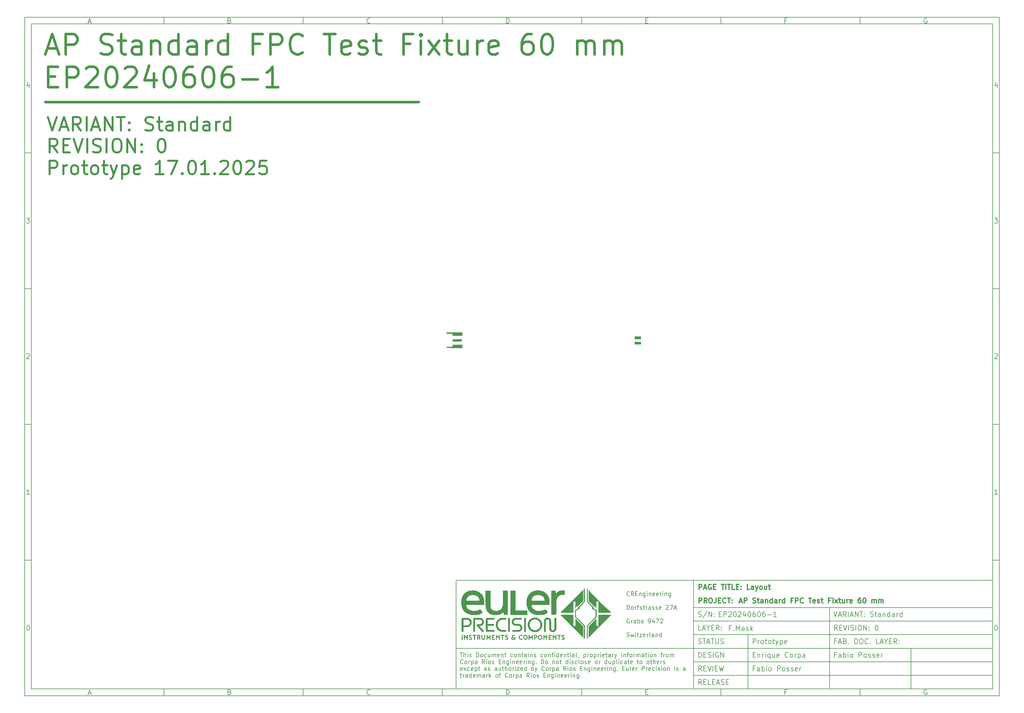
<source format=gbr>
%TF.GenerationSoftware,KiCad,Pcbnew,8.0.9-1.fc41*%
%TF.CreationDate,2025-03-16T15:40:47+01:00*%
%TF.ProjectId,0100_COVERSHEET,30313030-5f43-44f5-9645-525348454554,0*%
%TF.SameCoordinates,Original*%
%TF.FileFunction,Soldermask,Top*%
%TF.FilePolarity,Negative*%
%FSLAX46Y46*%
G04 Gerber Fmt 4.6, Leading zero omitted, Abs format (unit mm)*
G04 Created by KiCad (PCBNEW 8.0.9-1.fc41) date 2025-03-16 15:40:47*
%MOMM*%
%LPD*%
G01*
G04 APERTURE LIST*
G04 Aperture macros list*
%AMFreePoly0*
4,1,11,1.455000,-0.475000,-1.455000,-0.475000,-1.455000,-0.085000,-1.474806,0.001777,-1.530302,0.071366,-1.610496,0.109986,-1.655000,0.115000,-3.255000,0.115000,-3.255000,0.475000,1.455000,0.475000,1.455000,-0.475000,1.455000,-0.475000,$1*%
%AMFreePoly1*
4,1,15,1.455000,-0.475000,-1.455000,-0.475000,-1.600143,-0.475000,-1.610496,-0.470014,-1.655000,-0.465000,-3.255000,-0.465000,-3.255000,-0.115000,-1.655000,-0.115000,-1.568223,-0.095194,-1.498634,-0.039698,-1.460014,0.040496,-1.455000,0.085000,-1.455000,0.475000,1.455000,0.475000,1.455000,-0.475000,1.455000,-0.475000,$1*%
G04 Aperture macros list end*
%ADD10C,0.100000*%
%ADD11C,0.150000*%
%ADD12C,0.300000*%
%ADD13C,0.750000*%
%ADD14C,0.600000*%
%ADD15C,0.000001*%
%ADD16C,0.200000*%
%ADD17R,2.700000X0.760000*%
%ADD18FreePoly0,0.000000*%
%ADD19FreePoly1,0.000000*%
G04 APERTURE END LIST*
D10*
D11*
X7000000Y-203000000D02*
X290000000Y-203000000D01*
X290000000Y-7000000D01*
X7000000Y-7000000D01*
X7000000Y-203000000D01*
D10*
D11*
X132000000Y-171000000D02*
X290000000Y-171000000D01*
X290000000Y-203000000D01*
X132000000Y-203000000D01*
X132000000Y-171000000D01*
D10*
D11*
X202000000Y-203000000D02*
X202000000Y-171000000D01*
D10*
D11*
X290000000Y-199000000D02*
X202000000Y-199000000D01*
D10*
D11*
X290000000Y-195000000D02*
X202000000Y-195000000D01*
D10*
D11*
X290000000Y-191000000D02*
X201000000Y-191000000D01*
D10*
D11*
X290000000Y-187000000D02*
X202000000Y-187000000D01*
D10*
D11*
X290000000Y-183000000D02*
X202000000Y-183000000D01*
D10*
D11*
X290000000Y-179000000D02*
X202000000Y-179000000D01*
D10*
D11*
X266000000Y-203000000D02*
X266000000Y-191000000D01*
D10*
D11*
X242000000Y-203000000D02*
X242000000Y-179000000D01*
D10*
D11*
X218000000Y-203000000D02*
X218000000Y-187000000D01*
D10*
D12*
X203556710Y-173685528D02*
X203556710Y-172185528D01*
X203556710Y-172185528D02*
X204128139Y-172185528D01*
X204128139Y-172185528D02*
X204270996Y-172256957D01*
X204270996Y-172256957D02*
X204342425Y-172328385D01*
X204342425Y-172328385D02*
X204413853Y-172471242D01*
X204413853Y-172471242D02*
X204413853Y-172685528D01*
X204413853Y-172685528D02*
X204342425Y-172828385D01*
X204342425Y-172828385D02*
X204270996Y-172899814D01*
X204270996Y-172899814D02*
X204128139Y-172971242D01*
X204128139Y-172971242D02*
X203556710Y-172971242D01*
X204985282Y-173256957D02*
X205699568Y-173256957D01*
X204842425Y-173685528D02*
X205342425Y-172185528D01*
X205342425Y-172185528D02*
X205842425Y-173685528D01*
X207128139Y-172256957D02*
X206985282Y-172185528D01*
X206985282Y-172185528D02*
X206770996Y-172185528D01*
X206770996Y-172185528D02*
X206556710Y-172256957D01*
X206556710Y-172256957D02*
X206413853Y-172399814D01*
X206413853Y-172399814D02*
X206342424Y-172542671D01*
X206342424Y-172542671D02*
X206270996Y-172828385D01*
X206270996Y-172828385D02*
X206270996Y-173042671D01*
X206270996Y-173042671D02*
X206342424Y-173328385D01*
X206342424Y-173328385D02*
X206413853Y-173471242D01*
X206413853Y-173471242D02*
X206556710Y-173614100D01*
X206556710Y-173614100D02*
X206770996Y-173685528D01*
X206770996Y-173685528D02*
X206913853Y-173685528D01*
X206913853Y-173685528D02*
X207128139Y-173614100D01*
X207128139Y-173614100D02*
X207199567Y-173542671D01*
X207199567Y-173542671D02*
X207199567Y-173042671D01*
X207199567Y-173042671D02*
X206913853Y-173042671D01*
X207842424Y-172899814D02*
X208342424Y-172899814D01*
X208556710Y-173685528D02*
X207842424Y-173685528D01*
X207842424Y-173685528D02*
X207842424Y-172185528D01*
X207842424Y-172185528D02*
X208556710Y-172185528D01*
X210128139Y-172185528D02*
X210985282Y-172185528D01*
X210556710Y-173685528D02*
X210556710Y-172185528D01*
X211485281Y-173685528D02*
X211485281Y-172185528D01*
X211985282Y-172185528D02*
X212842425Y-172185528D01*
X212413853Y-173685528D02*
X212413853Y-172185528D01*
X214056710Y-173685528D02*
X213342424Y-173685528D01*
X213342424Y-173685528D02*
X213342424Y-172185528D01*
X214556710Y-172899814D02*
X215056710Y-172899814D01*
X215270996Y-173685528D02*
X214556710Y-173685528D01*
X214556710Y-173685528D02*
X214556710Y-172185528D01*
X214556710Y-172185528D02*
X215270996Y-172185528D01*
X215913853Y-173542671D02*
X215985282Y-173614100D01*
X215985282Y-173614100D02*
X215913853Y-173685528D01*
X215913853Y-173685528D02*
X215842425Y-173614100D01*
X215842425Y-173614100D02*
X215913853Y-173542671D01*
X215913853Y-173542671D02*
X215913853Y-173685528D01*
X215913853Y-172756957D02*
X215985282Y-172828385D01*
X215985282Y-172828385D02*
X215913853Y-172899814D01*
X215913853Y-172899814D02*
X215842425Y-172828385D01*
X215842425Y-172828385D02*
X215913853Y-172756957D01*
X215913853Y-172756957D02*
X215913853Y-172899814D01*
X218485282Y-173685528D02*
X217770996Y-173685528D01*
X217770996Y-173685528D02*
X217770996Y-172185528D01*
X219628140Y-173685528D02*
X219628140Y-172899814D01*
X219628140Y-172899814D02*
X219556711Y-172756957D01*
X219556711Y-172756957D02*
X219413854Y-172685528D01*
X219413854Y-172685528D02*
X219128140Y-172685528D01*
X219128140Y-172685528D02*
X218985282Y-172756957D01*
X219628140Y-173614100D02*
X219485282Y-173685528D01*
X219485282Y-173685528D02*
X219128140Y-173685528D01*
X219128140Y-173685528D02*
X218985282Y-173614100D01*
X218985282Y-173614100D02*
X218913854Y-173471242D01*
X218913854Y-173471242D02*
X218913854Y-173328385D01*
X218913854Y-173328385D02*
X218985282Y-173185528D01*
X218985282Y-173185528D02*
X219128140Y-173114100D01*
X219128140Y-173114100D02*
X219485282Y-173114100D01*
X219485282Y-173114100D02*
X219628140Y-173042671D01*
X220199568Y-172685528D02*
X220556711Y-173685528D01*
X220913854Y-172685528D02*
X220556711Y-173685528D01*
X220556711Y-173685528D02*
X220413854Y-174042671D01*
X220413854Y-174042671D02*
X220342425Y-174114100D01*
X220342425Y-174114100D02*
X220199568Y-174185528D01*
X221699568Y-173685528D02*
X221556711Y-173614100D01*
X221556711Y-173614100D02*
X221485282Y-173542671D01*
X221485282Y-173542671D02*
X221413854Y-173399814D01*
X221413854Y-173399814D02*
X221413854Y-172971242D01*
X221413854Y-172971242D02*
X221485282Y-172828385D01*
X221485282Y-172828385D02*
X221556711Y-172756957D01*
X221556711Y-172756957D02*
X221699568Y-172685528D01*
X221699568Y-172685528D02*
X221913854Y-172685528D01*
X221913854Y-172685528D02*
X222056711Y-172756957D01*
X222056711Y-172756957D02*
X222128140Y-172828385D01*
X222128140Y-172828385D02*
X222199568Y-172971242D01*
X222199568Y-172971242D02*
X222199568Y-173399814D01*
X222199568Y-173399814D02*
X222128140Y-173542671D01*
X222128140Y-173542671D02*
X222056711Y-173614100D01*
X222056711Y-173614100D02*
X221913854Y-173685528D01*
X221913854Y-173685528D02*
X221699568Y-173685528D01*
X223485283Y-172685528D02*
X223485283Y-173685528D01*
X222842425Y-172685528D02*
X222842425Y-173471242D01*
X222842425Y-173471242D02*
X222913854Y-173614100D01*
X222913854Y-173614100D02*
X223056711Y-173685528D01*
X223056711Y-173685528D02*
X223270997Y-173685528D01*
X223270997Y-173685528D02*
X223413854Y-173614100D01*
X223413854Y-173614100D02*
X223485283Y-173542671D01*
X223985283Y-172685528D02*
X224556711Y-172685528D01*
X224199568Y-172185528D02*
X224199568Y-173471242D01*
X224199568Y-173471242D02*
X224270997Y-173614100D01*
X224270997Y-173614100D02*
X224413854Y-173685528D01*
X224413854Y-173685528D02*
X224556711Y-173685528D01*
D10*
D11*
X201000000Y-191000000D02*
X132000000Y-191000000D01*
D10*
D12*
X203554510Y-177678328D02*
X203554510Y-176178328D01*
X203554510Y-176178328D02*
X204125939Y-176178328D01*
X204125939Y-176178328D02*
X204268796Y-176249757D01*
X204268796Y-176249757D02*
X204340225Y-176321185D01*
X204340225Y-176321185D02*
X204411653Y-176464042D01*
X204411653Y-176464042D02*
X204411653Y-176678328D01*
X204411653Y-176678328D02*
X204340225Y-176821185D01*
X204340225Y-176821185D02*
X204268796Y-176892614D01*
X204268796Y-176892614D02*
X204125939Y-176964042D01*
X204125939Y-176964042D02*
X203554510Y-176964042D01*
X205911653Y-177678328D02*
X205411653Y-176964042D01*
X205054510Y-177678328D02*
X205054510Y-176178328D01*
X205054510Y-176178328D02*
X205625939Y-176178328D01*
X205625939Y-176178328D02*
X205768796Y-176249757D01*
X205768796Y-176249757D02*
X205840225Y-176321185D01*
X205840225Y-176321185D02*
X205911653Y-176464042D01*
X205911653Y-176464042D02*
X205911653Y-176678328D01*
X205911653Y-176678328D02*
X205840225Y-176821185D01*
X205840225Y-176821185D02*
X205768796Y-176892614D01*
X205768796Y-176892614D02*
X205625939Y-176964042D01*
X205625939Y-176964042D02*
X205054510Y-176964042D01*
X206840225Y-176178328D02*
X207125939Y-176178328D01*
X207125939Y-176178328D02*
X207268796Y-176249757D01*
X207268796Y-176249757D02*
X207411653Y-176392614D01*
X207411653Y-176392614D02*
X207483082Y-176678328D01*
X207483082Y-176678328D02*
X207483082Y-177178328D01*
X207483082Y-177178328D02*
X207411653Y-177464042D01*
X207411653Y-177464042D02*
X207268796Y-177606900D01*
X207268796Y-177606900D02*
X207125939Y-177678328D01*
X207125939Y-177678328D02*
X206840225Y-177678328D01*
X206840225Y-177678328D02*
X206697368Y-177606900D01*
X206697368Y-177606900D02*
X206554510Y-177464042D01*
X206554510Y-177464042D02*
X206483082Y-177178328D01*
X206483082Y-177178328D02*
X206483082Y-176678328D01*
X206483082Y-176678328D02*
X206554510Y-176392614D01*
X206554510Y-176392614D02*
X206697368Y-176249757D01*
X206697368Y-176249757D02*
X206840225Y-176178328D01*
X208554511Y-176178328D02*
X208554511Y-177249757D01*
X208554511Y-177249757D02*
X208483082Y-177464042D01*
X208483082Y-177464042D02*
X208340225Y-177606900D01*
X208340225Y-177606900D02*
X208125939Y-177678328D01*
X208125939Y-177678328D02*
X207983082Y-177678328D01*
X209268796Y-176892614D02*
X209768796Y-176892614D01*
X209983082Y-177678328D02*
X209268796Y-177678328D01*
X209268796Y-177678328D02*
X209268796Y-176178328D01*
X209268796Y-176178328D02*
X209983082Y-176178328D01*
X211483082Y-177535471D02*
X211411654Y-177606900D01*
X211411654Y-177606900D02*
X211197368Y-177678328D01*
X211197368Y-177678328D02*
X211054511Y-177678328D01*
X211054511Y-177678328D02*
X210840225Y-177606900D01*
X210840225Y-177606900D02*
X210697368Y-177464042D01*
X210697368Y-177464042D02*
X210625939Y-177321185D01*
X210625939Y-177321185D02*
X210554511Y-177035471D01*
X210554511Y-177035471D02*
X210554511Y-176821185D01*
X210554511Y-176821185D02*
X210625939Y-176535471D01*
X210625939Y-176535471D02*
X210697368Y-176392614D01*
X210697368Y-176392614D02*
X210840225Y-176249757D01*
X210840225Y-176249757D02*
X211054511Y-176178328D01*
X211054511Y-176178328D02*
X211197368Y-176178328D01*
X211197368Y-176178328D02*
X211411654Y-176249757D01*
X211411654Y-176249757D02*
X211483082Y-176321185D01*
X211911654Y-176178328D02*
X212768797Y-176178328D01*
X212340225Y-177678328D02*
X212340225Y-176178328D01*
X213268796Y-177535471D02*
X213340225Y-177606900D01*
X213340225Y-177606900D02*
X213268796Y-177678328D01*
X213268796Y-177678328D02*
X213197368Y-177606900D01*
X213197368Y-177606900D02*
X213268796Y-177535471D01*
X213268796Y-177535471D02*
X213268796Y-177678328D01*
X213268796Y-176749757D02*
X213340225Y-176821185D01*
X213340225Y-176821185D02*
X213268796Y-176892614D01*
X213268796Y-176892614D02*
X213197368Y-176821185D01*
X213197368Y-176821185D02*
X213268796Y-176749757D01*
X213268796Y-176749757D02*
X213268796Y-176892614D01*
D10*
D11*
X203384398Y-181614700D02*
X203598684Y-181686128D01*
X203598684Y-181686128D02*
X203955826Y-181686128D01*
X203955826Y-181686128D02*
X204098684Y-181614700D01*
X204098684Y-181614700D02*
X204170112Y-181543271D01*
X204170112Y-181543271D02*
X204241541Y-181400414D01*
X204241541Y-181400414D02*
X204241541Y-181257557D01*
X204241541Y-181257557D02*
X204170112Y-181114700D01*
X204170112Y-181114700D02*
X204098684Y-181043271D01*
X204098684Y-181043271D02*
X203955826Y-180971842D01*
X203955826Y-180971842D02*
X203670112Y-180900414D01*
X203670112Y-180900414D02*
X203527255Y-180828985D01*
X203527255Y-180828985D02*
X203455826Y-180757557D01*
X203455826Y-180757557D02*
X203384398Y-180614700D01*
X203384398Y-180614700D02*
X203384398Y-180471842D01*
X203384398Y-180471842D02*
X203455826Y-180328985D01*
X203455826Y-180328985D02*
X203527255Y-180257557D01*
X203527255Y-180257557D02*
X203670112Y-180186128D01*
X203670112Y-180186128D02*
X204027255Y-180186128D01*
X204027255Y-180186128D02*
X204241541Y-180257557D01*
X205955826Y-180114700D02*
X204670112Y-182043271D01*
X206455826Y-181686128D02*
X206455826Y-180186128D01*
X206455826Y-180186128D02*
X207312969Y-181686128D01*
X207312969Y-181686128D02*
X207312969Y-180186128D01*
X208027255Y-181543271D02*
X208098684Y-181614700D01*
X208098684Y-181614700D02*
X208027255Y-181686128D01*
X208027255Y-181686128D02*
X207955827Y-181614700D01*
X207955827Y-181614700D02*
X208027255Y-181543271D01*
X208027255Y-181543271D02*
X208027255Y-181686128D01*
X208027255Y-180757557D02*
X208098684Y-180828985D01*
X208098684Y-180828985D02*
X208027255Y-180900414D01*
X208027255Y-180900414D02*
X207955827Y-180828985D01*
X207955827Y-180828985D02*
X208027255Y-180757557D01*
X208027255Y-180757557D02*
X208027255Y-180900414D01*
D10*
D11*
X203455826Y-193686128D02*
X203455826Y-192186128D01*
X203455826Y-192186128D02*
X203812969Y-192186128D01*
X203812969Y-192186128D02*
X204027255Y-192257557D01*
X204027255Y-192257557D02*
X204170112Y-192400414D01*
X204170112Y-192400414D02*
X204241541Y-192543271D01*
X204241541Y-192543271D02*
X204312969Y-192828985D01*
X204312969Y-192828985D02*
X204312969Y-193043271D01*
X204312969Y-193043271D02*
X204241541Y-193328985D01*
X204241541Y-193328985D02*
X204170112Y-193471842D01*
X204170112Y-193471842D02*
X204027255Y-193614700D01*
X204027255Y-193614700D02*
X203812969Y-193686128D01*
X203812969Y-193686128D02*
X203455826Y-193686128D01*
X204955826Y-192900414D02*
X205455826Y-192900414D01*
X205670112Y-193686128D02*
X204955826Y-193686128D01*
X204955826Y-193686128D02*
X204955826Y-192186128D01*
X204955826Y-192186128D02*
X205670112Y-192186128D01*
X206241541Y-193614700D02*
X206455827Y-193686128D01*
X206455827Y-193686128D02*
X206812969Y-193686128D01*
X206812969Y-193686128D02*
X206955827Y-193614700D01*
X206955827Y-193614700D02*
X207027255Y-193543271D01*
X207027255Y-193543271D02*
X207098684Y-193400414D01*
X207098684Y-193400414D02*
X207098684Y-193257557D01*
X207098684Y-193257557D02*
X207027255Y-193114700D01*
X207027255Y-193114700D02*
X206955827Y-193043271D01*
X206955827Y-193043271D02*
X206812969Y-192971842D01*
X206812969Y-192971842D02*
X206527255Y-192900414D01*
X206527255Y-192900414D02*
X206384398Y-192828985D01*
X206384398Y-192828985D02*
X206312969Y-192757557D01*
X206312969Y-192757557D02*
X206241541Y-192614700D01*
X206241541Y-192614700D02*
X206241541Y-192471842D01*
X206241541Y-192471842D02*
X206312969Y-192328985D01*
X206312969Y-192328985D02*
X206384398Y-192257557D01*
X206384398Y-192257557D02*
X206527255Y-192186128D01*
X206527255Y-192186128D02*
X206884398Y-192186128D01*
X206884398Y-192186128D02*
X207098684Y-192257557D01*
X207741540Y-193686128D02*
X207741540Y-192186128D01*
X209241541Y-192257557D02*
X209098684Y-192186128D01*
X209098684Y-192186128D02*
X208884398Y-192186128D01*
X208884398Y-192186128D02*
X208670112Y-192257557D01*
X208670112Y-192257557D02*
X208527255Y-192400414D01*
X208527255Y-192400414D02*
X208455826Y-192543271D01*
X208455826Y-192543271D02*
X208384398Y-192828985D01*
X208384398Y-192828985D02*
X208384398Y-193043271D01*
X208384398Y-193043271D02*
X208455826Y-193328985D01*
X208455826Y-193328985D02*
X208527255Y-193471842D01*
X208527255Y-193471842D02*
X208670112Y-193614700D01*
X208670112Y-193614700D02*
X208884398Y-193686128D01*
X208884398Y-193686128D02*
X209027255Y-193686128D01*
X209027255Y-193686128D02*
X209241541Y-193614700D01*
X209241541Y-193614700D02*
X209312969Y-193543271D01*
X209312969Y-193543271D02*
X209312969Y-193043271D01*
X209312969Y-193043271D02*
X209027255Y-193043271D01*
X209955826Y-193686128D02*
X209955826Y-192186128D01*
X209955826Y-192186128D02*
X210812969Y-193686128D01*
X210812969Y-193686128D02*
X210812969Y-192186128D01*
D10*
D11*
X204312969Y-197686128D02*
X203812969Y-196971842D01*
X203455826Y-197686128D02*
X203455826Y-196186128D01*
X203455826Y-196186128D02*
X204027255Y-196186128D01*
X204027255Y-196186128D02*
X204170112Y-196257557D01*
X204170112Y-196257557D02*
X204241541Y-196328985D01*
X204241541Y-196328985D02*
X204312969Y-196471842D01*
X204312969Y-196471842D02*
X204312969Y-196686128D01*
X204312969Y-196686128D02*
X204241541Y-196828985D01*
X204241541Y-196828985D02*
X204170112Y-196900414D01*
X204170112Y-196900414D02*
X204027255Y-196971842D01*
X204027255Y-196971842D02*
X203455826Y-196971842D01*
X204955826Y-196900414D02*
X205455826Y-196900414D01*
X205670112Y-197686128D02*
X204955826Y-197686128D01*
X204955826Y-197686128D02*
X204955826Y-196186128D01*
X204955826Y-196186128D02*
X205670112Y-196186128D01*
X206098684Y-196186128D02*
X206598684Y-197686128D01*
X206598684Y-197686128D02*
X207098684Y-196186128D01*
X207598683Y-197686128D02*
X207598683Y-196186128D01*
X208312969Y-196900414D02*
X208812969Y-196900414D01*
X209027255Y-197686128D02*
X208312969Y-197686128D01*
X208312969Y-197686128D02*
X208312969Y-196186128D01*
X208312969Y-196186128D02*
X209027255Y-196186128D01*
X209527255Y-196186128D02*
X209884398Y-197686128D01*
X209884398Y-197686128D02*
X210170112Y-196614700D01*
X210170112Y-196614700D02*
X210455827Y-197686128D01*
X210455827Y-197686128D02*
X210812970Y-196186128D01*
D10*
D11*
X204312969Y-201686128D02*
X203812969Y-200971842D01*
X203455826Y-201686128D02*
X203455826Y-200186128D01*
X203455826Y-200186128D02*
X204027255Y-200186128D01*
X204027255Y-200186128D02*
X204170112Y-200257557D01*
X204170112Y-200257557D02*
X204241541Y-200328985D01*
X204241541Y-200328985D02*
X204312969Y-200471842D01*
X204312969Y-200471842D02*
X204312969Y-200686128D01*
X204312969Y-200686128D02*
X204241541Y-200828985D01*
X204241541Y-200828985D02*
X204170112Y-200900414D01*
X204170112Y-200900414D02*
X204027255Y-200971842D01*
X204027255Y-200971842D02*
X203455826Y-200971842D01*
X204955826Y-200900414D02*
X205455826Y-200900414D01*
X205670112Y-201686128D02*
X204955826Y-201686128D01*
X204955826Y-201686128D02*
X204955826Y-200186128D01*
X204955826Y-200186128D02*
X205670112Y-200186128D01*
X207027255Y-201686128D02*
X206312969Y-201686128D01*
X206312969Y-201686128D02*
X206312969Y-200186128D01*
X207527255Y-200900414D02*
X208027255Y-200900414D01*
X208241541Y-201686128D02*
X207527255Y-201686128D01*
X207527255Y-201686128D02*
X207527255Y-200186128D01*
X207527255Y-200186128D02*
X208241541Y-200186128D01*
X208812970Y-201257557D02*
X209527256Y-201257557D01*
X208670113Y-201686128D02*
X209170113Y-200186128D01*
X209170113Y-200186128D02*
X209670113Y-201686128D01*
X210098684Y-201614700D02*
X210312970Y-201686128D01*
X210312970Y-201686128D02*
X210670112Y-201686128D01*
X210670112Y-201686128D02*
X210812970Y-201614700D01*
X210812970Y-201614700D02*
X210884398Y-201543271D01*
X210884398Y-201543271D02*
X210955827Y-201400414D01*
X210955827Y-201400414D02*
X210955827Y-201257557D01*
X210955827Y-201257557D02*
X210884398Y-201114700D01*
X210884398Y-201114700D02*
X210812970Y-201043271D01*
X210812970Y-201043271D02*
X210670112Y-200971842D01*
X210670112Y-200971842D02*
X210384398Y-200900414D01*
X210384398Y-200900414D02*
X210241541Y-200828985D01*
X210241541Y-200828985D02*
X210170112Y-200757557D01*
X210170112Y-200757557D02*
X210098684Y-200614700D01*
X210098684Y-200614700D02*
X210098684Y-200471842D01*
X210098684Y-200471842D02*
X210170112Y-200328985D01*
X210170112Y-200328985D02*
X210241541Y-200257557D01*
X210241541Y-200257557D02*
X210384398Y-200186128D01*
X210384398Y-200186128D02*
X210741541Y-200186128D01*
X210741541Y-200186128D02*
X210955827Y-200257557D01*
X211598683Y-200900414D02*
X212098683Y-200900414D01*
X212312969Y-201686128D02*
X211598683Y-201686128D01*
X211598683Y-201686128D02*
X211598683Y-200186128D01*
X211598683Y-200186128D02*
X212312969Y-200186128D01*
D10*
D11*
X243241541Y-180186128D02*
X243741541Y-181686128D01*
X243741541Y-181686128D02*
X244241541Y-180186128D01*
X244670112Y-181257557D02*
X245384398Y-181257557D01*
X244527255Y-181686128D02*
X245027255Y-180186128D01*
X245027255Y-180186128D02*
X245527255Y-181686128D01*
X246884397Y-181686128D02*
X246384397Y-180971842D01*
X246027254Y-181686128D02*
X246027254Y-180186128D01*
X246027254Y-180186128D02*
X246598683Y-180186128D01*
X246598683Y-180186128D02*
X246741540Y-180257557D01*
X246741540Y-180257557D02*
X246812969Y-180328985D01*
X246812969Y-180328985D02*
X246884397Y-180471842D01*
X246884397Y-180471842D02*
X246884397Y-180686128D01*
X246884397Y-180686128D02*
X246812969Y-180828985D01*
X246812969Y-180828985D02*
X246741540Y-180900414D01*
X246741540Y-180900414D02*
X246598683Y-180971842D01*
X246598683Y-180971842D02*
X246027254Y-180971842D01*
X247527254Y-181686128D02*
X247527254Y-180186128D01*
X248170112Y-181257557D02*
X248884398Y-181257557D01*
X248027255Y-181686128D02*
X248527255Y-180186128D01*
X248527255Y-180186128D02*
X249027255Y-181686128D01*
X249527254Y-181686128D02*
X249527254Y-180186128D01*
X249527254Y-180186128D02*
X250384397Y-181686128D01*
X250384397Y-181686128D02*
X250384397Y-180186128D01*
X250884398Y-180186128D02*
X251741541Y-180186128D01*
X251312969Y-181686128D02*
X251312969Y-180186128D01*
X252241540Y-181543271D02*
X252312969Y-181614700D01*
X252312969Y-181614700D02*
X252241540Y-181686128D01*
X252241540Y-181686128D02*
X252170112Y-181614700D01*
X252170112Y-181614700D02*
X252241540Y-181543271D01*
X252241540Y-181543271D02*
X252241540Y-181686128D01*
X252241540Y-180757557D02*
X252312969Y-180828985D01*
X252312969Y-180828985D02*
X252241540Y-180900414D01*
X252241540Y-180900414D02*
X252170112Y-180828985D01*
X252170112Y-180828985D02*
X252241540Y-180757557D01*
X252241540Y-180757557D02*
X252241540Y-180900414D01*
X254027255Y-181614700D02*
X254241541Y-181686128D01*
X254241541Y-181686128D02*
X254598683Y-181686128D01*
X254598683Y-181686128D02*
X254741541Y-181614700D01*
X254741541Y-181614700D02*
X254812969Y-181543271D01*
X254812969Y-181543271D02*
X254884398Y-181400414D01*
X254884398Y-181400414D02*
X254884398Y-181257557D01*
X254884398Y-181257557D02*
X254812969Y-181114700D01*
X254812969Y-181114700D02*
X254741541Y-181043271D01*
X254741541Y-181043271D02*
X254598683Y-180971842D01*
X254598683Y-180971842D02*
X254312969Y-180900414D01*
X254312969Y-180900414D02*
X254170112Y-180828985D01*
X254170112Y-180828985D02*
X254098683Y-180757557D01*
X254098683Y-180757557D02*
X254027255Y-180614700D01*
X254027255Y-180614700D02*
X254027255Y-180471842D01*
X254027255Y-180471842D02*
X254098683Y-180328985D01*
X254098683Y-180328985D02*
X254170112Y-180257557D01*
X254170112Y-180257557D02*
X254312969Y-180186128D01*
X254312969Y-180186128D02*
X254670112Y-180186128D01*
X254670112Y-180186128D02*
X254884398Y-180257557D01*
X255312969Y-180686128D02*
X255884397Y-180686128D01*
X255527254Y-180186128D02*
X255527254Y-181471842D01*
X255527254Y-181471842D02*
X255598683Y-181614700D01*
X255598683Y-181614700D02*
X255741540Y-181686128D01*
X255741540Y-181686128D02*
X255884397Y-181686128D01*
X257027255Y-181686128D02*
X257027255Y-180900414D01*
X257027255Y-180900414D02*
X256955826Y-180757557D01*
X256955826Y-180757557D02*
X256812969Y-180686128D01*
X256812969Y-180686128D02*
X256527255Y-180686128D01*
X256527255Y-180686128D02*
X256384397Y-180757557D01*
X257027255Y-181614700D02*
X256884397Y-181686128D01*
X256884397Y-181686128D02*
X256527255Y-181686128D01*
X256527255Y-181686128D02*
X256384397Y-181614700D01*
X256384397Y-181614700D02*
X256312969Y-181471842D01*
X256312969Y-181471842D02*
X256312969Y-181328985D01*
X256312969Y-181328985D02*
X256384397Y-181186128D01*
X256384397Y-181186128D02*
X256527255Y-181114700D01*
X256527255Y-181114700D02*
X256884397Y-181114700D01*
X256884397Y-181114700D02*
X257027255Y-181043271D01*
X257741540Y-180686128D02*
X257741540Y-181686128D01*
X257741540Y-180828985D02*
X257812969Y-180757557D01*
X257812969Y-180757557D02*
X257955826Y-180686128D01*
X257955826Y-180686128D02*
X258170112Y-180686128D01*
X258170112Y-180686128D02*
X258312969Y-180757557D01*
X258312969Y-180757557D02*
X258384398Y-180900414D01*
X258384398Y-180900414D02*
X258384398Y-181686128D01*
X259741541Y-181686128D02*
X259741541Y-180186128D01*
X259741541Y-181614700D02*
X259598683Y-181686128D01*
X259598683Y-181686128D02*
X259312969Y-181686128D01*
X259312969Y-181686128D02*
X259170112Y-181614700D01*
X259170112Y-181614700D02*
X259098683Y-181543271D01*
X259098683Y-181543271D02*
X259027255Y-181400414D01*
X259027255Y-181400414D02*
X259027255Y-180971842D01*
X259027255Y-180971842D02*
X259098683Y-180828985D01*
X259098683Y-180828985D02*
X259170112Y-180757557D01*
X259170112Y-180757557D02*
X259312969Y-180686128D01*
X259312969Y-180686128D02*
X259598683Y-180686128D01*
X259598683Y-180686128D02*
X259741541Y-180757557D01*
X261098684Y-181686128D02*
X261098684Y-180900414D01*
X261098684Y-180900414D02*
X261027255Y-180757557D01*
X261027255Y-180757557D02*
X260884398Y-180686128D01*
X260884398Y-180686128D02*
X260598684Y-180686128D01*
X260598684Y-180686128D02*
X260455826Y-180757557D01*
X261098684Y-181614700D02*
X260955826Y-181686128D01*
X260955826Y-181686128D02*
X260598684Y-181686128D01*
X260598684Y-181686128D02*
X260455826Y-181614700D01*
X260455826Y-181614700D02*
X260384398Y-181471842D01*
X260384398Y-181471842D02*
X260384398Y-181328985D01*
X260384398Y-181328985D02*
X260455826Y-181186128D01*
X260455826Y-181186128D02*
X260598684Y-181114700D01*
X260598684Y-181114700D02*
X260955826Y-181114700D01*
X260955826Y-181114700D02*
X261098684Y-181043271D01*
X261812969Y-181686128D02*
X261812969Y-180686128D01*
X261812969Y-180971842D02*
X261884398Y-180828985D01*
X261884398Y-180828985D02*
X261955827Y-180757557D01*
X261955827Y-180757557D02*
X262098684Y-180686128D01*
X262098684Y-180686128D02*
X262241541Y-180686128D01*
X263384398Y-181686128D02*
X263384398Y-180186128D01*
X263384398Y-181614700D02*
X263241540Y-181686128D01*
X263241540Y-181686128D02*
X262955826Y-181686128D01*
X262955826Y-181686128D02*
X262812969Y-181614700D01*
X262812969Y-181614700D02*
X262741540Y-181543271D01*
X262741540Y-181543271D02*
X262670112Y-181400414D01*
X262670112Y-181400414D02*
X262670112Y-180971842D01*
X262670112Y-180971842D02*
X262741540Y-180828985D01*
X262741540Y-180828985D02*
X262812969Y-180757557D01*
X262812969Y-180757557D02*
X262955826Y-180686128D01*
X262955826Y-180686128D02*
X263241540Y-180686128D01*
X263241540Y-180686128D02*
X263384398Y-180757557D01*
D10*
D11*
X244312969Y-185686128D02*
X243812969Y-184971842D01*
X243455826Y-185686128D02*
X243455826Y-184186128D01*
X243455826Y-184186128D02*
X244027255Y-184186128D01*
X244027255Y-184186128D02*
X244170112Y-184257557D01*
X244170112Y-184257557D02*
X244241541Y-184328985D01*
X244241541Y-184328985D02*
X244312969Y-184471842D01*
X244312969Y-184471842D02*
X244312969Y-184686128D01*
X244312969Y-184686128D02*
X244241541Y-184828985D01*
X244241541Y-184828985D02*
X244170112Y-184900414D01*
X244170112Y-184900414D02*
X244027255Y-184971842D01*
X244027255Y-184971842D02*
X243455826Y-184971842D01*
X244955826Y-184900414D02*
X245455826Y-184900414D01*
X245670112Y-185686128D02*
X244955826Y-185686128D01*
X244955826Y-185686128D02*
X244955826Y-184186128D01*
X244955826Y-184186128D02*
X245670112Y-184186128D01*
X246098684Y-184186128D02*
X246598684Y-185686128D01*
X246598684Y-185686128D02*
X247098684Y-184186128D01*
X247598683Y-185686128D02*
X247598683Y-184186128D01*
X248241541Y-185614700D02*
X248455827Y-185686128D01*
X248455827Y-185686128D02*
X248812969Y-185686128D01*
X248812969Y-185686128D02*
X248955827Y-185614700D01*
X248955827Y-185614700D02*
X249027255Y-185543271D01*
X249027255Y-185543271D02*
X249098684Y-185400414D01*
X249098684Y-185400414D02*
X249098684Y-185257557D01*
X249098684Y-185257557D02*
X249027255Y-185114700D01*
X249027255Y-185114700D02*
X248955827Y-185043271D01*
X248955827Y-185043271D02*
X248812969Y-184971842D01*
X248812969Y-184971842D02*
X248527255Y-184900414D01*
X248527255Y-184900414D02*
X248384398Y-184828985D01*
X248384398Y-184828985D02*
X248312969Y-184757557D01*
X248312969Y-184757557D02*
X248241541Y-184614700D01*
X248241541Y-184614700D02*
X248241541Y-184471842D01*
X248241541Y-184471842D02*
X248312969Y-184328985D01*
X248312969Y-184328985D02*
X248384398Y-184257557D01*
X248384398Y-184257557D02*
X248527255Y-184186128D01*
X248527255Y-184186128D02*
X248884398Y-184186128D01*
X248884398Y-184186128D02*
X249098684Y-184257557D01*
X249741540Y-185686128D02*
X249741540Y-184186128D01*
X250741541Y-184186128D02*
X251027255Y-184186128D01*
X251027255Y-184186128D02*
X251170112Y-184257557D01*
X251170112Y-184257557D02*
X251312969Y-184400414D01*
X251312969Y-184400414D02*
X251384398Y-184686128D01*
X251384398Y-184686128D02*
X251384398Y-185186128D01*
X251384398Y-185186128D02*
X251312969Y-185471842D01*
X251312969Y-185471842D02*
X251170112Y-185614700D01*
X251170112Y-185614700D02*
X251027255Y-185686128D01*
X251027255Y-185686128D02*
X250741541Y-185686128D01*
X250741541Y-185686128D02*
X250598684Y-185614700D01*
X250598684Y-185614700D02*
X250455826Y-185471842D01*
X250455826Y-185471842D02*
X250384398Y-185186128D01*
X250384398Y-185186128D02*
X250384398Y-184686128D01*
X250384398Y-184686128D02*
X250455826Y-184400414D01*
X250455826Y-184400414D02*
X250598684Y-184257557D01*
X250598684Y-184257557D02*
X250741541Y-184186128D01*
X252027255Y-185686128D02*
X252027255Y-184186128D01*
X252027255Y-184186128D02*
X252884398Y-185686128D01*
X252884398Y-185686128D02*
X252884398Y-184186128D01*
X253598684Y-185543271D02*
X253670113Y-185614700D01*
X253670113Y-185614700D02*
X253598684Y-185686128D01*
X253598684Y-185686128D02*
X253527256Y-185614700D01*
X253527256Y-185614700D02*
X253598684Y-185543271D01*
X253598684Y-185543271D02*
X253598684Y-185686128D01*
X253598684Y-184757557D02*
X253670113Y-184828985D01*
X253670113Y-184828985D02*
X253598684Y-184900414D01*
X253598684Y-184900414D02*
X253527256Y-184828985D01*
X253527256Y-184828985D02*
X253598684Y-184757557D01*
X253598684Y-184757557D02*
X253598684Y-184900414D01*
X255741542Y-184186128D02*
X255884399Y-184186128D01*
X255884399Y-184186128D02*
X256027256Y-184257557D01*
X256027256Y-184257557D02*
X256098685Y-184328985D01*
X256098685Y-184328985D02*
X256170113Y-184471842D01*
X256170113Y-184471842D02*
X256241542Y-184757557D01*
X256241542Y-184757557D02*
X256241542Y-185114700D01*
X256241542Y-185114700D02*
X256170113Y-185400414D01*
X256170113Y-185400414D02*
X256098685Y-185543271D01*
X256098685Y-185543271D02*
X256027256Y-185614700D01*
X256027256Y-185614700D02*
X255884399Y-185686128D01*
X255884399Y-185686128D02*
X255741542Y-185686128D01*
X255741542Y-185686128D02*
X255598685Y-185614700D01*
X255598685Y-185614700D02*
X255527256Y-185543271D01*
X255527256Y-185543271D02*
X255455827Y-185400414D01*
X255455827Y-185400414D02*
X255384399Y-185114700D01*
X255384399Y-185114700D02*
X255384399Y-184757557D01*
X255384399Y-184757557D02*
X255455827Y-184471842D01*
X255455827Y-184471842D02*
X255527256Y-184328985D01*
X255527256Y-184328985D02*
X255598685Y-184257557D01*
X255598685Y-184257557D02*
X255741542Y-184186128D01*
D10*
D11*
X203384398Y-189614700D02*
X203598684Y-189686128D01*
X203598684Y-189686128D02*
X203955826Y-189686128D01*
X203955826Y-189686128D02*
X204098684Y-189614700D01*
X204098684Y-189614700D02*
X204170112Y-189543271D01*
X204170112Y-189543271D02*
X204241541Y-189400414D01*
X204241541Y-189400414D02*
X204241541Y-189257557D01*
X204241541Y-189257557D02*
X204170112Y-189114700D01*
X204170112Y-189114700D02*
X204098684Y-189043271D01*
X204098684Y-189043271D02*
X203955826Y-188971842D01*
X203955826Y-188971842D02*
X203670112Y-188900414D01*
X203670112Y-188900414D02*
X203527255Y-188828985D01*
X203527255Y-188828985D02*
X203455826Y-188757557D01*
X203455826Y-188757557D02*
X203384398Y-188614700D01*
X203384398Y-188614700D02*
X203384398Y-188471842D01*
X203384398Y-188471842D02*
X203455826Y-188328985D01*
X203455826Y-188328985D02*
X203527255Y-188257557D01*
X203527255Y-188257557D02*
X203670112Y-188186128D01*
X203670112Y-188186128D02*
X204027255Y-188186128D01*
X204027255Y-188186128D02*
X204241541Y-188257557D01*
X204670112Y-188186128D02*
X205527255Y-188186128D01*
X205098683Y-189686128D02*
X205098683Y-188186128D01*
X205955826Y-189257557D02*
X206670112Y-189257557D01*
X205812969Y-189686128D02*
X206312969Y-188186128D01*
X206312969Y-188186128D02*
X206812969Y-189686128D01*
X207098683Y-188186128D02*
X207955826Y-188186128D01*
X207527254Y-189686128D02*
X207527254Y-188186128D01*
X208455825Y-188186128D02*
X208455825Y-189400414D01*
X208455825Y-189400414D02*
X208527254Y-189543271D01*
X208527254Y-189543271D02*
X208598683Y-189614700D01*
X208598683Y-189614700D02*
X208741540Y-189686128D01*
X208741540Y-189686128D02*
X209027254Y-189686128D01*
X209027254Y-189686128D02*
X209170111Y-189614700D01*
X209170111Y-189614700D02*
X209241540Y-189543271D01*
X209241540Y-189543271D02*
X209312968Y-189400414D01*
X209312968Y-189400414D02*
X209312968Y-188186128D01*
X209955826Y-189614700D02*
X210170112Y-189686128D01*
X210170112Y-189686128D02*
X210527254Y-189686128D01*
X210527254Y-189686128D02*
X210670112Y-189614700D01*
X210670112Y-189614700D02*
X210741540Y-189543271D01*
X210741540Y-189543271D02*
X210812969Y-189400414D01*
X210812969Y-189400414D02*
X210812969Y-189257557D01*
X210812969Y-189257557D02*
X210741540Y-189114700D01*
X210741540Y-189114700D02*
X210670112Y-189043271D01*
X210670112Y-189043271D02*
X210527254Y-188971842D01*
X210527254Y-188971842D02*
X210241540Y-188900414D01*
X210241540Y-188900414D02*
X210098683Y-188828985D01*
X210098683Y-188828985D02*
X210027254Y-188757557D01*
X210027254Y-188757557D02*
X209955826Y-188614700D01*
X209955826Y-188614700D02*
X209955826Y-188471842D01*
X209955826Y-188471842D02*
X210027254Y-188328985D01*
X210027254Y-188328985D02*
X210098683Y-188257557D01*
X210098683Y-188257557D02*
X210241540Y-188186128D01*
X210241540Y-188186128D02*
X210598683Y-188186128D01*
X210598683Y-188186128D02*
X210812969Y-188257557D01*
D10*
D11*
X219455826Y-189686128D02*
X219455826Y-188186128D01*
X219455826Y-188186128D02*
X220027255Y-188186128D01*
X220027255Y-188186128D02*
X220170112Y-188257557D01*
X220170112Y-188257557D02*
X220241541Y-188328985D01*
X220241541Y-188328985D02*
X220312969Y-188471842D01*
X220312969Y-188471842D02*
X220312969Y-188686128D01*
X220312969Y-188686128D02*
X220241541Y-188828985D01*
X220241541Y-188828985D02*
X220170112Y-188900414D01*
X220170112Y-188900414D02*
X220027255Y-188971842D01*
X220027255Y-188971842D02*
X219455826Y-188971842D01*
X220955826Y-189686128D02*
X220955826Y-188686128D01*
X220955826Y-188971842D02*
X221027255Y-188828985D01*
X221027255Y-188828985D02*
X221098684Y-188757557D01*
X221098684Y-188757557D02*
X221241541Y-188686128D01*
X221241541Y-188686128D02*
X221384398Y-188686128D01*
X222098683Y-189686128D02*
X221955826Y-189614700D01*
X221955826Y-189614700D02*
X221884397Y-189543271D01*
X221884397Y-189543271D02*
X221812969Y-189400414D01*
X221812969Y-189400414D02*
X221812969Y-188971842D01*
X221812969Y-188971842D02*
X221884397Y-188828985D01*
X221884397Y-188828985D02*
X221955826Y-188757557D01*
X221955826Y-188757557D02*
X222098683Y-188686128D01*
X222098683Y-188686128D02*
X222312969Y-188686128D01*
X222312969Y-188686128D02*
X222455826Y-188757557D01*
X222455826Y-188757557D02*
X222527255Y-188828985D01*
X222527255Y-188828985D02*
X222598683Y-188971842D01*
X222598683Y-188971842D02*
X222598683Y-189400414D01*
X222598683Y-189400414D02*
X222527255Y-189543271D01*
X222527255Y-189543271D02*
X222455826Y-189614700D01*
X222455826Y-189614700D02*
X222312969Y-189686128D01*
X222312969Y-189686128D02*
X222098683Y-189686128D01*
X223027255Y-188686128D02*
X223598683Y-188686128D01*
X223241540Y-188186128D02*
X223241540Y-189471842D01*
X223241540Y-189471842D02*
X223312969Y-189614700D01*
X223312969Y-189614700D02*
X223455826Y-189686128D01*
X223455826Y-189686128D02*
X223598683Y-189686128D01*
X224312969Y-189686128D02*
X224170112Y-189614700D01*
X224170112Y-189614700D02*
X224098683Y-189543271D01*
X224098683Y-189543271D02*
X224027255Y-189400414D01*
X224027255Y-189400414D02*
X224027255Y-188971842D01*
X224027255Y-188971842D02*
X224098683Y-188828985D01*
X224098683Y-188828985D02*
X224170112Y-188757557D01*
X224170112Y-188757557D02*
X224312969Y-188686128D01*
X224312969Y-188686128D02*
X224527255Y-188686128D01*
X224527255Y-188686128D02*
X224670112Y-188757557D01*
X224670112Y-188757557D02*
X224741541Y-188828985D01*
X224741541Y-188828985D02*
X224812969Y-188971842D01*
X224812969Y-188971842D02*
X224812969Y-189400414D01*
X224812969Y-189400414D02*
X224741541Y-189543271D01*
X224741541Y-189543271D02*
X224670112Y-189614700D01*
X224670112Y-189614700D02*
X224527255Y-189686128D01*
X224527255Y-189686128D02*
X224312969Y-189686128D01*
X225241541Y-188686128D02*
X225812969Y-188686128D01*
X225455826Y-188186128D02*
X225455826Y-189471842D01*
X225455826Y-189471842D02*
X225527255Y-189614700D01*
X225527255Y-189614700D02*
X225670112Y-189686128D01*
X225670112Y-189686128D02*
X225812969Y-189686128D01*
X226170112Y-188686128D02*
X226527255Y-189686128D01*
X226884398Y-188686128D02*
X226527255Y-189686128D01*
X226527255Y-189686128D02*
X226384398Y-190043271D01*
X226384398Y-190043271D02*
X226312969Y-190114700D01*
X226312969Y-190114700D02*
X226170112Y-190186128D01*
X227455826Y-188686128D02*
X227455826Y-190186128D01*
X227455826Y-188757557D02*
X227598684Y-188686128D01*
X227598684Y-188686128D02*
X227884398Y-188686128D01*
X227884398Y-188686128D02*
X228027255Y-188757557D01*
X228027255Y-188757557D02*
X228098684Y-188828985D01*
X228098684Y-188828985D02*
X228170112Y-188971842D01*
X228170112Y-188971842D02*
X228170112Y-189400414D01*
X228170112Y-189400414D02*
X228098684Y-189543271D01*
X228098684Y-189543271D02*
X228027255Y-189614700D01*
X228027255Y-189614700D02*
X227884398Y-189686128D01*
X227884398Y-189686128D02*
X227598684Y-189686128D01*
X227598684Y-189686128D02*
X227455826Y-189614700D01*
X229384398Y-189614700D02*
X229241541Y-189686128D01*
X229241541Y-189686128D02*
X228955827Y-189686128D01*
X228955827Y-189686128D02*
X228812969Y-189614700D01*
X228812969Y-189614700D02*
X228741541Y-189471842D01*
X228741541Y-189471842D02*
X228741541Y-188900414D01*
X228741541Y-188900414D02*
X228812969Y-188757557D01*
X228812969Y-188757557D02*
X228955827Y-188686128D01*
X228955827Y-188686128D02*
X229241541Y-188686128D01*
X229241541Y-188686128D02*
X229384398Y-188757557D01*
X229384398Y-188757557D02*
X229455827Y-188900414D01*
X229455827Y-188900414D02*
X229455827Y-189043271D01*
X229455827Y-189043271D02*
X228741541Y-189186128D01*
D10*
D11*
X219955826Y-196900414D02*
X219455826Y-196900414D01*
X219455826Y-197686128D02*
X219455826Y-196186128D01*
X219455826Y-196186128D02*
X220170112Y-196186128D01*
X221384398Y-197686128D02*
X221384398Y-196900414D01*
X221384398Y-196900414D02*
X221312969Y-196757557D01*
X221312969Y-196757557D02*
X221170112Y-196686128D01*
X221170112Y-196686128D02*
X220884398Y-196686128D01*
X220884398Y-196686128D02*
X220741540Y-196757557D01*
X221384398Y-197614700D02*
X221241540Y-197686128D01*
X221241540Y-197686128D02*
X220884398Y-197686128D01*
X220884398Y-197686128D02*
X220741540Y-197614700D01*
X220741540Y-197614700D02*
X220670112Y-197471842D01*
X220670112Y-197471842D02*
X220670112Y-197328985D01*
X220670112Y-197328985D02*
X220741540Y-197186128D01*
X220741540Y-197186128D02*
X220884398Y-197114700D01*
X220884398Y-197114700D02*
X221241540Y-197114700D01*
X221241540Y-197114700D02*
X221384398Y-197043271D01*
X222098683Y-197686128D02*
X222098683Y-196186128D01*
X222098683Y-196757557D02*
X222241541Y-196686128D01*
X222241541Y-196686128D02*
X222527255Y-196686128D01*
X222527255Y-196686128D02*
X222670112Y-196757557D01*
X222670112Y-196757557D02*
X222741541Y-196828985D01*
X222741541Y-196828985D02*
X222812969Y-196971842D01*
X222812969Y-196971842D02*
X222812969Y-197400414D01*
X222812969Y-197400414D02*
X222741541Y-197543271D01*
X222741541Y-197543271D02*
X222670112Y-197614700D01*
X222670112Y-197614700D02*
X222527255Y-197686128D01*
X222527255Y-197686128D02*
X222241541Y-197686128D01*
X222241541Y-197686128D02*
X222098683Y-197614700D01*
X223455826Y-197686128D02*
X223455826Y-196686128D01*
X223455826Y-196186128D02*
X223384398Y-196257557D01*
X223384398Y-196257557D02*
X223455826Y-196328985D01*
X223455826Y-196328985D02*
X223527255Y-196257557D01*
X223527255Y-196257557D02*
X223455826Y-196186128D01*
X223455826Y-196186128D02*
X223455826Y-196328985D01*
X224384398Y-197686128D02*
X224241541Y-197614700D01*
X224241541Y-197614700D02*
X224170112Y-197543271D01*
X224170112Y-197543271D02*
X224098684Y-197400414D01*
X224098684Y-197400414D02*
X224098684Y-196971842D01*
X224098684Y-196971842D02*
X224170112Y-196828985D01*
X224170112Y-196828985D02*
X224241541Y-196757557D01*
X224241541Y-196757557D02*
X224384398Y-196686128D01*
X224384398Y-196686128D02*
X224598684Y-196686128D01*
X224598684Y-196686128D02*
X224741541Y-196757557D01*
X224741541Y-196757557D02*
X224812970Y-196828985D01*
X224812970Y-196828985D02*
X224884398Y-196971842D01*
X224884398Y-196971842D02*
X224884398Y-197400414D01*
X224884398Y-197400414D02*
X224812970Y-197543271D01*
X224812970Y-197543271D02*
X224741541Y-197614700D01*
X224741541Y-197614700D02*
X224598684Y-197686128D01*
X224598684Y-197686128D02*
X224384398Y-197686128D01*
X226670112Y-197686128D02*
X226670112Y-196186128D01*
X226670112Y-196186128D02*
X227241541Y-196186128D01*
X227241541Y-196186128D02*
X227384398Y-196257557D01*
X227384398Y-196257557D02*
X227455827Y-196328985D01*
X227455827Y-196328985D02*
X227527255Y-196471842D01*
X227527255Y-196471842D02*
X227527255Y-196686128D01*
X227527255Y-196686128D02*
X227455827Y-196828985D01*
X227455827Y-196828985D02*
X227384398Y-196900414D01*
X227384398Y-196900414D02*
X227241541Y-196971842D01*
X227241541Y-196971842D02*
X226670112Y-196971842D01*
X228384398Y-197686128D02*
X228241541Y-197614700D01*
X228241541Y-197614700D02*
X228170112Y-197543271D01*
X228170112Y-197543271D02*
X228098684Y-197400414D01*
X228098684Y-197400414D02*
X228098684Y-196971842D01*
X228098684Y-196971842D02*
X228170112Y-196828985D01*
X228170112Y-196828985D02*
X228241541Y-196757557D01*
X228241541Y-196757557D02*
X228384398Y-196686128D01*
X228384398Y-196686128D02*
X228598684Y-196686128D01*
X228598684Y-196686128D02*
X228741541Y-196757557D01*
X228741541Y-196757557D02*
X228812970Y-196828985D01*
X228812970Y-196828985D02*
X228884398Y-196971842D01*
X228884398Y-196971842D02*
X228884398Y-197400414D01*
X228884398Y-197400414D02*
X228812970Y-197543271D01*
X228812970Y-197543271D02*
X228741541Y-197614700D01*
X228741541Y-197614700D02*
X228598684Y-197686128D01*
X228598684Y-197686128D02*
X228384398Y-197686128D01*
X229455827Y-197614700D02*
X229598684Y-197686128D01*
X229598684Y-197686128D02*
X229884398Y-197686128D01*
X229884398Y-197686128D02*
X230027255Y-197614700D01*
X230027255Y-197614700D02*
X230098684Y-197471842D01*
X230098684Y-197471842D02*
X230098684Y-197400414D01*
X230098684Y-197400414D02*
X230027255Y-197257557D01*
X230027255Y-197257557D02*
X229884398Y-197186128D01*
X229884398Y-197186128D02*
X229670113Y-197186128D01*
X229670113Y-197186128D02*
X229527255Y-197114700D01*
X229527255Y-197114700D02*
X229455827Y-196971842D01*
X229455827Y-196971842D02*
X229455827Y-196900414D01*
X229455827Y-196900414D02*
X229527255Y-196757557D01*
X229527255Y-196757557D02*
X229670113Y-196686128D01*
X229670113Y-196686128D02*
X229884398Y-196686128D01*
X229884398Y-196686128D02*
X230027255Y-196757557D01*
X230670113Y-197614700D02*
X230812970Y-197686128D01*
X230812970Y-197686128D02*
X231098684Y-197686128D01*
X231098684Y-197686128D02*
X231241541Y-197614700D01*
X231241541Y-197614700D02*
X231312970Y-197471842D01*
X231312970Y-197471842D02*
X231312970Y-197400414D01*
X231312970Y-197400414D02*
X231241541Y-197257557D01*
X231241541Y-197257557D02*
X231098684Y-197186128D01*
X231098684Y-197186128D02*
X230884399Y-197186128D01*
X230884399Y-197186128D02*
X230741541Y-197114700D01*
X230741541Y-197114700D02*
X230670113Y-196971842D01*
X230670113Y-196971842D02*
X230670113Y-196900414D01*
X230670113Y-196900414D02*
X230741541Y-196757557D01*
X230741541Y-196757557D02*
X230884399Y-196686128D01*
X230884399Y-196686128D02*
X231098684Y-196686128D01*
X231098684Y-196686128D02*
X231241541Y-196757557D01*
X232527256Y-197614700D02*
X232384399Y-197686128D01*
X232384399Y-197686128D02*
X232098685Y-197686128D01*
X232098685Y-197686128D02*
X231955827Y-197614700D01*
X231955827Y-197614700D02*
X231884399Y-197471842D01*
X231884399Y-197471842D02*
X231884399Y-196900414D01*
X231884399Y-196900414D02*
X231955827Y-196757557D01*
X231955827Y-196757557D02*
X232098685Y-196686128D01*
X232098685Y-196686128D02*
X232384399Y-196686128D01*
X232384399Y-196686128D02*
X232527256Y-196757557D01*
X232527256Y-196757557D02*
X232598685Y-196900414D01*
X232598685Y-196900414D02*
X232598685Y-197043271D01*
X232598685Y-197043271D02*
X231884399Y-197186128D01*
X233241541Y-197686128D02*
X233241541Y-196686128D01*
X233241541Y-196971842D02*
X233312970Y-196828985D01*
X233312970Y-196828985D02*
X233384399Y-196757557D01*
X233384399Y-196757557D02*
X233527256Y-196686128D01*
X233527256Y-196686128D02*
X233670113Y-196686128D01*
D10*
D11*
X219455826Y-192900414D02*
X219955826Y-192900414D01*
X220170112Y-193686128D02*
X219455826Y-193686128D01*
X219455826Y-193686128D02*
X219455826Y-192186128D01*
X219455826Y-192186128D02*
X220170112Y-192186128D01*
X220812969Y-192686128D02*
X220812969Y-193686128D01*
X220812969Y-192828985D02*
X220884398Y-192757557D01*
X220884398Y-192757557D02*
X221027255Y-192686128D01*
X221027255Y-192686128D02*
X221241541Y-192686128D01*
X221241541Y-192686128D02*
X221384398Y-192757557D01*
X221384398Y-192757557D02*
X221455827Y-192900414D01*
X221455827Y-192900414D02*
X221455827Y-193686128D01*
X222170112Y-193686128D02*
X222170112Y-192686128D01*
X222170112Y-192971842D02*
X222241541Y-192828985D01*
X222241541Y-192828985D02*
X222312970Y-192757557D01*
X222312970Y-192757557D02*
X222455827Y-192686128D01*
X222455827Y-192686128D02*
X222598684Y-192686128D01*
X223098683Y-193686128D02*
X223098683Y-192686128D01*
X223098683Y-192186128D02*
X223027255Y-192257557D01*
X223027255Y-192257557D02*
X223098683Y-192328985D01*
X223098683Y-192328985D02*
X223170112Y-192257557D01*
X223170112Y-192257557D02*
X223098683Y-192186128D01*
X223098683Y-192186128D02*
X223098683Y-192328985D01*
X224455827Y-192686128D02*
X224455827Y-194186128D01*
X224455827Y-193614700D02*
X224312969Y-193686128D01*
X224312969Y-193686128D02*
X224027255Y-193686128D01*
X224027255Y-193686128D02*
X223884398Y-193614700D01*
X223884398Y-193614700D02*
X223812969Y-193543271D01*
X223812969Y-193543271D02*
X223741541Y-193400414D01*
X223741541Y-193400414D02*
X223741541Y-192971842D01*
X223741541Y-192971842D02*
X223812969Y-192828985D01*
X223812969Y-192828985D02*
X223884398Y-192757557D01*
X223884398Y-192757557D02*
X224027255Y-192686128D01*
X224027255Y-192686128D02*
X224312969Y-192686128D01*
X224312969Y-192686128D02*
X224455827Y-192757557D01*
X225812970Y-192686128D02*
X225812970Y-193686128D01*
X225170112Y-192686128D02*
X225170112Y-193471842D01*
X225170112Y-193471842D02*
X225241541Y-193614700D01*
X225241541Y-193614700D02*
X225384398Y-193686128D01*
X225384398Y-193686128D02*
X225598684Y-193686128D01*
X225598684Y-193686128D02*
X225741541Y-193614700D01*
X225741541Y-193614700D02*
X225812970Y-193543271D01*
X227098684Y-193614700D02*
X226955827Y-193686128D01*
X226955827Y-193686128D02*
X226670113Y-193686128D01*
X226670113Y-193686128D02*
X226527255Y-193614700D01*
X226527255Y-193614700D02*
X226455827Y-193471842D01*
X226455827Y-193471842D02*
X226455827Y-192900414D01*
X226455827Y-192900414D02*
X226527255Y-192757557D01*
X226527255Y-192757557D02*
X226670113Y-192686128D01*
X226670113Y-192686128D02*
X226955827Y-192686128D01*
X226955827Y-192686128D02*
X227098684Y-192757557D01*
X227098684Y-192757557D02*
X227170113Y-192900414D01*
X227170113Y-192900414D02*
X227170113Y-193043271D01*
X227170113Y-193043271D02*
X226455827Y-193186128D01*
X229812969Y-193543271D02*
X229741541Y-193614700D01*
X229741541Y-193614700D02*
X229527255Y-193686128D01*
X229527255Y-193686128D02*
X229384398Y-193686128D01*
X229384398Y-193686128D02*
X229170112Y-193614700D01*
X229170112Y-193614700D02*
X229027255Y-193471842D01*
X229027255Y-193471842D02*
X228955826Y-193328985D01*
X228955826Y-193328985D02*
X228884398Y-193043271D01*
X228884398Y-193043271D02*
X228884398Y-192828985D01*
X228884398Y-192828985D02*
X228955826Y-192543271D01*
X228955826Y-192543271D02*
X229027255Y-192400414D01*
X229027255Y-192400414D02*
X229170112Y-192257557D01*
X229170112Y-192257557D02*
X229384398Y-192186128D01*
X229384398Y-192186128D02*
X229527255Y-192186128D01*
X229527255Y-192186128D02*
X229741541Y-192257557D01*
X229741541Y-192257557D02*
X229812969Y-192328985D01*
X230670112Y-193686128D02*
X230527255Y-193614700D01*
X230527255Y-193614700D02*
X230455826Y-193543271D01*
X230455826Y-193543271D02*
X230384398Y-193400414D01*
X230384398Y-193400414D02*
X230384398Y-192971842D01*
X230384398Y-192971842D02*
X230455826Y-192828985D01*
X230455826Y-192828985D02*
X230527255Y-192757557D01*
X230527255Y-192757557D02*
X230670112Y-192686128D01*
X230670112Y-192686128D02*
X230884398Y-192686128D01*
X230884398Y-192686128D02*
X231027255Y-192757557D01*
X231027255Y-192757557D02*
X231098684Y-192828985D01*
X231098684Y-192828985D02*
X231170112Y-192971842D01*
X231170112Y-192971842D02*
X231170112Y-193400414D01*
X231170112Y-193400414D02*
X231098684Y-193543271D01*
X231098684Y-193543271D02*
X231027255Y-193614700D01*
X231027255Y-193614700D02*
X230884398Y-193686128D01*
X230884398Y-193686128D02*
X230670112Y-193686128D01*
X231812969Y-193686128D02*
X231812969Y-192686128D01*
X231812969Y-192971842D02*
X231884398Y-192828985D01*
X231884398Y-192828985D02*
X231955827Y-192757557D01*
X231955827Y-192757557D02*
X232098684Y-192686128D01*
X232098684Y-192686128D02*
X232241541Y-192686128D01*
X232741540Y-192686128D02*
X232741540Y-194186128D01*
X232741540Y-192757557D02*
X232884398Y-192686128D01*
X232884398Y-192686128D02*
X233170112Y-192686128D01*
X233170112Y-192686128D02*
X233312969Y-192757557D01*
X233312969Y-192757557D02*
X233384398Y-192828985D01*
X233384398Y-192828985D02*
X233455826Y-192971842D01*
X233455826Y-192971842D02*
X233455826Y-193400414D01*
X233455826Y-193400414D02*
X233384398Y-193543271D01*
X233384398Y-193543271D02*
X233312969Y-193614700D01*
X233312969Y-193614700D02*
X233170112Y-193686128D01*
X233170112Y-193686128D02*
X232884398Y-193686128D01*
X232884398Y-193686128D02*
X232741540Y-193614700D01*
X234741541Y-193686128D02*
X234741541Y-192900414D01*
X234741541Y-192900414D02*
X234670112Y-192757557D01*
X234670112Y-192757557D02*
X234527255Y-192686128D01*
X234527255Y-192686128D02*
X234241541Y-192686128D01*
X234241541Y-192686128D02*
X234098683Y-192757557D01*
X234741541Y-193614700D02*
X234598683Y-193686128D01*
X234598683Y-193686128D02*
X234241541Y-193686128D01*
X234241541Y-193686128D02*
X234098683Y-193614700D01*
X234098683Y-193614700D02*
X234027255Y-193471842D01*
X234027255Y-193471842D02*
X234027255Y-193328985D01*
X234027255Y-193328985D02*
X234098683Y-193186128D01*
X234098683Y-193186128D02*
X234241541Y-193114700D01*
X234241541Y-193114700D02*
X234598683Y-193114700D01*
X234598683Y-193114700D02*
X234741541Y-193043271D01*
D10*
D11*
X243955826Y-192900414D02*
X243455826Y-192900414D01*
X243455826Y-193686128D02*
X243455826Y-192186128D01*
X243455826Y-192186128D02*
X244170112Y-192186128D01*
X245384398Y-193686128D02*
X245384398Y-192900414D01*
X245384398Y-192900414D02*
X245312969Y-192757557D01*
X245312969Y-192757557D02*
X245170112Y-192686128D01*
X245170112Y-192686128D02*
X244884398Y-192686128D01*
X244884398Y-192686128D02*
X244741540Y-192757557D01*
X245384398Y-193614700D02*
X245241540Y-193686128D01*
X245241540Y-193686128D02*
X244884398Y-193686128D01*
X244884398Y-193686128D02*
X244741540Y-193614700D01*
X244741540Y-193614700D02*
X244670112Y-193471842D01*
X244670112Y-193471842D02*
X244670112Y-193328985D01*
X244670112Y-193328985D02*
X244741540Y-193186128D01*
X244741540Y-193186128D02*
X244884398Y-193114700D01*
X244884398Y-193114700D02*
X245241540Y-193114700D01*
X245241540Y-193114700D02*
X245384398Y-193043271D01*
X246098683Y-193686128D02*
X246098683Y-192186128D01*
X246098683Y-192757557D02*
X246241541Y-192686128D01*
X246241541Y-192686128D02*
X246527255Y-192686128D01*
X246527255Y-192686128D02*
X246670112Y-192757557D01*
X246670112Y-192757557D02*
X246741541Y-192828985D01*
X246741541Y-192828985D02*
X246812969Y-192971842D01*
X246812969Y-192971842D02*
X246812969Y-193400414D01*
X246812969Y-193400414D02*
X246741541Y-193543271D01*
X246741541Y-193543271D02*
X246670112Y-193614700D01*
X246670112Y-193614700D02*
X246527255Y-193686128D01*
X246527255Y-193686128D02*
X246241541Y-193686128D01*
X246241541Y-193686128D02*
X246098683Y-193614700D01*
X247455826Y-193686128D02*
X247455826Y-192686128D01*
X247455826Y-192186128D02*
X247384398Y-192257557D01*
X247384398Y-192257557D02*
X247455826Y-192328985D01*
X247455826Y-192328985D02*
X247527255Y-192257557D01*
X247527255Y-192257557D02*
X247455826Y-192186128D01*
X247455826Y-192186128D02*
X247455826Y-192328985D01*
X248384398Y-193686128D02*
X248241541Y-193614700D01*
X248241541Y-193614700D02*
X248170112Y-193543271D01*
X248170112Y-193543271D02*
X248098684Y-193400414D01*
X248098684Y-193400414D02*
X248098684Y-192971842D01*
X248098684Y-192971842D02*
X248170112Y-192828985D01*
X248170112Y-192828985D02*
X248241541Y-192757557D01*
X248241541Y-192757557D02*
X248384398Y-192686128D01*
X248384398Y-192686128D02*
X248598684Y-192686128D01*
X248598684Y-192686128D02*
X248741541Y-192757557D01*
X248741541Y-192757557D02*
X248812970Y-192828985D01*
X248812970Y-192828985D02*
X248884398Y-192971842D01*
X248884398Y-192971842D02*
X248884398Y-193400414D01*
X248884398Y-193400414D02*
X248812970Y-193543271D01*
X248812970Y-193543271D02*
X248741541Y-193614700D01*
X248741541Y-193614700D02*
X248598684Y-193686128D01*
X248598684Y-193686128D02*
X248384398Y-193686128D01*
X250670112Y-193686128D02*
X250670112Y-192186128D01*
X250670112Y-192186128D02*
X251241541Y-192186128D01*
X251241541Y-192186128D02*
X251384398Y-192257557D01*
X251384398Y-192257557D02*
X251455827Y-192328985D01*
X251455827Y-192328985D02*
X251527255Y-192471842D01*
X251527255Y-192471842D02*
X251527255Y-192686128D01*
X251527255Y-192686128D02*
X251455827Y-192828985D01*
X251455827Y-192828985D02*
X251384398Y-192900414D01*
X251384398Y-192900414D02*
X251241541Y-192971842D01*
X251241541Y-192971842D02*
X250670112Y-192971842D01*
X252384398Y-193686128D02*
X252241541Y-193614700D01*
X252241541Y-193614700D02*
X252170112Y-193543271D01*
X252170112Y-193543271D02*
X252098684Y-193400414D01*
X252098684Y-193400414D02*
X252098684Y-192971842D01*
X252098684Y-192971842D02*
X252170112Y-192828985D01*
X252170112Y-192828985D02*
X252241541Y-192757557D01*
X252241541Y-192757557D02*
X252384398Y-192686128D01*
X252384398Y-192686128D02*
X252598684Y-192686128D01*
X252598684Y-192686128D02*
X252741541Y-192757557D01*
X252741541Y-192757557D02*
X252812970Y-192828985D01*
X252812970Y-192828985D02*
X252884398Y-192971842D01*
X252884398Y-192971842D02*
X252884398Y-193400414D01*
X252884398Y-193400414D02*
X252812970Y-193543271D01*
X252812970Y-193543271D02*
X252741541Y-193614700D01*
X252741541Y-193614700D02*
X252598684Y-193686128D01*
X252598684Y-193686128D02*
X252384398Y-193686128D01*
X253455827Y-193614700D02*
X253598684Y-193686128D01*
X253598684Y-193686128D02*
X253884398Y-193686128D01*
X253884398Y-193686128D02*
X254027255Y-193614700D01*
X254027255Y-193614700D02*
X254098684Y-193471842D01*
X254098684Y-193471842D02*
X254098684Y-193400414D01*
X254098684Y-193400414D02*
X254027255Y-193257557D01*
X254027255Y-193257557D02*
X253884398Y-193186128D01*
X253884398Y-193186128D02*
X253670113Y-193186128D01*
X253670113Y-193186128D02*
X253527255Y-193114700D01*
X253527255Y-193114700D02*
X253455827Y-192971842D01*
X253455827Y-192971842D02*
X253455827Y-192900414D01*
X253455827Y-192900414D02*
X253527255Y-192757557D01*
X253527255Y-192757557D02*
X253670113Y-192686128D01*
X253670113Y-192686128D02*
X253884398Y-192686128D01*
X253884398Y-192686128D02*
X254027255Y-192757557D01*
X254670113Y-193614700D02*
X254812970Y-193686128D01*
X254812970Y-193686128D02*
X255098684Y-193686128D01*
X255098684Y-193686128D02*
X255241541Y-193614700D01*
X255241541Y-193614700D02*
X255312970Y-193471842D01*
X255312970Y-193471842D02*
X255312970Y-193400414D01*
X255312970Y-193400414D02*
X255241541Y-193257557D01*
X255241541Y-193257557D02*
X255098684Y-193186128D01*
X255098684Y-193186128D02*
X254884399Y-193186128D01*
X254884399Y-193186128D02*
X254741541Y-193114700D01*
X254741541Y-193114700D02*
X254670113Y-192971842D01*
X254670113Y-192971842D02*
X254670113Y-192900414D01*
X254670113Y-192900414D02*
X254741541Y-192757557D01*
X254741541Y-192757557D02*
X254884399Y-192686128D01*
X254884399Y-192686128D02*
X255098684Y-192686128D01*
X255098684Y-192686128D02*
X255241541Y-192757557D01*
X256527256Y-193614700D02*
X256384399Y-193686128D01*
X256384399Y-193686128D02*
X256098685Y-193686128D01*
X256098685Y-193686128D02*
X255955827Y-193614700D01*
X255955827Y-193614700D02*
X255884399Y-193471842D01*
X255884399Y-193471842D02*
X255884399Y-192900414D01*
X255884399Y-192900414D02*
X255955827Y-192757557D01*
X255955827Y-192757557D02*
X256098685Y-192686128D01*
X256098685Y-192686128D02*
X256384399Y-192686128D01*
X256384399Y-192686128D02*
X256527256Y-192757557D01*
X256527256Y-192757557D02*
X256598685Y-192900414D01*
X256598685Y-192900414D02*
X256598685Y-193043271D01*
X256598685Y-193043271D02*
X255884399Y-193186128D01*
X257241541Y-193686128D02*
X257241541Y-192686128D01*
X257241541Y-192971842D02*
X257312970Y-192828985D01*
X257312970Y-192828985D02*
X257384399Y-192757557D01*
X257384399Y-192757557D02*
X257527256Y-192686128D01*
X257527256Y-192686128D02*
X257670113Y-192686128D01*
D10*
D12*
X215483282Y-177249957D02*
X216197568Y-177249957D01*
X215340425Y-177678528D02*
X215840425Y-176178528D01*
X215840425Y-176178528D02*
X216340425Y-177678528D01*
X216840424Y-177678528D02*
X216840424Y-176178528D01*
X216840424Y-176178528D02*
X217411853Y-176178528D01*
X217411853Y-176178528D02*
X217554710Y-176249957D01*
X217554710Y-176249957D02*
X217626139Y-176321385D01*
X217626139Y-176321385D02*
X217697567Y-176464242D01*
X217697567Y-176464242D02*
X217697567Y-176678528D01*
X217697567Y-176678528D02*
X217626139Y-176821385D01*
X217626139Y-176821385D02*
X217554710Y-176892814D01*
X217554710Y-176892814D02*
X217411853Y-176964242D01*
X217411853Y-176964242D02*
X216840424Y-176964242D01*
X219411853Y-177607100D02*
X219626139Y-177678528D01*
X219626139Y-177678528D02*
X219983281Y-177678528D01*
X219983281Y-177678528D02*
X220126139Y-177607100D01*
X220126139Y-177607100D02*
X220197567Y-177535671D01*
X220197567Y-177535671D02*
X220268996Y-177392814D01*
X220268996Y-177392814D02*
X220268996Y-177249957D01*
X220268996Y-177249957D02*
X220197567Y-177107100D01*
X220197567Y-177107100D02*
X220126139Y-177035671D01*
X220126139Y-177035671D02*
X219983281Y-176964242D01*
X219983281Y-176964242D02*
X219697567Y-176892814D01*
X219697567Y-176892814D02*
X219554710Y-176821385D01*
X219554710Y-176821385D02*
X219483281Y-176749957D01*
X219483281Y-176749957D02*
X219411853Y-176607100D01*
X219411853Y-176607100D02*
X219411853Y-176464242D01*
X219411853Y-176464242D02*
X219483281Y-176321385D01*
X219483281Y-176321385D02*
X219554710Y-176249957D01*
X219554710Y-176249957D02*
X219697567Y-176178528D01*
X219697567Y-176178528D02*
X220054710Y-176178528D01*
X220054710Y-176178528D02*
X220268996Y-176249957D01*
X220697567Y-176678528D02*
X221268995Y-176678528D01*
X220911852Y-176178528D02*
X220911852Y-177464242D01*
X220911852Y-177464242D02*
X220983281Y-177607100D01*
X220983281Y-177607100D02*
X221126138Y-177678528D01*
X221126138Y-177678528D02*
X221268995Y-177678528D01*
X222411853Y-177678528D02*
X222411853Y-176892814D01*
X222411853Y-176892814D02*
X222340424Y-176749957D01*
X222340424Y-176749957D02*
X222197567Y-176678528D01*
X222197567Y-176678528D02*
X221911853Y-176678528D01*
X221911853Y-176678528D02*
X221768995Y-176749957D01*
X222411853Y-177607100D02*
X222268995Y-177678528D01*
X222268995Y-177678528D02*
X221911853Y-177678528D01*
X221911853Y-177678528D02*
X221768995Y-177607100D01*
X221768995Y-177607100D02*
X221697567Y-177464242D01*
X221697567Y-177464242D02*
X221697567Y-177321385D01*
X221697567Y-177321385D02*
X221768995Y-177178528D01*
X221768995Y-177178528D02*
X221911853Y-177107100D01*
X221911853Y-177107100D02*
X222268995Y-177107100D01*
X222268995Y-177107100D02*
X222411853Y-177035671D01*
X223126138Y-176678528D02*
X223126138Y-177678528D01*
X223126138Y-176821385D02*
X223197567Y-176749957D01*
X223197567Y-176749957D02*
X223340424Y-176678528D01*
X223340424Y-176678528D02*
X223554710Y-176678528D01*
X223554710Y-176678528D02*
X223697567Y-176749957D01*
X223697567Y-176749957D02*
X223768996Y-176892814D01*
X223768996Y-176892814D02*
X223768996Y-177678528D01*
X225126139Y-177678528D02*
X225126139Y-176178528D01*
X225126139Y-177607100D02*
X224983281Y-177678528D01*
X224983281Y-177678528D02*
X224697567Y-177678528D01*
X224697567Y-177678528D02*
X224554710Y-177607100D01*
X224554710Y-177607100D02*
X224483281Y-177535671D01*
X224483281Y-177535671D02*
X224411853Y-177392814D01*
X224411853Y-177392814D02*
X224411853Y-176964242D01*
X224411853Y-176964242D02*
X224483281Y-176821385D01*
X224483281Y-176821385D02*
X224554710Y-176749957D01*
X224554710Y-176749957D02*
X224697567Y-176678528D01*
X224697567Y-176678528D02*
X224983281Y-176678528D01*
X224983281Y-176678528D02*
X225126139Y-176749957D01*
X226483282Y-177678528D02*
X226483282Y-176892814D01*
X226483282Y-176892814D02*
X226411853Y-176749957D01*
X226411853Y-176749957D02*
X226268996Y-176678528D01*
X226268996Y-176678528D02*
X225983282Y-176678528D01*
X225983282Y-176678528D02*
X225840424Y-176749957D01*
X226483282Y-177607100D02*
X226340424Y-177678528D01*
X226340424Y-177678528D02*
X225983282Y-177678528D01*
X225983282Y-177678528D02*
X225840424Y-177607100D01*
X225840424Y-177607100D02*
X225768996Y-177464242D01*
X225768996Y-177464242D02*
X225768996Y-177321385D01*
X225768996Y-177321385D02*
X225840424Y-177178528D01*
X225840424Y-177178528D02*
X225983282Y-177107100D01*
X225983282Y-177107100D02*
X226340424Y-177107100D01*
X226340424Y-177107100D02*
X226483282Y-177035671D01*
X227197567Y-177678528D02*
X227197567Y-176678528D01*
X227197567Y-176964242D02*
X227268996Y-176821385D01*
X227268996Y-176821385D02*
X227340425Y-176749957D01*
X227340425Y-176749957D02*
X227483282Y-176678528D01*
X227483282Y-176678528D02*
X227626139Y-176678528D01*
X228768996Y-177678528D02*
X228768996Y-176178528D01*
X228768996Y-177607100D02*
X228626138Y-177678528D01*
X228626138Y-177678528D02*
X228340424Y-177678528D01*
X228340424Y-177678528D02*
X228197567Y-177607100D01*
X228197567Y-177607100D02*
X228126138Y-177535671D01*
X228126138Y-177535671D02*
X228054710Y-177392814D01*
X228054710Y-177392814D02*
X228054710Y-176964242D01*
X228054710Y-176964242D02*
X228126138Y-176821385D01*
X228126138Y-176821385D02*
X228197567Y-176749957D01*
X228197567Y-176749957D02*
X228340424Y-176678528D01*
X228340424Y-176678528D02*
X228626138Y-176678528D01*
X228626138Y-176678528D02*
X228768996Y-176749957D01*
X231126138Y-176892814D02*
X230626138Y-176892814D01*
X230626138Y-177678528D02*
X230626138Y-176178528D01*
X230626138Y-176178528D02*
X231340424Y-176178528D01*
X231911852Y-177678528D02*
X231911852Y-176178528D01*
X231911852Y-176178528D02*
X232483281Y-176178528D01*
X232483281Y-176178528D02*
X232626138Y-176249957D01*
X232626138Y-176249957D02*
X232697567Y-176321385D01*
X232697567Y-176321385D02*
X232768995Y-176464242D01*
X232768995Y-176464242D02*
X232768995Y-176678528D01*
X232768995Y-176678528D02*
X232697567Y-176821385D01*
X232697567Y-176821385D02*
X232626138Y-176892814D01*
X232626138Y-176892814D02*
X232483281Y-176964242D01*
X232483281Y-176964242D02*
X231911852Y-176964242D01*
X234268995Y-177535671D02*
X234197567Y-177607100D01*
X234197567Y-177607100D02*
X233983281Y-177678528D01*
X233983281Y-177678528D02*
X233840424Y-177678528D01*
X233840424Y-177678528D02*
X233626138Y-177607100D01*
X233626138Y-177607100D02*
X233483281Y-177464242D01*
X233483281Y-177464242D02*
X233411852Y-177321385D01*
X233411852Y-177321385D02*
X233340424Y-177035671D01*
X233340424Y-177035671D02*
X233340424Y-176821385D01*
X233340424Y-176821385D02*
X233411852Y-176535671D01*
X233411852Y-176535671D02*
X233483281Y-176392814D01*
X233483281Y-176392814D02*
X233626138Y-176249957D01*
X233626138Y-176249957D02*
X233840424Y-176178528D01*
X233840424Y-176178528D02*
X233983281Y-176178528D01*
X233983281Y-176178528D02*
X234197567Y-176249957D01*
X234197567Y-176249957D02*
X234268995Y-176321385D01*
X235840424Y-176178528D02*
X236697567Y-176178528D01*
X236268995Y-177678528D02*
X236268995Y-176178528D01*
X237768995Y-177607100D02*
X237626138Y-177678528D01*
X237626138Y-177678528D02*
X237340424Y-177678528D01*
X237340424Y-177678528D02*
X237197566Y-177607100D01*
X237197566Y-177607100D02*
X237126138Y-177464242D01*
X237126138Y-177464242D02*
X237126138Y-176892814D01*
X237126138Y-176892814D02*
X237197566Y-176749957D01*
X237197566Y-176749957D02*
X237340424Y-176678528D01*
X237340424Y-176678528D02*
X237626138Y-176678528D01*
X237626138Y-176678528D02*
X237768995Y-176749957D01*
X237768995Y-176749957D02*
X237840424Y-176892814D01*
X237840424Y-176892814D02*
X237840424Y-177035671D01*
X237840424Y-177035671D02*
X237126138Y-177178528D01*
X238411852Y-177607100D02*
X238554709Y-177678528D01*
X238554709Y-177678528D02*
X238840423Y-177678528D01*
X238840423Y-177678528D02*
X238983280Y-177607100D01*
X238983280Y-177607100D02*
X239054709Y-177464242D01*
X239054709Y-177464242D02*
X239054709Y-177392814D01*
X239054709Y-177392814D02*
X238983280Y-177249957D01*
X238983280Y-177249957D02*
X238840423Y-177178528D01*
X238840423Y-177178528D02*
X238626138Y-177178528D01*
X238626138Y-177178528D02*
X238483280Y-177107100D01*
X238483280Y-177107100D02*
X238411852Y-176964242D01*
X238411852Y-176964242D02*
X238411852Y-176892814D01*
X238411852Y-176892814D02*
X238483280Y-176749957D01*
X238483280Y-176749957D02*
X238626138Y-176678528D01*
X238626138Y-176678528D02*
X238840423Y-176678528D01*
X238840423Y-176678528D02*
X238983280Y-176749957D01*
X239483281Y-176678528D02*
X240054709Y-176678528D01*
X239697566Y-176178528D02*
X239697566Y-177464242D01*
X239697566Y-177464242D02*
X239768995Y-177607100D01*
X239768995Y-177607100D02*
X239911852Y-177678528D01*
X239911852Y-177678528D02*
X240054709Y-177678528D01*
X242197566Y-176892814D02*
X241697566Y-176892814D01*
X241697566Y-177678528D02*
X241697566Y-176178528D01*
X241697566Y-176178528D02*
X242411852Y-176178528D01*
X242983280Y-177678528D02*
X242983280Y-176678528D01*
X242983280Y-176178528D02*
X242911852Y-176249957D01*
X242911852Y-176249957D02*
X242983280Y-176321385D01*
X242983280Y-176321385D02*
X243054709Y-176249957D01*
X243054709Y-176249957D02*
X242983280Y-176178528D01*
X242983280Y-176178528D02*
X242983280Y-176321385D01*
X243554709Y-177678528D02*
X244340424Y-176678528D01*
X243554709Y-176678528D02*
X244340424Y-177678528D01*
X244697567Y-176678528D02*
X245268995Y-176678528D01*
X244911852Y-176178528D02*
X244911852Y-177464242D01*
X244911852Y-177464242D02*
X244983281Y-177607100D01*
X244983281Y-177607100D02*
X245126138Y-177678528D01*
X245126138Y-177678528D02*
X245268995Y-177678528D01*
X246411853Y-176678528D02*
X246411853Y-177678528D01*
X245768995Y-176678528D02*
X245768995Y-177464242D01*
X245768995Y-177464242D02*
X245840424Y-177607100D01*
X245840424Y-177607100D02*
X245983281Y-177678528D01*
X245983281Y-177678528D02*
X246197567Y-177678528D01*
X246197567Y-177678528D02*
X246340424Y-177607100D01*
X246340424Y-177607100D02*
X246411853Y-177535671D01*
X247126138Y-177678528D02*
X247126138Y-176678528D01*
X247126138Y-176964242D02*
X247197567Y-176821385D01*
X247197567Y-176821385D02*
X247268996Y-176749957D01*
X247268996Y-176749957D02*
X247411853Y-176678528D01*
X247411853Y-176678528D02*
X247554710Y-176678528D01*
X248626138Y-177607100D02*
X248483281Y-177678528D01*
X248483281Y-177678528D02*
X248197567Y-177678528D01*
X248197567Y-177678528D02*
X248054709Y-177607100D01*
X248054709Y-177607100D02*
X247983281Y-177464242D01*
X247983281Y-177464242D02*
X247983281Y-176892814D01*
X247983281Y-176892814D02*
X248054709Y-176749957D01*
X248054709Y-176749957D02*
X248197567Y-176678528D01*
X248197567Y-176678528D02*
X248483281Y-176678528D01*
X248483281Y-176678528D02*
X248626138Y-176749957D01*
X248626138Y-176749957D02*
X248697567Y-176892814D01*
X248697567Y-176892814D02*
X248697567Y-177035671D01*
X248697567Y-177035671D02*
X247983281Y-177178528D01*
X251126138Y-176178528D02*
X250840423Y-176178528D01*
X250840423Y-176178528D02*
X250697566Y-176249957D01*
X250697566Y-176249957D02*
X250626138Y-176321385D01*
X250626138Y-176321385D02*
X250483280Y-176535671D01*
X250483280Y-176535671D02*
X250411852Y-176821385D01*
X250411852Y-176821385D02*
X250411852Y-177392814D01*
X250411852Y-177392814D02*
X250483280Y-177535671D01*
X250483280Y-177535671D02*
X250554709Y-177607100D01*
X250554709Y-177607100D02*
X250697566Y-177678528D01*
X250697566Y-177678528D02*
X250983280Y-177678528D01*
X250983280Y-177678528D02*
X251126138Y-177607100D01*
X251126138Y-177607100D02*
X251197566Y-177535671D01*
X251197566Y-177535671D02*
X251268995Y-177392814D01*
X251268995Y-177392814D02*
X251268995Y-177035671D01*
X251268995Y-177035671D02*
X251197566Y-176892814D01*
X251197566Y-176892814D02*
X251126138Y-176821385D01*
X251126138Y-176821385D02*
X250983280Y-176749957D01*
X250983280Y-176749957D02*
X250697566Y-176749957D01*
X250697566Y-176749957D02*
X250554709Y-176821385D01*
X250554709Y-176821385D02*
X250483280Y-176892814D01*
X250483280Y-176892814D02*
X250411852Y-177035671D01*
X252197566Y-176178528D02*
X252340423Y-176178528D01*
X252340423Y-176178528D02*
X252483280Y-176249957D01*
X252483280Y-176249957D02*
X252554709Y-176321385D01*
X252554709Y-176321385D02*
X252626137Y-176464242D01*
X252626137Y-176464242D02*
X252697566Y-176749957D01*
X252697566Y-176749957D02*
X252697566Y-177107100D01*
X252697566Y-177107100D02*
X252626137Y-177392814D01*
X252626137Y-177392814D02*
X252554709Y-177535671D01*
X252554709Y-177535671D02*
X252483280Y-177607100D01*
X252483280Y-177607100D02*
X252340423Y-177678528D01*
X252340423Y-177678528D02*
X252197566Y-177678528D01*
X252197566Y-177678528D02*
X252054709Y-177607100D01*
X252054709Y-177607100D02*
X251983280Y-177535671D01*
X251983280Y-177535671D02*
X251911851Y-177392814D01*
X251911851Y-177392814D02*
X251840423Y-177107100D01*
X251840423Y-177107100D02*
X251840423Y-176749957D01*
X251840423Y-176749957D02*
X251911851Y-176464242D01*
X251911851Y-176464242D02*
X251983280Y-176321385D01*
X251983280Y-176321385D02*
X252054709Y-176249957D01*
X252054709Y-176249957D02*
X252197566Y-176178528D01*
X254483279Y-177678528D02*
X254483279Y-176678528D01*
X254483279Y-176821385D02*
X254554708Y-176749957D01*
X254554708Y-176749957D02*
X254697565Y-176678528D01*
X254697565Y-176678528D02*
X254911851Y-176678528D01*
X254911851Y-176678528D02*
X255054708Y-176749957D01*
X255054708Y-176749957D02*
X255126137Y-176892814D01*
X255126137Y-176892814D02*
X255126137Y-177678528D01*
X255126137Y-176892814D02*
X255197565Y-176749957D01*
X255197565Y-176749957D02*
X255340422Y-176678528D01*
X255340422Y-176678528D02*
X255554708Y-176678528D01*
X255554708Y-176678528D02*
X255697565Y-176749957D01*
X255697565Y-176749957D02*
X255768994Y-176892814D01*
X255768994Y-176892814D02*
X255768994Y-177678528D01*
X256483279Y-177678528D02*
X256483279Y-176678528D01*
X256483279Y-176821385D02*
X256554708Y-176749957D01*
X256554708Y-176749957D02*
X256697565Y-176678528D01*
X256697565Y-176678528D02*
X256911851Y-176678528D01*
X256911851Y-176678528D02*
X257054708Y-176749957D01*
X257054708Y-176749957D02*
X257126137Y-176892814D01*
X257126137Y-176892814D02*
X257126137Y-177678528D01*
X257126137Y-176892814D02*
X257197565Y-176749957D01*
X257197565Y-176749957D02*
X257340422Y-176678528D01*
X257340422Y-176678528D02*
X257554708Y-176678528D01*
X257554708Y-176678528D02*
X257697565Y-176749957D01*
X257697565Y-176749957D02*
X257768994Y-176892814D01*
X257768994Y-176892814D02*
X257768994Y-177678528D01*
D10*
D11*
X209455826Y-180900414D02*
X209955826Y-180900414D01*
X210170112Y-181686128D02*
X209455826Y-181686128D01*
X209455826Y-181686128D02*
X209455826Y-180186128D01*
X209455826Y-180186128D02*
X210170112Y-180186128D01*
X210812969Y-181686128D02*
X210812969Y-180186128D01*
X210812969Y-180186128D02*
X211384398Y-180186128D01*
X211384398Y-180186128D02*
X211527255Y-180257557D01*
X211527255Y-180257557D02*
X211598684Y-180328985D01*
X211598684Y-180328985D02*
X211670112Y-180471842D01*
X211670112Y-180471842D02*
X211670112Y-180686128D01*
X211670112Y-180686128D02*
X211598684Y-180828985D01*
X211598684Y-180828985D02*
X211527255Y-180900414D01*
X211527255Y-180900414D02*
X211384398Y-180971842D01*
X211384398Y-180971842D02*
X210812969Y-180971842D01*
X212241541Y-180328985D02*
X212312969Y-180257557D01*
X212312969Y-180257557D02*
X212455827Y-180186128D01*
X212455827Y-180186128D02*
X212812969Y-180186128D01*
X212812969Y-180186128D02*
X212955827Y-180257557D01*
X212955827Y-180257557D02*
X213027255Y-180328985D01*
X213027255Y-180328985D02*
X213098684Y-180471842D01*
X213098684Y-180471842D02*
X213098684Y-180614700D01*
X213098684Y-180614700D02*
X213027255Y-180828985D01*
X213027255Y-180828985D02*
X212170112Y-181686128D01*
X212170112Y-181686128D02*
X213098684Y-181686128D01*
X214027255Y-180186128D02*
X214170112Y-180186128D01*
X214170112Y-180186128D02*
X214312969Y-180257557D01*
X214312969Y-180257557D02*
X214384398Y-180328985D01*
X214384398Y-180328985D02*
X214455826Y-180471842D01*
X214455826Y-180471842D02*
X214527255Y-180757557D01*
X214527255Y-180757557D02*
X214527255Y-181114700D01*
X214527255Y-181114700D02*
X214455826Y-181400414D01*
X214455826Y-181400414D02*
X214384398Y-181543271D01*
X214384398Y-181543271D02*
X214312969Y-181614700D01*
X214312969Y-181614700D02*
X214170112Y-181686128D01*
X214170112Y-181686128D02*
X214027255Y-181686128D01*
X214027255Y-181686128D02*
X213884398Y-181614700D01*
X213884398Y-181614700D02*
X213812969Y-181543271D01*
X213812969Y-181543271D02*
X213741540Y-181400414D01*
X213741540Y-181400414D02*
X213670112Y-181114700D01*
X213670112Y-181114700D02*
X213670112Y-180757557D01*
X213670112Y-180757557D02*
X213741540Y-180471842D01*
X213741540Y-180471842D02*
X213812969Y-180328985D01*
X213812969Y-180328985D02*
X213884398Y-180257557D01*
X213884398Y-180257557D02*
X214027255Y-180186128D01*
X215098683Y-180328985D02*
X215170111Y-180257557D01*
X215170111Y-180257557D02*
X215312969Y-180186128D01*
X215312969Y-180186128D02*
X215670111Y-180186128D01*
X215670111Y-180186128D02*
X215812969Y-180257557D01*
X215812969Y-180257557D02*
X215884397Y-180328985D01*
X215884397Y-180328985D02*
X215955826Y-180471842D01*
X215955826Y-180471842D02*
X215955826Y-180614700D01*
X215955826Y-180614700D02*
X215884397Y-180828985D01*
X215884397Y-180828985D02*
X215027254Y-181686128D01*
X215027254Y-181686128D02*
X215955826Y-181686128D01*
X217241540Y-180686128D02*
X217241540Y-181686128D01*
X216884397Y-180114700D02*
X216527254Y-181186128D01*
X216527254Y-181186128D02*
X217455825Y-181186128D01*
X218312968Y-180186128D02*
X218455825Y-180186128D01*
X218455825Y-180186128D02*
X218598682Y-180257557D01*
X218598682Y-180257557D02*
X218670111Y-180328985D01*
X218670111Y-180328985D02*
X218741539Y-180471842D01*
X218741539Y-180471842D02*
X218812968Y-180757557D01*
X218812968Y-180757557D02*
X218812968Y-181114700D01*
X218812968Y-181114700D02*
X218741539Y-181400414D01*
X218741539Y-181400414D02*
X218670111Y-181543271D01*
X218670111Y-181543271D02*
X218598682Y-181614700D01*
X218598682Y-181614700D02*
X218455825Y-181686128D01*
X218455825Y-181686128D02*
X218312968Y-181686128D01*
X218312968Y-181686128D02*
X218170111Y-181614700D01*
X218170111Y-181614700D02*
X218098682Y-181543271D01*
X218098682Y-181543271D02*
X218027253Y-181400414D01*
X218027253Y-181400414D02*
X217955825Y-181114700D01*
X217955825Y-181114700D02*
X217955825Y-180757557D01*
X217955825Y-180757557D02*
X218027253Y-180471842D01*
X218027253Y-180471842D02*
X218098682Y-180328985D01*
X218098682Y-180328985D02*
X218170111Y-180257557D01*
X218170111Y-180257557D02*
X218312968Y-180186128D01*
X220098682Y-180186128D02*
X219812967Y-180186128D01*
X219812967Y-180186128D02*
X219670110Y-180257557D01*
X219670110Y-180257557D02*
X219598682Y-180328985D01*
X219598682Y-180328985D02*
X219455824Y-180543271D01*
X219455824Y-180543271D02*
X219384396Y-180828985D01*
X219384396Y-180828985D02*
X219384396Y-181400414D01*
X219384396Y-181400414D02*
X219455824Y-181543271D01*
X219455824Y-181543271D02*
X219527253Y-181614700D01*
X219527253Y-181614700D02*
X219670110Y-181686128D01*
X219670110Y-181686128D02*
X219955824Y-181686128D01*
X219955824Y-181686128D02*
X220098682Y-181614700D01*
X220098682Y-181614700D02*
X220170110Y-181543271D01*
X220170110Y-181543271D02*
X220241539Y-181400414D01*
X220241539Y-181400414D02*
X220241539Y-181043271D01*
X220241539Y-181043271D02*
X220170110Y-180900414D01*
X220170110Y-180900414D02*
X220098682Y-180828985D01*
X220098682Y-180828985D02*
X219955824Y-180757557D01*
X219955824Y-180757557D02*
X219670110Y-180757557D01*
X219670110Y-180757557D02*
X219527253Y-180828985D01*
X219527253Y-180828985D02*
X219455824Y-180900414D01*
X219455824Y-180900414D02*
X219384396Y-181043271D01*
X221170110Y-180186128D02*
X221312967Y-180186128D01*
X221312967Y-180186128D02*
X221455824Y-180257557D01*
X221455824Y-180257557D02*
X221527253Y-180328985D01*
X221527253Y-180328985D02*
X221598681Y-180471842D01*
X221598681Y-180471842D02*
X221670110Y-180757557D01*
X221670110Y-180757557D02*
X221670110Y-181114700D01*
X221670110Y-181114700D02*
X221598681Y-181400414D01*
X221598681Y-181400414D02*
X221527253Y-181543271D01*
X221527253Y-181543271D02*
X221455824Y-181614700D01*
X221455824Y-181614700D02*
X221312967Y-181686128D01*
X221312967Y-181686128D02*
X221170110Y-181686128D01*
X221170110Y-181686128D02*
X221027253Y-181614700D01*
X221027253Y-181614700D02*
X220955824Y-181543271D01*
X220955824Y-181543271D02*
X220884395Y-181400414D01*
X220884395Y-181400414D02*
X220812967Y-181114700D01*
X220812967Y-181114700D02*
X220812967Y-180757557D01*
X220812967Y-180757557D02*
X220884395Y-180471842D01*
X220884395Y-180471842D02*
X220955824Y-180328985D01*
X220955824Y-180328985D02*
X221027253Y-180257557D01*
X221027253Y-180257557D02*
X221170110Y-180186128D01*
X222955824Y-180186128D02*
X222670109Y-180186128D01*
X222670109Y-180186128D02*
X222527252Y-180257557D01*
X222527252Y-180257557D02*
X222455824Y-180328985D01*
X222455824Y-180328985D02*
X222312966Y-180543271D01*
X222312966Y-180543271D02*
X222241538Y-180828985D01*
X222241538Y-180828985D02*
X222241538Y-181400414D01*
X222241538Y-181400414D02*
X222312966Y-181543271D01*
X222312966Y-181543271D02*
X222384395Y-181614700D01*
X222384395Y-181614700D02*
X222527252Y-181686128D01*
X222527252Y-181686128D02*
X222812966Y-181686128D01*
X222812966Y-181686128D02*
X222955824Y-181614700D01*
X222955824Y-181614700D02*
X223027252Y-181543271D01*
X223027252Y-181543271D02*
X223098681Y-181400414D01*
X223098681Y-181400414D02*
X223098681Y-181043271D01*
X223098681Y-181043271D02*
X223027252Y-180900414D01*
X223027252Y-180900414D02*
X222955824Y-180828985D01*
X222955824Y-180828985D02*
X222812966Y-180757557D01*
X222812966Y-180757557D02*
X222527252Y-180757557D01*
X222527252Y-180757557D02*
X222384395Y-180828985D01*
X222384395Y-180828985D02*
X222312966Y-180900414D01*
X222312966Y-180900414D02*
X222241538Y-181043271D01*
X223741537Y-181114700D02*
X224884395Y-181114700D01*
X226384395Y-181686128D02*
X225527252Y-181686128D01*
X225955823Y-181686128D02*
X225955823Y-180186128D01*
X225955823Y-180186128D02*
X225812966Y-180400414D01*
X225812966Y-180400414D02*
X225670109Y-180543271D01*
X225670109Y-180543271D02*
X225527252Y-180614700D01*
D10*
D11*
X133217731Y-192301828D02*
X133932017Y-192301828D01*
X133574874Y-193551828D02*
X133574874Y-192301828D01*
X134348684Y-193551828D02*
X134348684Y-192301828D01*
X134884398Y-193551828D02*
X134884398Y-192897066D01*
X134884398Y-192897066D02*
X134824874Y-192778019D01*
X134824874Y-192778019D02*
X134705826Y-192718495D01*
X134705826Y-192718495D02*
X134527255Y-192718495D01*
X134527255Y-192718495D02*
X134408207Y-192778019D01*
X134408207Y-192778019D02*
X134348684Y-192837543D01*
X135479636Y-193551828D02*
X135479636Y-192718495D01*
X135479636Y-192301828D02*
X135420112Y-192361352D01*
X135420112Y-192361352D02*
X135479636Y-192420876D01*
X135479636Y-192420876D02*
X135539159Y-192361352D01*
X135539159Y-192361352D02*
X135479636Y-192301828D01*
X135479636Y-192301828D02*
X135479636Y-192420876D01*
X136015350Y-193492305D02*
X136134397Y-193551828D01*
X136134397Y-193551828D02*
X136372493Y-193551828D01*
X136372493Y-193551828D02*
X136491540Y-193492305D01*
X136491540Y-193492305D02*
X136551064Y-193373257D01*
X136551064Y-193373257D02*
X136551064Y-193313733D01*
X136551064Y-193313733D02*
X136491540Y-193194685D01*
X136491540Y-193194685D02*
X136372493Y-193135162D01*
X136372493Y-193135162D02*
X136193921Y-193135162D01*
X136193921Y-193135162D02*
X136074874Y-193075638D01*
X136074874Y-193075638D02*
X136015350Y-192956590D01*
X136015350Y-192956590D02*
X136015350Y-192897066D01*
X136015350Y-192897066D02*
X136074874Y-192778019D01*
X136074874Y-192778019D02*
X136193921Y-192718495D01*
X136193921Y-192718495D02*
X136372493Y-192718495D01*
X136372493Y-192718495D02*
X136491540Y-192778019D01*
X138039160Y-193551828D02*
X138039160Y-192301828D01*
X138039160Y-192301828D02*
X138336779Y-192301828D01*
X138336779Y-192301828D02*
X138515350Y-192361352D01*
X138515350Y-192361352D02*
X138634398Y-192480400D01*
X138634398Y-192480400D02*
X138693921Y-192599447D01*
X138693921Y-192599447D02*
X138753445Y-192837543D01*
X138753445Y-192837543D02*
X138753445Y-193016114D01*
X138753445Y-193016114D02*
X138693921Y-193254209D01*
X138693921Y-193254209D02*
X138634398Y-193373257D01*
X138634398Y-193373257D02*
X138515350Y-193492305D01*
X138515350Y-193492305D02*
X138336779Y-193551828D01*
X138336779Y-193551828D02*
X138039160Y-193551828D01*
X139467731Y-193551828D02*
X139348683Y-193492305D01*
X139348683Y-193492305D02*
X139289160Y-193432781D01*
X139289160Y-193432781D02*
X139229636Y-193313733D01*
X139229636Y-193313733D02*
X139229636Y-192956590D01*
X139229636Y-192956590D02*
X139289160Y-192837543D01*
X139289160Y-192837543D02*
X139348683Y-192778019D01*
X139348683Y-192778019D02*
X139467731Y-192718495D01*
X139467731Y-192718495D02*
X139646302Y-192718495D01*
X139646302Y-192718495D02*
X139765350Y-192778019D01*
X139765350Y-192778019D02*
X139824874Y-192837543D01*
X139824874Y-192837543D02*
X139884398Y-192956590D01*
X139884398Y-192956590D02*
X139884398Y-193313733D01*
X139884398Y-193313733D02*
X139824874Y-193432781D01*
X139824874Y-193432781D02*
X139765350Y-193492305D01*
X139765350Y-193492305D02*
X139646302Y-193551828D01*
X139646302Y-193551828D02*
X139467731Y-193551828D01*
X140955826Y-193492305D02*
X140836778Y-193551828D01*
X140836778Y-193551828D02*
X140598683Y-193551828D01*
X140598683Y-193551828D02*
X140479635Y-193492305D01*
X140479635Y-193492305D02*
X140420112Y-193432781D01*
X140420112Y-193432781D02*
X140360588Y-193313733D01*
X140360588Y-193313733D02*
X140360588Y-192956590D01*
X140360588Y-192956590D02*
X140420112Y-192837543D01*
X140420112Y-192837543D02*
X140479635Y-192778019D01*
X140479635Y-192778019D02*
X140598683Y-192718495D01*
X140598683Y-192718495D02*
X140836778Y-192718495D01*
X140836778Y-192718495D02*
X140955826Y-192778019D01*
X142027255Y-192718495D02*
X142027255Y-193551828D01*
X141491541Y-192718495D02*
X141491541Y-193373257D01*
X141491541Y-193373257D02*
X141551064Y-193492305D01*
X141551064Y-193492305D02*
X141670112Y-193551828D01*
X141670112Y-193551828D02*
X141848683Y-193551828D01*
X141848683Y-193551828D02*
X141967731Y-193492305D01*
X141967731Y-193492305D02*
X142027255Y-193432781D01*
X142622493Y-193551828D02*
X142622493Y-192718495D01*
X142622493Y-192837543D02*
X142682016Y-192778019D01*
X142682016Y-192778019D02*
X142801064Y-192718495D01*
X142801064Y-192718495D02*
X142979635Y-192718495D01*
X142979635Y-192718495D02*
X143098683Y-192778019D01*
X143098683Y-192778019D02*
X143158207Y-192897066D01*
X143158207Y-192897066D02*
X143158207Y-193551828D01*
X143158207Y-192897066D02*
X143217731Y-192778019D01*
X143217731Y-192778019D02*
X143336778Y-192718495D01*
X143336778Y-192718495D02*
X143515350Y-192718495D01*
X143515350Y-192718495D02*
X143634397Y-192778019D01*
X143634397Y-192778019D02*
X143693921Y-192897066D01*
X143693921Y-192897066D02*
X143693921Y-193551828D01*
X144765350Y-193492305D02*
X144646302Y-193551828D01*
X144646302Y-193551828D02*
X144408207Y-193551828D01*
X144408207Y-193551828D02*
X144289160Y-193492305D01*
X144289160Y-193492305D02*
X144229636Y-193373257D01*
X144229636Y-193373257D02*
X144229636Y-192897066D01*
X144229636Y-192897066D02*
X144289160Y-192778019D01*
X144289160Y-192778019D02*
X144408207Y-192718495D01*
X144408207Y-192718495D02*
X144646302Y-192718495D01*
X144646302Y-192718495D02*
X144765350Y-192778019D01*
X144765350Y-192778019D02*
X144824874Y-192897066D01*
X144824874Y-192897066D02*
X144824874Y-193016114D01*
X144824874Y-193016114D02*
X144229636Y-193135162D01*
X145360589Y-192718495D02*
X145360589Y-193551828D01*
X145360589Y-192837543D02*
X145420112Y-192778019D01*
X145420112Y-192778019D02*
X145539160Y-192718495D01*
X145539160Y-192718495D02*
X145717731Y-192718495D01*
X145717731Y-192718495D02*
X145836779Y-192778019D01*
X145836779Y-192778019D02*
X145896303Y-192897066D01*
X145896303Y-192897066D02*
X145896303Y-193551828D01*
X146312969Y-192718495D02*
X146789160Y-192718495D01*
X146491541Y-192301828D02*
X146491541Y-193373257D01*
X146491541Y-193373257D02*
X146551064Y-193492305D01*
X146551064Y-193492305D02*
X146670112Y-193551828D01*
X146670112Y-193551828D02*
X146789160Y-193551828D01*
X148693922Y-193492305D02*
X148574874Y-193551828D01*
X148574874Y-193551828D02*
X148336779Y-193551828D01*
X148336779Y-193551828D02*
X148217731Y-193492305D01*
X148217731Y-193492305D02*
X148158208Y-193432781D01*
X148158208Y-193432781D02*
X148098684Y-193313733D01*
X148098684Y-193313733D02*
X148098684Y-192956590D01*
X148098684Y-192956590D02*
X148158208Y-192837543D01*
X148158208Y-192837543D02*
X148217731Y-192778019D01*
X148217731Y-192778019D02*
X148336779Y-192718495D01*
X148336779Y-192718495D02*
X148574874Y-192718495D01*
X148574874Y-192718495D02*
X148693922Y-192778019D01*
X149408208Y-193551828D02*
X149289160Y-193492305D01*
X149289160Y-193492305D02*
X149229637Y-193432781D01*
X149229637Y-193432781D02*
X149170113Y-193313733D01*
X149170113Y-193313733D02*
X149170113Y-192956590D01*
X149170113Y-192956590D02*
X149229637Y-192837543D01*
X149229637Y-192837543D02*
X149289160Y-192778019D01*
X149289160Y-192778019D02*
X149408208Y-192718495D01*
X149408208Y-192718495D02*
X149586779Y-192718495D01*
X149586779Y-192718495D02*
X149705827Y-192778019D01*
X149705827Y-192778019D02*
X149765351Y-192837543D01*
X149765351Y-192837543D02*
X149824875Y-192956590D01*
X149824875Y-192956590D02*
X149824875Y-193313733D01*
X149824875Y-193313733D02*
X149765351Y-193432781D01*
X149765351Y-193432781D02*
X149705827Y-193492305D01*
X149705827Y-193492305D02*
X149586779Y-193551828D01*
X149586779Y-193551828D02*
X149408208Y-193551828D01*
X150360589Y-192718495D02*
X150360589Y-193551828D01*
X150360589Y-192837543D02*
X150420112Y-192778019D01*
X150420112Y-192778019D02*
X150539160Y-192718495D01*
X150539160Y-192718495D02*
X150717731Y-192718495D01*
X150717731Y-192718495D02*
X150836779Y-192778019D01*
X150836779Y-192778019D02*
X150896303Y-192897066D01*
X150896303Y-192897066D02*
X150896303Y-193551828D01*
X151312969Y-192718495D02*
X151789160Y-192718495D01*
X151491541Y-192301828D02*
X151491541Y-193373257D01*
X151491541Y-193373257D02*
X151551064Y-193492305D01*
X151551064Y-193492305D02*
X151670112Y-193551828D01*
X151670112Y-193551828D02*
X151789160Y-193551828D01*
X152741541Y-193551828D02*
X152741541Y-192897066D01*
X152741541Y-192897066D02*
X152682017Y-192778019D01*
X152682017Y-192778019D02*
X152562969Y-192718495D01*
X152562969Y-192718495D02*
X152324874Y-192718495D01*
X152324874Y-192718495D02*
X152205827Y-192778019D01*
X152741541Y-193492305D02*
X152622493Y-193551828D01*
X152622493Y-193551828D02*
X152324874Y-193551828D01*
X152324874Y-193551828D02*
X152205827Y-193492305D01*
X152205827Y-193492305D02*
X152146303Y-193373257D01*
X152146303Y-193373257D02*
X152146303Y-193254209D01*
X152146303Y-193254209D02*
X152205827Y-193135162D01*
X152205827Y-193135162D02*
X152324874Y-193075638D01*
X152324874Y-193075638D02*
X152622493Y-193075638D01*
X152622493Y-193075638D02*
X152741541Y-193016114D01*
X153336779Y-193551828D02*
X153336779Y-192718495D01*
X153336779Y-192301828D02*
X153277255Y-192361352D01*
X153277255Y-192361352D02*
X153336779Y-192420876D01*
X153336779Y-192420876D02*
X153396302Y-192361352D01*
X153396302Y-192361352D02*
X153336779Y-192301828D01*
X153336779Y-192301828D02*
X153336779Y-192420876D01*
X153932017Y-192718495D02*
X153932017Y-193551828D01*
X153932017Y-192837543D02*
X153991540Y-192778019D01*
X153991540Y-192778019D02*
X154110588Y-192718495D01*
X154110588Y-192718495D02*
X154289159Y-192718495D01*
X154289159Y-192718495D02*
X154408207Y-192778019D01*
X154408207Y-192778019D02*
X154467731Y-192897066D01*
X154467731Y-192897066D02*
X154467731Y-193551828D01*
X155003445Y-193492305D02*
X155122492Y-193551828D01*
X155122492Y-193551828D02*
X155360588Y-193551828D01*
X155360588Y-193551828D02*
X155479635Y-193492305D01*
X155479635Y-193492305D02*
X155539159Y-193373257D01*
X155539159Y-193373257D02*
X155539159Y-193313733D01*
X155539159Y-193313733D02*
X155479635Y-193194685D01*
X155479635Y-193194685D02*
X155360588Y-193135162D01*
X155360588Y-193135162D02*
X155182016Y-193135162D01*
X155182016Y-193135162D02*
X155062969Y-193075638D01*
X155062969Y-193075638D02*
X155003445Y-192956590D01*
X155003445Y-192956590D02*
X155003445Y-192897066D01*
X155003445Y-192897066D02*
X155062969Y-192778019D01*
X155062969Y-192778019D02*
X155182016Y-192718495D01*
X155182016Y-192718495D02*
X155360588Y-192718495D01*
X155360588Y-192718495D02*
X155479635Y-192778019D01*
X157562969Y-193492305D02*
X157443921Y-193551828D01*
X157443921Y-193551828D02*
X157205826Y-193551828D01*
X157205826Y-193551828D02*
X157086778Y-193492305D01*
X157086778Y-193492305D02*
X157027255Y-193432781D01*
X157027255Y-193432781D02*
X156967731Y-193313733D01*
X156967731Y-193313733D02*
X156967731Y-192956590D01*
X156967731Y-192956590D02*
X157027255Y-192837543D01*
X157027255Y-192837543D02*
X157086778Y-192778019D01*
X157086778Y-192778019D02*
X157205826Y-192718495D01*
X157205826Y-192718495D02*
X157443921Y-192718495D01*
X157443921Y-192718495D02*
X157562969Y-192778019D01*
X158277255Y-193551828D02*
X158158207Y-193492305D01*
X158158207Y-193492305D02*
X158098684Y-193432781D01*
X158098684Y-193432781D02*
X158039160Y-193313733D01*
X158039160Y-193313733D02*
X158039160Y-192956590D01*
X158039160Y-192956590D02*
X158098684Y-192837543D01*
X158098684Y-192837543D02*
X158158207Y-192778019D01*
X158158207Y-192778019D02*
X158277255Y-192718495D01*
X158277255Y-192718495D02*
X158455826Y-192718495D01*
X158455826Y-192718495D02*
X158574874Y-192778019D01*
X158574874Y-192778019D02*
X158634398Y-192837543D01*
X158634398Y-192837543D02*
X158693922Y-192956590D01*
X158693922Y-192956590D02*
X158693922Y-193313733D01*
X158693922Y-193313733D02*
X158634398Y-193432781D01*
X158634398Y-193432781D02*
X158574874Y-193492305D01*
X158574874Y-193492305D02*
X158455826Y-193551828D01*
X158455826Y-193551828D02*
X158277255Y-193551828D01*
X159229636Y-192718495D02*
X159229636Y-193551828D01*
X159229636Y-192837543D02*
X159289159Y-192778019D01*
X159289159Y-192778019D02*
X159408207Y-192718495D01*
X159408207Y-192718495D02*
X159586778Y-192718495D01*
X159586778Y-192718495D02*
X159705826Y-192778019D01*
X159705826Y-192778019D02*
X159765350Y-192897066D01*
X159765350Y-192897066D02*
X159765350Y-193551828D01*
X160182016Y-192718495D02*
X160658207Y-192718495D01*
X160360588Y-193551828D02*
X160360588Y-192480400D01*
X160360588Y-192480400D02*
X160420111Y-192361352D01*
X160420111Y-192361352D02*
X160539159Y-192301828D01*
X160539159Y-192301828D02*
X160658207Y-192301828D01*
X161074874Y-193551828D02*
X161074874Y-192718495D01*
X161074874Y-192301828D02*
X161015350Y-192361352D01*
X161015350Y-192361352D02*
X161074874Y-192420876D01*
X161074874Y-192420876D02*
X161134397Y-192361352D01*
X161134397Y-192361352D02*
X161074874Y-192301828D01*
X161074874Y-192301828D02*
X161074874Y-192420876D01*
X162205826Y-193551828D02*
X162205826Y-192301828D01*
X162205826Y-193492305D02*
X162086778Y-193551828D01*
X162086778Y-193551828D02*
X161848683Y-193551828D01*
X161848683Y-193551828D02*
X161729635Y-193492305D01*
X161729635Y-193492305D02*
X161670112Y-193432781D01*
X161670112Y-193432781D02*
X161610588Y-193313733D01*
X161610588Y-193313733D02*
X161610588Y-192956590D01*
X161610588Y-192956590D02*
X161670112Y-192837543D01*
X161670112Y-192837543D02*
X161729635Y-192778019D01*
X161729635Y-192778019D02*
X161848683Y-192718495D01*
X161848683Y-192718495D02*
X162086778Y-192718495D01*
X162086778Y-192718495D02*
X162205826Y-192778019D01*
X163277254Y-193492305D02*
X163158206Y-193551828D01*
X163158206Y-193551828D02*
X162920111Y-193551828D01*
X162920111Y-193551828D02*
X162801064Y-193492305D01*
X162801064Y-193492305D02*
X162741540Y-193373257D01*
X162741540Y-193373257D02*
X162741540Y-192897066D01*
X162741540Y-192897066D02*
X162801064Y-192778019D01*
X162801064Y-192778019D02*
X162920111Y-192718495D01*
X162920111Y-192718495D02*
X163158206Y-192718495D01*
X163158206Y-192718495D02*
X163277254Y-192778019D01*
X163277254Y-192778019D02*
X163336778Y-192897066D01*
X163336778Y-192897066D02*
X163336778Y-193016114D01*
X163336778Y-193016114D02*
X162741540Y-193135162D01*
X163872493Y-192718495D02*
X163872493Y-193551828D01*
X163872493Y-192837543D02*
X163932016Y-192778019D01*
X163932016Y-192778019D02*
X164051064Y-192718495D01*
X164051064Y-192718495D02*
X164229635Y-192718495D01*
X164229635Y-192718495D02*
X164348683Y-192778019D01*
X164348683Y-192778019D02*
X164408207Y-192897066D01*
X164408207Y-192897066D02*
X164408207Y-193551828D01*
X164824873Y-192718495D02*
X165301064Y-192718495D01*
X165003445Y-192301828D02*
X165003445Y-193373257D01*
X165003445Y-193373257D02*
X165062968Y-193492305D01*
X165062968Y-193492305D02*
X165182016Y-193551828D01*
X165182016Y-193551828D02*
X165301064Y-193551828D01*
X165717731Y-193551828D02*
X165717731Y-192718495D01*
X165717731Y-192301828D02*
X165658207Y-192361352D01*
X165658207Y-192361352D02*
X165717731Y-192420876D01*
X165717731Y-192420876D02*
X165777254Y-192361352D01*
X165777254Y-192361352D02*
X165717731Y-192301828D01*
X165717731Y-192301828D02*
X165717731Y-192420876D01*
X166848683Y-193551828D02*
X166848683Y-192897066D01*
X166848683Y-192897066D02*
X166789159Y-192778019D01*
X166789159Y-192778019D02*
X166670111Y-192718495D01*
X166670111Y-192718495D02*
X166432016Y-192718495D01*
X166432016Y-192718495D02*
X166312969Y-192778019D01*
X166848683Y-193492305D02*
X166729635Y-193551828D01*
X166729635Y-193551828D02*
X166432016Y-193551828D01*
X166432016Y-193551828D02*
X166312969Y-193492305D01*
X166312969Y-193492305D02*
X166253445Y-193373257D01*
X166253445Y-193373257D02*
X166253445Y-193254209D01*
X166253445Y-193254209D02*
X166312969Y-193135162D01*
X166312969Y-193135162D02*
X166432016Y-193075638D01*
X166432016Y-193075638D02*
X166729635Y-193075638D01*
X166729635Y-193075638D02*
X166848683Y-193016114D01*
X167622492Y-193551828D02*
X167503444Y-193492305D01*
X167503444Y-193492305D02*
X167443921Y-193373257D01*
X167443921Y-193373257D02*
X167443921Y-192301828D01*
X168158206Y-193492305D02*
X168158206Y-193551828D01*
X168158206Y-193551828D02*
X168098683Y-193670876D01*
X168098683Y-193670876D02*
X168039159Y-193730400D01*
X169646302Y-192718495D02*
X169646302Y-193968495D01*
X169646302Y-192778019D02*
X169765349Y-192718495D01*
X169765349Y-192718495D02*
X170003444Y-192718495D01*
X170003444Y-192718495D02*
X170122492Y-192778019D01*
X170122492Y-192778019D02*
X170182016Y-192837543D01*
X170182016Y-192837543D02*
X170241540Y-192956590D01*
X170241540Y-192956590D02*
X170241540Y-193313733D01*
X170241540Y-193313733D02*
X170182016Y-193432781D01*
X170182016Y-193432781D02*
X170122492Y-193492305D01*
X170122492Y-193492305D02*
X170003444Y-193551828D01*
X170003444Y-193551828D02*
X169765349Y-193551828D01*
X169765349Y-193551828D02*
X169646302Y-193492305D01*
X170777254Y-193551828D02*
X170777254Y-192718495D01*
X170777254Y-192956590D02*
X170836777Y-192837543D01*
X170836777Y-192837543D02*
X170896301Y-192778019D01*
X170896301Y-192778019D02*
X171015349Y-192718495D01*
X171015349Y-192718495D02*
X171134396Y-192718495D01*
X171729635Y-193551828D02*
X171610587Y-193492305D01*
X171610587Y-193492305D02*
X171551064Y-193432781D01*
X171551064Y-193432781D02*
X171491540Y-193313733D01*
X171491540Y-193313733D02*
X171491540Y-192956590D01*
X171491540Y-192956590D02*
X171551064Y-192837543D01*
X171551064Y-192837543D02*
X171610587Y-192778019D01*
X171610587Y-192778019D02*
X171729635Y-192718495D01*
X171729635Y-192718495D02*
X171908206Y-192718495D01*
X171908206Y-192718495D02*
X172027254Y-192778019D01*
X172027254Y-192778019D02*
X172086778Y-192837543D01*
X172086778Y-192837543D02*
X172146302Y-192956590D01*
X172146302Y-192956590D02*
X172146302Y-193313733D01*
X172146302Y-193313733D02*
X172086778Y-193432781D01*
X172086778Y-193432781D02*
X172027254Y-193492305D01*
X172027254Y-193492305D02*
X171908206Y-193551828D01*
X171908206Y-193551828D02*
X171729635Y-193551828D01*
X172682016Y-192718495D02*
X172682016Y-193968495D01*
X172682016Y-192778019D02*
X172801063Y-192718495D01*
X172801063Y-192718495D02*
X173039158Y-192718495D01*
X173039158Y-192718495D02*
X173158206Y-192778019D01*
X173158206Y-192778019D02*
X173217730Y-192837543D01*
X173217730Y-192837543D02*
X173277254Y-192956590D01*
X173277254Y-192956590D02*
X173277254Y-193313733D01*
X173277254Y-193313733D02*
X173217730Y-193432781D01*
X173217730Y-193432781D02*
X173158206Y-193492305D01*
X173158206Y-193492305D02*
X173039158Y-193551828D01*
X173039158Y-193551828D02*
X172801063Y-193551828D01*
X172801063Y-193551828D02*
X172682016Y-193492305D01*
X173812968Y-193551828D02*
X173812968Y-192718495D01*
X173812968Y-192956590D02*
X173872491Y-192837543D01*
X173872491Y-192837543D02*
X173932015Y-192778019D01*
X173932015Y-192778019D02*
X174051063Y-192718495D01*
X174051063Y-192718495D02*
X174170110Y-192718495D01*
X174586778Y-193551828D02*
X174586778Y-192718495D01*
X174586778Y-192301828D02*
X174527254Y-192361352D01*
X174527254Y-192361352D02*
X174586778Y-192420876D01*
X174586778Y-192420876D02*
X174646301Y-192361352D01*
X174646301Y-192361352D02*
X174586778Y-192301828D01*
X174586778Y-192301828D02*
X174586778Y-192420876D01*
X175658206Y-193492305D02*
X175539158Y-193551828D01*
X175539158Y-193551828D02*
X175301063Y-193551828D01*
X175301063Y-193551828D02*
X175182016Y-193492305D01*
X175182016Y-193492305D02*
X175122492Y-193373257D01*
X175122492Y-193373257D02*
X175122492Y-192897066D01*
X175122492Y-192897066D02*
X175182016Y-192778019D01*
X175182016Y-192778019D02*
X175301063Y-192718495D01*
X175301063Y-192718495D02*
X175539158Y-192718495D01*
X175539158Y-192718495D02*
X175658206Y-192778019D01*
X175658206Y-192778019D02*
X175717730Y-192897066D01*
X175717730Y-192897066D02*
X175717730Y-193016114D01*
X175717730Y-193016114D02*
X175122492Y-193135162D01*
X176074873Y-192718495D02*
X176551064Y-192718495D01*
X176253445Y-192301828D02*
X176253445Y-193373257D01*
X176253445Y-193373257D02*
X176312968Y-193492305D01*
X176312968Y-193492305D02*
X176432016Y-193551828D01*
X176432016Y-193551828D02*
X176551064Y-193551828D01*
X177503445Y-193551828D02*
X177503445Y-192897066D01*
X177503445Y-192897066D02*
X177443921Y-192778019D01*
X177443921Y-192778019D02*
X177324873Y-192718495D01*
X177324873Y-192718495D02*
X177086778Y-192718495D01*
X177086778Y-192718495D02*
X176967731Y-192778019D01*
X177503445Y-193492305D02*
X177384397Y-193551828D01*
X177384397Y-193551828D02*
X177086778Y-193551828D01*
X177086778Y-193551828D02*
X176967731Y-193492305D01*
X176967731Y-193492305D02*
X176908207Y-193373257D01*
X176908207Y-193373257D02*
X176908207Y-193254209D01*
X176908207Y-193254209D02*
X176967731Y-193135162D01*
X176967731Y-193135162D02*
X177086778Y-193075638D01*
X177086778Y-193075638D02*
X177384397Y-193075638D01*
X177384397Y-193075638D02*
X177503445Y-193016114D01*
X178098683Y-193551828D02*
X178098683Y-192718495D01*
X178098683Y-192956590D02*
X178158206Y-192837543D01*
X178158206Y-192837543D02*
X178217730Y-192778019D01*
X178217730Y-192778019D02*
X178336778Y-192718495D01*
X178336778Y-192718495D02*
X178455825Y-192718495D01*
X178753445Y-192718495D02*
X179051064Y-193551828D01*
X179348683Y-192718495D02*
X179051064Y-193551828D01*
X179051064Y-193551828D02*
X178932016Y-193849447D01*
X178932016Y-193849447D02*
X178872493Y-193908971D01*
X178872493Y-193908971D02*
X178753445Y-193968495D01*
X180777255Y-193551828D02*
X180777255Y-192718495D01*
X180777255Y-192301828D02*
X180717731Y-192361352D01*
X180717731Y-192361352D02*
X180777255Y-192420876D01*
X180777255Y-192420876D02*
X180836778Y-192361352D01*
X180836778Y-192361352D02*
X180777255Y-192301828D01*
X180777255Y-192301828D02*
X180777255Y-192420876D01*
X181372493Y-192718495D02*
X181372493Y-193551828D01*
X181372493Y-192837543D02*
X181432016Y-192778019D01*
X181432016Y-192778019D02*
X181551064Y-192718495D01*
X181551064Y-192718495D02*
X181729635Y-192718495D01*
X181729635Y-192718495D02*
X181848683Y-192778019D01*
X181848683Y-192778019D02*
X181908207Y-192897066D01*
X181908207Y-192897066D02*
X181908207Y-193551828D01*
X182324873Y-192718495D02*
X182801064Y-192718495D01*
X182503445Y-193551828D02*
X182503445Y-192480400D01*
X182503445Y-192480400D02*
X182562968Y-192361352D01*
X182562968Y-192361352D02*
X182682016Y-192301828D01*
X182682016Y-192301828D02*
X182801064Y-192301828D01*
X183396302Y-193551828D02*
X183277254Y-193492305D01*
X183277254Y-193492305D02*
X183217731Y-193432781D01*
X183217731Y-193432781D02*
X183158207Y-193313733D01*
X183158207Y-193313733D02*
X183158207Y-192956590D01*
X183158207Y-192956590D02*
X183217731Y-192837543D01*
X183217731Y-192837543D02*
X183277254Y-192778019D01*
X183277254Y-192778019D02*
X183396302Y-192718495D01*
X183396302Y-192718495D02*
X183574873Y-192718495D01*
X183574873Y-192718495D02*
X183693921Y-192778019D01*
X183693921Y-192778019D02*
X183753445Y-192837543D01*
X183753445Y-192837543D02*
X183812969Y-192956590D01*
X183812969Y-192956590D02*
X183812969Y-193313733D01*
X183812969Y-193313733D02*
X183753445Y-193432781D01*
X183753445Y-193432781D02*
X183693921Y-193492305D01*
X183693921Y-193492305D02*
X183574873Y-193551828D01*
X183574873Y-193551828D02*
X183396302Y-193551828D01*
X184348683Y-193551828D02*
X184348683Y-192718495D01*
X184348683Y-192956590D02*
X184408206Y-192837543D01*
X184408206Y-192837543D02*
X184467730Y-192778019D01*
X184467730Y-192778019D02*
X184586778Y-192718495D01*
X184586778Y-192718495D02*
X184705825Y-192718495D01*
X185122493Y-193551828D02*
X185122493Y-192718495D01*
X185122493Y-192837543D02*
X185182016Y-192778019D01*
X185182016Y-192778019D02*
X185301064Y-192718495D01*
X185301064Y-192718495D02*
X185479635Y-192718495D01*
X185479635Y-192718495D02*
X185598683Y-192778019D01*
X185598683Y-192778019D02*
X185658207Y-192897066D01*
X185658207Y-192897066D02*
X185658207Y-193551828D01*
X185658207Y-192897066D02*
X185717731Y-192778019D01*
X185717731Y-192778019D02*
X185836778Y-192718495D01*
X185836778Y-192718495D02*
X186015350Y-192718495D01*
X186015350Y-192718495D02*
X186134397Y-192778019D01*
X186134397Y-192778019D02*
X186193921Y-192897066D01*
X186193921Y-192897066D02*
X186193921Y-193551828D01*
X187324874Y-193551828D02*
X187324874Y-192897066D01*
X187324874Y-192897066D02*
X187265350Y-192778019D01*
X187265350Y-192778019D02*
X187146302Y-192718495D01*
X187146302Y-192718495D02*
X186908207Y-192718495D01*
X186908207Y-192718495D02*
X186789160Y-192778019D01*
X187324874Y-193492305D02*
X187205826Y-193551828D01*
X187205826Y-193551828D02*
X186908207Y-193551828D01*
X186908207Y-193551828D02*
X186789160Y-193492305D01*
X186789160Y-193492305D02*
X186729636Y-193373257D01*
X186729636Y-193373257D02*
X186729636Y-193254209D01*
X186729636Y-193254209D02*
X186789160Y-193135162D01*
X186789160Y-193135162D02*
X186908207Y-193075638D01*
X186908207Y-193075638D02*
X187205826Y-193075638D01*
X187205826Y-193075638D02*
X187324874Y-193016114D01*
X187741540Y-192718495D02*
X188217731Y-192718495D01*
X187920112Y-192301828D02*
X187920112Y-193373257D01*
X187920112Y-193373257D02*
X187979635Y-193492305D01*
X187979635Y-193492305D02*
X188098683Y-193551828D01*
X188098683Y-193551828D02*
X188217731Y-193551828D01*
X188634398Y-193551828D02*
X188634398Y-192718495D01*
X188634398Y-192301828D02*
X188574874Y-192361352D01*
X188574874Y-192361352D02*
X188634398Y-192420876D01*
X188634398Y-192420876D02*
X188693921Y-192361352D01*
X188693921Y-192361352D02*
X188634398Y-192301828D01*
X188634398Y-192301828D02*
X188634398Y-192420876D01*
X189408207Y-193551828D02*
X189289159Y-193492305D01*
X189289159Y-193492305D02*
X189229636Y-193432781D01*
X189229636Y-193432781D02*
X189170112Y-193313733D01*
X189170112Y-193313733D02*
X189170112Y-192956590D01*
X189170112Y-192956590D02*
X189229636Y-192837543D01*
X189229636Y-192837543D02*
X189289159Y-192778019D01*
X189289159Y-192778019D02*
X189408207Y-192718495D01*
X189408207Y-192718495D02*
X189586778Y-192718495D01*
X189586778Y-192718495D02*
X189705826Y-192778019D01*
X189705826Y-192778019D02*
X189765350Y-192837543D01*
X189765350Y-192837543D02*
X189824874Y-192956590D01*
X189824874Y-192956590D02*
X189824874Y-193313733D01*
X189824874Y-193313733D02*
X189765350Y-193432781D01*
X189765350Y-193432781D02*
X189705826Y-193492305D01*
X189705826Y-193492305D02*
X189586778Y-193551828D01*
X189586778Y-193551828D02*
X189408207Y-193551828D01*
X190360588Y-192718495D02*
X190360588Y-193551828D01*
X190360588Y-192837543D02*
X190420111Y-192778019D01*
X190420111Y-192778019D02*
X190539159Y-192718495D01*
X190539159Y-192718495D02*
X190717730Y-192718495D01*
X190717730Y-192718495D02*
X190836778Y-192778019D01*
X190836778Y-192778019D02*
X190896302Y-192897066D01*
X190896302Y-192897066D02*
X190896302Y-193551828D01*
X192265349Y-192718495D02*
X192741540Y-192718495D01*
X192443921Y-193551828D02*
X192443921Y-192480400D01*
X192443921Y-192480400D02*
X192503444Y-192361352D01*
X192503444Y-192361352D02*
X192622492Y-192301828D01*
X192622492Y-192301828D02*
X192741540Y-192301828D01*
X193158207Y-193551828D02*
X193158207Y-192718495D01*
X193158207Y-192956590D02*
X193217730Y-192837543D01*
X193217730Y-192837543D02*
X193277254Y-192778019D01*
X193277254Y-192778019D02*
X193396302Y-192718495D01*
X193396302Y-192718495D02*
X193515349Y-192718495D01*
X194110588Y-193551828D02*
X193991540Y-193492305D01*
X193991540Y-193492305D02*
X193932017Y-193432781D01*
X193932017Y-193432781D02*
X193872493Y-193313733D01*
X193872493Y-193313733D02*
X193872493Y-192956590D01*
X193872493Y-192956590D02*
X193932017Y-192837543D01*
X193932017Y-192837543D02*
X193991540Y-192778019D01*
X193991540Y-192778019D02*
X194110588Y-192718495D01*
X194110588Y-192718495D02*
X194289159Y-192718495D01*
X194289159Y-192718495D02*
X194408207Y-192778019D01*
X194408207Y-192778019D02*
X194467731Y-192837543D01*
X194467731Y-192837543D02*
X194527255Y-192956590D01*
X194527255Y-192956590D02*
X194527255Y-193313733D01*
X194527255Y-193313733D02*
X194467731Y-193432781D01*
X194467731Y-193432781D02*
X194408207Y-193492305D01*
X194408207Y-193492305D02*
X194289159Y-193551828D01*
X194289159Y-193551828D02*
X194110588Y-193551828D01*
X195062969Y-193551828D02*
X195062969Y-192718495D01*
X195062969Y-192837543D02*
X195122492Y-192778019D01*
X195122492Y-192778019D02*
X195241540Y-192718495D01*
X195241540Y-192718495D02*
X195420111Y-192718495D01*
X195420111Y-192718495D02*
X195539159Y-192778019D01*
X195539159Y-192778019D02*
X195598683Y-192897066D01*
X195598683Y-192897066D02*
X195598683Y-193551828D01*
X195598683Y-192897066D02*
X195658207Y-192778019D01*
X195658207Y-192778019D02*
X195777254Y-192718495D01*
X195777254Y-192718495D02*
X195955826Y-192718495D01*
X195955826Y-192718495D02*
X196074873Y-192778019D01*
X196074873Y-192778019D02*
X196134397Y-192897066D01*
X196134397Y-192897066D02*
X196134397Y-193551828D01*
X134110588Y-195445211D02*
X134051064Y-195504735D01*
X134051064Y-195504735D02*
X133872493Y-195564258D01*
X133872493Y-195564258D02*
X133753445Y-195564258D01*
X133753445Y-195564258D02*
X133574874Y-195504735D01*
X133574874Y-195504735D02*
X133455826Y-195385687D01*
X133455826Y-195385687D02*
X133396303Y-195266639D01*
X133396303Y-195266639D02*
X133336779Y-195028544D01*
X133336779Y-195028544D02*
X133336779Y-194849973D01*
X133336779Y-194849973D02*
X133396303Y-194611877D01*
X133396303Y-194611877D02*
X133455826Y-194492830D01*
X133455826Y-194492830D02*
X133574874Y-194373782D01*
X133574874Y-194373782D02*
X133753445Y-194314258D01*
X133753445Y-194314258D02*
X133872493Y-194314258D01*
X133872493Y-194314258D02*
X134051064Y-194373782D01*
X134051064Y-194373782D02*
X134110588Y-194433306D01*
X134824874Y-195564258D02*
X134705826Y-195504735D01*
X134705826Y-195504735D02*
X134646303Y-195445211D01*
X134646303Y-195445211D02*
X134586779Y-195326163D01*
X134586779Y-195326163D02*
X134586779Y-194969020D01*
X134586779Y-194969020D02*
X134646303Y-194849973D01*
X134646303Y-194849973D02*
X134705826Y-194790449D01*
X134705826Y-194790449D02*
X134824874Y-194730925D01*
X134824874Y-194730925D02*
X135003445Y-194730925D01*
X135003445Y-194730925D02*
X135122493Y-194790449D01*
X135122493Y-194790449D02*
X135182017Y-194849973D01*
X135182017Y-194849973D02*
X135241541Y-194969020D01*
X135241541Y-194969020D02*
X135241541Y-195326163D01*
X135241541Y-195326163D02*
X135182017Y-195445211D01*
X135182017Y-195445211D02*
X135122493Y-195504735D01*
X135122493Y-195504735D02*
X135003445Y-195564258D01*
X135003445Y-195564258D02*
X134824874Y-195564258D01*
X135777255Y-195564258D02*
X135777255Y-194730925D01*
X135777255Y-194969020D02*
X135836778Y-194849973D01*
X135836778Y-194849973D02*
X135896302Y-194790449D01*
X135896302Y-194790449D02*
X136015350Y-194730925D01*
X136015350Y-194730925D02*
X136134397Y-194730925D01*
X136551065Y-194730925D02*
X136551065Y-195980925D01*
X136551065Y-194790449D02*
X136670112Y-194730925D01*
X136670112Y-194730925D02*
X136908207Y-194730925D01*
X136908207Y-194730925D02*
X137027255Y-194790449D01*
X137027255Y-194790449D02*
X137086779Y-194849973D01*
X137086779Y-194849973D02*
X137146303Y-194969020D01*
X137146303Y-194969020D02*
X137146303Y-195326163D01*
X137146303Y-195326163D02*
X137086779Y-195445211D01*
X137086779Y-195445211D02*
X137027255Y-195504735D01*
X137027255Y-195504735D02*
X136908207Y-195564258D01*
X136908207Y-195564258D02*
X136670112Y-195564258D01*
X136670112Y-195564258D02*
X136551065Y-195504735D01*
X138217731Y-195564258D02*
X138217731Y-194909496D01*
X138217731Y-194909496D02*
X138158207Y-194790449D01*
X138158207Y-194790449D02*
X138039159Y-194730925D01*
X138039159Y-194730925D02*
X137801064Y-194730925D01*
X137801064Y-194730925D02*
X137682017Y-194790449D01*
X138217731Y-195504735D02*
X138098683Y-195564258D01*
X138098683Y-195564258D02*
X137801064Y-195564258D01*
X137801064Y-195564258D02*
X137682017Y-195504735D01*
X137682017Y-195504735D02*
X137622493Y-195385687D01*
X137622493Y-195385687D02*
X137622493Y-195266639D01*
X137622493Y-195266639D02*
X137682017Y-195147592D01*
X137682017Y-195147592D02*
X137801064Y-195088068D01*
X137801064Y-195088068D02*
X138098683Y-195088068D01*
X138098683Y-195088068D02*
X138217731Y-195028544D01*
X140479635Y-195564258D02*
X140062969Y-194969020D01*
X139765350Y-195564258D02*
X139765350Y-194314258D01*
X139765350Y-194314258D02*
X140241540Y-194314258D01*
X140241540Y-194314258D02*
X140360588Y-194373782D01*
X140360588Y-194373782D02*
X140420111Y-194433306D01*
X140420111Y-194433306D02*
X140479635Y-194552354D01*
X140479635Y-194552354D02*
X140479635Y-194730925D01*
X140479635Y-194730925D02*
X140420111Y-194849973D01*
X140420111Y-194849973D02*
X140360588Y-194909496D01*
X140360588Y-194909496D02*
X140241540Y-194969020D01*
X140241540Y-194969020D02*
X139765350Y-194969020D01*
X141015350Y-195564258D02*
X141015350Y-194730925D01*
X141015350Y-194314258D02*
X140955826Y-194373782D01*
X140955826Y-194373782D02*
X141015350Y-194433306D01*
X141015350Y-194433306D02*
X141074873Y-194373782D01*
X141074873Y-194373782D02*
X141015350Y-194314258D01*
X141015350Y-194314258D02*
X141015350Y-194433306D01*
X141789159Y-195564258D02*
X141670111Y-195504735D01*
X141670111Y-195504735D02*
X141610588Y-195445211D01*
X141610588Y-195445211D02*
X141551064Y-195326163D01*
X141551064Y-195326163D02*
X141551064Y-194969020D01*
X141551064Y-194969020D02*
X141610588Y-194849973D01*
X141610588Y-194849973D02*
X141670111Y-194790449D01*
X141670111Y-194790449D02*
X141789159Y-194730925D01*
X141789159Y-194730925D02*
X141967730Y-194730925D01*
X141967730Y-194730925D02*
X142086778Y-194790449D01*
X142086778Y-194790449D02*
X142146302Y-194849973D01*
X142146302Y-194849973D02*
X142205826Y-194969020D01*
X142205826Y-194969020D02*
X142205826Y-195326163D01*
X142205826Y-195326163D02*
X142146302Y-195445211D01*
X142146302Y-195445211D02*
X142086778Y-195504735D01*
X142086778Y-195504735D02*
X141967730Y-195564258D01*
X141967730Y-195564258D02*
X141789159Y-195564258D01*
X142682016Y-195504735D02*
X142801063Y-195564258D01*
X142801063Y-195564258D02*
X143039159Y-195564258D01*
X143039159Y-195564258D02*
X143158206Y-195504735D01*
X143158206Y-195504735D02*
X143217730Y-195385687D01*
X143217730Y-195385687D02*
X143217730Y-195326163D01*
X143217730Y-195326163D02*
X143158206Y-195207115D01*
X143158206Y-195207115D02*
X143039159Y-195147592D01*
X143039159Y-195147592D02*
X142860587Y-195147592D01*
X142860587Y-195147592D02*
X142741540Y-195088068D01*
X142741540Y-195088068D02*
X142682016Y-194969020D01*
X142682016Y-194969020D02*
X142682016Y-194909496D01*
X142682016Y-194909496D02*
X142741540Y-194790449D01*
X142741540Y-194790449D02*
X142860587Y-194730925D01*
X142860587Y-194730925D02*
X143039159Y-194730925D01*
X143039159Y-194730925D02*
X143158206Y-194790449D01*
X144705826Y-194909496D02*
X145122492Y-194909496D01*
X145301064Y-195564258D02*
X144705826Y-195564258D01*
X144705826Y-195564258D02*
X144705826Y-194314258D01*
X144705826Y-194314258D02*
X145301064Y-194314258D01*
X145836778Y-194730925D02*
X145836778Y-195564258D01*
X145836778Y-194849973D02*
X145896301Y-194790449D01*
X145896301Y-194790449D02*
X146015349Y-194730925D01*
X146015349Y-194730925D02*
X146193920Y-194730925D01*
X146193920Y-194730925D02*
X146312968Y-194790449D01*
X146312968Y-194790449D02*
X146372492Y-194909496D01*
X146372492Y-194909496D02*
X146372492Y-195564258D01*
X147503444Y-194730925D02*
X147503444Y-195742830D01*
X147503444Y-195742830D02*
X147443920Y-195861877D01*
X147443920Y-195861877D02*
X147384396Y-195921401D01*
X147384396Y-195921401D02*
X147265349Y-195980925D01*
X147265349Y-195980925D02*
X147086777Y-195980925D01*
X147086777Y-195980925D02*
X146967730Y-195921401D01*
X147503444Y-195504735D02*
X147384396Y-195564258D01*
X147384396Y-195564258D02*
X147146301Y-195564258D01*
X147146301Y-195564258D02*
X147027253Y-195504735D01*
X147027253Y-195504735D02*
X146967730Y-195445211D01*
X146967730Y-195445211D02*
X146908206Y-195326163D01*
X146908206Y-195326163D02*
X146908206Y-194969020D01*
X146908206Y-194969020D02*
X146967730Y-194849973D01*
X146967730Y-194849973D02*
X147027253Y-194790449D01*
X147027253Y-194790449D02*
X147146301Y-194730925D01*
X147146301Y-194730925D02*
X147384396Y-194730925D01*
X147384396Y-194730925D02*
X147503444Y-194790449D01*
X148098682Y-195564258D02*
X148098682Y-194730925D01*
X148098682Y-194314258D02*
X148039158Y-194373782D01*
X148039158Y-194373782D02*
X148098682Y-194433306D01*
X148098682Y-194433306D02*
X148158205Y-194373782D01*
X148158205Y-194373782D02*
X148098682Y-194314258D01*
X148098682Y-194314258D02*
X148098682Y-194433306D01*
X148693920Y-194730925D02*
X148693920Y-195564258D01*
X148693920Y-194849973D02*
X148753443Y-194790449D01*
X148753443Y-194790449D02*
X148872491Y-194730925D01*
X148872491Y-194730925D02*
X149051062Y-194730925D01*
X149051062Y-194730925D02*
X149170110Y-194790449D01*
X149170110Y-194790449D02*
X149229634Y-194909496D01*
X149229634Y-194909496D02*
X149229634Y-195564258D01*
X150301062Y-195504735D02*
X150182014Y-195564258D01*
X150182014Y-195564258D02*
X149943919Y-195564258D01*
X149943919Y-195564258D02*
X149824872Y-195504735D01*
X149824872Y-195504735D02*
X149765348Y-195385687D01*
X149765348Y-195385687D02*
X149765348Y-194909496D01*
X149765348Y-194909496D02*
X149824872Y-194790449D01*
X149824872Y-194790449D02*
X149943919Y-194730925D01*
X149943919Y-194730925D02*
X150182014Y-194730925D01*
X150182014Y-194730925D02*
X150301062Y-194790449D01*
X150301062Y-194790449D02*
X150360586Y-194909496D01*
X150360586Y-194909496D02*
X150360586Y-195028544D01*
X150360586Y-195028544D02*
X149765348Y-195147592D01*
X151372491Y-195504735D02*
X151253443Y-195564258D01*
X151253443Y-195564258D02*
X151015348Y-195564258D01*
X151015348Y-195564258D02*
X150896301Y-195504735D01*
X150896301Y-195504735D02*
X150836777Y-195385687D01*
X150836777Y-195385687D02*
X150836777Y-194909496D01*
X150836777Y-194909496D02*
X150896301Y-194790449D01*
X150896301Y-194790449D02*
X151015348Y-194730925D01*
X151015348Y-194730925D02*
X151253443Y-194730925D01*
X151253443Y-194730925D02*
X151372491Y-194790449D01*
X151372491Y-194790449D02*
X151432015Y-194909496D01*
X151432015Y-194909496D02*
X151432015Y-195028544D01*
X151432015Y-195028544D02*
X150836777Y-195147592D01*
X151967730Y-195564258D02*
X151967730Y-194730925D01*
X151967730Y-194969020D02*
X152027253Y-194849973D01*
X152027253Y-194849973D02*
X152086777Y-194790449D01*
X152086777Y-194790449D02*
X152205825Y-194730925D01*
X152205825Y-194730925D02*
X152324872Y-194730925D01*
X152741540Y-195564258D02*
X152741540Y-194730925D01*
X152741540Y-194314258D02*
X152682016Y-194373782D01*
X152682016Y-194373782D02*
X152741540Y-194433306D01*
X152741540Y-194433306D02*
X152801063Y-194373782D01*
X152801063Y-194373782D02*
X152741540Y-194314258D01*
X152741540Y-194314258D02*
X152741540Y-194433306D01*
X153336778Y-194730925D02*
X153336778Y-195564258D01*
X153336778Y-194849973D02*
X153396301Y-194790449D01*
X153396301Y-194790449D02*
X153515349Y-194730925D01*
X153515349Y-194730925D02*
X153693920Y-194730925D01*
X153693920Y-194730925D02*
X153812968Y-194790449D01*
X153812968Y-194790449D02*
X153872492Y-194909496D01*
X153872492Y-194909496D02*
X153872492Y-195564258D01*
X155003444Y-194730925D02*
X155003444Y-195742830D01*
X155003444Y-195742830D02*
X154943920Y-195861877D01*
X154943920Y-195861877D02*
X154884396Y-195921401D01*
X154884396Y-195921401D02*
X154765349Y-195980925D01*
X154765349Y-195980925D02*
X154586777Y-195980925D01*
X154586777Y-195980925D02*
X154467730Y-195921401D01*
X155003444Y-195504735D02*
X154884396Y-195564258D01*
X154884396Y-195564258D02*
X154646301Y-195564258D01*
X154646301Y-195564258D02*
X154527253Y-195504735D01*
X154527253Y-195504735D02*
X154467730Y-195445211D01*
X154467730Y-195445211D02*
X154408206Y-195326163D01*
X154408206Y-195326163D02*
X154408206Y-194969020D01*
X154408206Y-194969020D02*
X154467730Y-194849973D01*
X154467730Y-194849973D02*
X154527253Y-194790449D01*
X154527253Y-194790449D02*
X154646301Y-194730925D01*
X154646301Y-194730925D02*
X154884396Y-194730925D01*
X154884396Y-194730925D02*
X155003444Y-194790449D01*
X155598682Y-195445211D02*
X155658205Y-195504735D01*
X155658205Y-195504735D02*
X155598682Y-195564258D01*
X155598682Y-195564258D02*
X155539158Y-195504735D01*
X155539158Y-195504735D02*
X155598682Y-195445211D01*
X155598682Y-195445211D02*
X155598682Y-195564258D01*
X157146301Y-195564258D02*
X157146301Y-194314258D01*
X157146301Y-194314258D02*
X157443920Y-194314258D01*
X157443920Y-194314258D02*
X157622491Y-194373782D01*
X157622491Y-194373782D02*
X157741539Y-194492830D01*
X157741539Y-194492830D02*
X157801062Y-194611877D01*
X157801062Y-194611877D02*
X157860586Y-194849973D01*
X157860586Y-194849973D02*
X157860586Y-195028544D01*
X157860586Y-195028544D02*
X157801062Y-195266639D01*
X157801062Y-195266639D02*
X157741539Y-195385687D01*
X157741539Y-195385687D02*
X157622491Y-195504735D01*
X157622491Y-195504735D02*
X157443920Y-195564258D01*
X157443920Y-195564258D02*
X157146301Y-195564258D01*
X158574872Y-195564258D02*
X158455824Y-195504735D01*
X158455824Y-195504735D02*
X158396301Y-195445211D01*
X158396301Y-195445211D02*
X158336777Y-195326163D01*
X158336777Y-195326163D02*
X158336777Y-194969020D01*
X158336777Y-194969020D02*
X158396301Y-194849973D01*
X158396301Y-194849973D02*
X158455824Y-194790449D01*
X158455824Y-194790449D02*
X158574872Y-194730925D01*
X158574872Y-194730925D02*
X158753443Y-194730925D01*
X158753443Y-194730925D02*
X158872491Y-194790449D01*
X158872491Y-194790449D02*
X158932015Y-194849973D01*
X158932015Y-194849973D02*
X158991539Y-194969020D01*
X158991539Y-194969020D02*
X158991539Y-195326163D01*
X158991539Y-195326163D02*
X158932015Y-195445211D01*
X158932015Y-195445211D02*
X158872491Y-195504735D01*
X158872491Y-195504735D02*
X158753443Y-195564258D01*
X158753443Y-195564258D02*
X158574872Y-195564258D01*
X160479634Y-194730925D02*
X160479634Y-195564258D01*
X160479634Y-194849973D02*
X160539157Y-194790449D01*
X160539157Y-194790449D02*
X160658205Y-194730925D01*
X160658205Y-194730925D02*
X160836776Y-194730925D01*
X160836776Y-194730925D02*
X160955824Y-194790449D01*
X160955824Y-194790449D02*
X161015348Y-194909496D01*
X161015348Y-194909496D02*
X161015348Y-195564258D01*
X161789157Y-195564258D02*
X161670109Y-195504735D01*
X161670109Y-195504735D02*
X161610586Y-195445211D01*
X161610586Y-195445211D02*
X161551062Y-195326163D01*
X161551062Y-195326163D02*
X161551062Y-194969020D01*
X161551062Y-194969020D02*
X161610586Y-194849973D01*
X161610586Y-194849973D02*
X161670109Y-194790449D01*
X161670109Y-194790449D02*
X161789157Y-194730925D01*
X161789157Y-194730925D02*
X161967728Y-194730925D01*
X161967728Y-194730925D02*
X162086776Y-194790449D01*
X162086776Y-194790449D02*
X162146300Y-194849973D01*
X162146300Y-194849973D02*
X162205824Y-194969020D01*
X162205824Y-194969020D02*
X162205824Y-195326163D01*
X162205824Y-195326163D02*
X162146300Y-195445211D01*
X162146300Y-195445211D02*
X162086776Y-195504735D01*
X162086776Y-195504735D02*
X161967728Y-195564258D01*
X161967728Y-195564258D02*
X161789157Y-195564258D01*
X162562966Y-194730925D02*
X163039157Y-194730925D01*
X162741538Y-194314258D02*
X162741538Y-195385687D01*
X162741538Y-195385687D02*
X162801061Y-195504735D01*
X162801061Y-195504735D02*
X162920109Y-195564258D01*
X162920109Y-195564258D02*
X163039157Y-195564258D01*
X164943919Y-195564258D02*
X164943919Y-194314258D01*
X164943919Y-195504735D02*
X164824871Y-195564258D01*
X164824871Y-195564258D02*
X164586776Y-195564258D01*
X164586776Y-195564258D02*
X164467728Y-195504735D01*
X164467728Y-195504735D02*
X164408205Y-195445211D01*
X164408205Y-195445211D02*
X164348681Y-195326163D01*
X164348681Y-195326163D02*
X164348681Y-194969020D01*
X164348681Y-194969020D02*
X164408205Y-194849973D01*
X164408205Y-194849973D02*
X164467728Y-194790449D01*
X164467728Y-194790449D02*
X164586776Y-194730925D01*
X164586776Y-194730925D02*
X164824871Y-194730925D01*
X164824871Y-194730925D02*
X164943919Y-194790449D01*
X165539157Y-195564258D02*
X165539157Y-194730925D01*
X165539157Y-194314258D02*
X165479633Y-194373782D01*
X165479633Y-194373782D02*
X165539157Y-194433306D01*
X165539157Y-194433306D02*
X165598680Y-194373782D01*
X165598680Y-194373782D02*
X165539157Y-194314258D01*
X165539157Y-194314258D02*
X165539157Y-194433306D01*
X166074871Y-195504735D02*
X166193918Y-195564258D01*
X166193918Y-195564258D02*
X166432014Y-195564258D01*
X166432014Y-195564258D02*
X166551061Y-195504735D01*
X166551061Y-195504735D02*
X166610585Y-195385687D01*
X166610585Y-195385687D02*
X166610585Y-195326163D01*
X166610585Y-195326163D02*
X166551061Y-195207115D01*
X166551061Y-195207115D02*
X166432014Y-195147592D01*
X166432014Y-195147592D02*
X166253442Y-195147592D01*
X166253442Y-195147592D02*
X166134395Y-195088068D01*
X166134395Y-195088068D02*
X166074871Y-194969020D01*
X166074871Y-194969020D02*
X166074871Y-194909496D01*
X166074871Y-194909496D02*
X166134395Y-194790449D01*
X166134395Y-194790449D02*
X166253442Y-194730925D01*
X166253442Y-194730925D02*
X166432014Y-194730925D01*
X166432014Y-194730925D02*
X166551061Y-194790449D01*
X167682014Y-195504735D02*
X167562966Y-195564258D01*
X167562966Y-195564258D02*
X167324871Y-195564258D01*
X167324871Y-195564258D02*
X167205823Y-195504735D01*
X167205823Y-195504735D02*
X167146300Y-195445211D01*
X167146300Y-195445211D02*
X167086776Y-195326163D01*
X167086776Y-195326163D02*
X167086776Y-194969020D01*
X167086776Y-194969020D02*
X167146300Y-194849973D01*
X167146300Y-194849973D02*
X167205823Y-194790449D01*
X167205823Y-194790449D02*
X167324871Y-194730925D01*
X167324871Y-194730925D02*
X167562966Y-194730925D01*
X167562966Y-194730925D02*
X167682014Y-194790449D01*
X168396300Y-195564258D02*
X168277252Y-195504735D01*
X168277252Y-195504735D02*
X168217729Y-195385687D01*
X168217729Y-195385687D02*
X168217729Y-194314258D01*
X169051062Y-195564258D02*
X168932014Y-195504735D01*
X168932014Y-195504735D02*
X168872491Y-195445211D01*
X168872491Y-195445211D02*
X168812967Y-195326163D01*
X168812967Y-195326163D02*
X168812967Y-194969020D01*
X168812967Y-194969020D02*
X168872491Y-194849973D01*
X168872491Y-194849973D02*
X168932014Y-194790449D01*
X168932014Y-194790449D02*
X169051062Y-194730925D01*
X169051062Y-194730925D02*
X169229633Y-194730925D01*
X169229633Y-194730925D02*
X169348681Y-194790449D01*
X169348681Y-194790449D02*
X169408205Y-194849973D01*
X169408205Y-194849973D02*
X169467729Y-194969020D01*
X169467729Y-194969020D02*
X169467729Y-195326163D01*
X169467729Y-195326163D02*
X169408205Y-195445211D01*
X169408205Y-195445211D02*
X169348681Y-195504735D01*
X169348681Y-195504735D02*
X169229633Y-195564258D01*
X169229633Y-195564258D02*
X169051062Y-195564258D01*
X169943919Y-195504735D02*
X170062966Y-195564258D01*
X170062966Y-195564258D02*
X170301062Y-195564258D01*
X170301062Y-195564258D02*
X170420109Y-195504735D01*
X170420109Y-195504735D02*
X170479633Y-195385687D01*
X170479633Y-195385687D02*
X170479633Y-195326163D01*
X170479633Y-195326163D02*
X170420109Y-195207115D01*
X170420109Y-195207115D02*
X170301062Y-195147592D01*
X170301062Y-195147592D02*
X170122490Y-195147592D01*
X170122490Y-195147592D02*
X170003443Y-195088068D01*
X170003443Y-195088068D02*
X169943919Y-194969020D01*
X169943919Y-194969020D02*
X169943919Y-194909496D01*
X169943919Y-194909496D02*
X170003443Y-194790449D01*
X170003443Y-194790449D02*
X170122490Y-194730925D01*
X170122490Y-194730925D02*
X170301062Y-194730925D01*
X170301062Y-194730925D02*
X170420109Y-194790449D01*
X171491538Y-195504735D02*
X171372490Y-195564258D01*
X171372490Y-195564258D02*
X171134395Y-195564258D01*
X171134395Y-195564258D02*
X171015348Y-195504735D01*
X171015348Y-195504735D02*
X170955824Y-195385687D01*
X170955824Y-195385687D02*
X170955824Y-194909496D01*
X170955824Y-194909496D02*
X171015348Y-194790449D01*
X171015348Y-194790449D02*
X171134395Y-194730925D01*
X171134395Y-194730925D02*
X171372490Y-194730925D01*
X171372490Y-194730925D02*
X171491538Y-194790449D01*
X171491538Y-194790449D02*
X171551062Y-194909496D01*
X171551062Y-194909496D02*
X171551062Y-195028544D01*
X171551062Y-195028544D02*
X170955824Y-195147592D01*
X173217729Y-195564258D02*
X173098681Y-195504735D01*
X173098681Y-195504735D02*
X173039158Y-195445211D01*
X173039158Y-195445211D02*
X172979634Y-195326163D01*
X172979634Y-195326163D02*
X172979634Y-194969020D01*
X172979634Y-194969020D02*
X173039158Y-194849973D01*
X173039158Y-194849973D02*
X173098681Y-194790449D01*
X173098681Y-194790449D02*
X173217729Y-194730925D01*
X173217729Y-194730925D02*
X173396300Y-194730925D01*
X173396300Y-194730925D02*
X173515348Y-194790449D01*
X173515348Y-194790449D02*
X173574872Y-194849973D01*
X173574872Y-194849973D02*
X173634396Y-194969020D01*
X173634396Y-194969020D02*
X173634396Y-195326163D01*
X173634396Y-195326163D02*
X173574872Y-195445211D01*
X173574872Y-195445211D02*
X173515348Y-195504735D01*
X173515348Y-195504735D02*
X173396300Y-195564258D01*
X173396300Y-195564258D02*
X173217729Y-195564258D01*
X174170110Y-195564258D02*
X174170110Y-194730925D01*
X174170110Y-194969020D02*
X174229633Y-194849973D01*
X174229633Y-194849973D02*
X174289157Y-194790449D01*
X174289157Y-194790449D02*
X174408205Y-194730925D01*
X174408205Y-194730925D02*
X174527252Y-194730925D01*
X176432015Y-195564258D02*
X176432015Y-194314258D01*
X176432015Y-195504735D02*
X176312967Y-195564258D01*
X176312967Y-195564258D02*
X176074872Y-195564258D01*
X176074872Y-195564258D02*
X175955824Y-195504735D01*
X175955824Y-195504735D02*
X175896301Y-195445211D01*
X175896301Y-195445211D02*
X175836777Y-195326163D01*
X175836777Y-195326163D02*
X175836777Y-194969020D01*
X175836777Y-194969020D02*
X175896301Y-194849973D01*
X175896301Y-194849973D02*
X175955824Y-194790449D01*
X175955824Y-194790449D02*
X176074872Y-194730925D01*
X176074872Y-194730925D02*
X176312967Y-194730925D01*
X176312967Y-194730925D02*
X176432015Y-194790449D01*
X177562967Y-194730925D02*
X177562967Y-195564258D01*
X177027253Y-194730925D02*
X177027253Y-195385687D01*
X177027253Y-195385687D02*
X177086776Y-195504735D01*
X177086776Y-195504735D02*
X177205824Y-195564258D01*
X177205824Y-195564258D02*
X177384395Y-195564258D01*
X177384395Y-195564258D02*
X177503443Y-195504735D01*
X177503443Y-195504735D02*
X177562967Y-195445211D01*
X178158205Y-194730925D02*
X178158205Y-195980925D01*
X178158205Y-194790449D02*
X178277252Y-194730925D01*
X178277252Y-194730925D02*
X178515347Y-194730925D01*
X178515347Y-194730925D02*
X178634395Y-194790449D01*
X178634395Y-194790449D02*
X178693919Y-194849973D01*
X178693919Y-194849973D02*
X178753443Y-194969020D01*
X178753443Y-194969020D02*
X178753443Y-195326163D01*
X178753443Y-195326163D02*
X178693919Y-195445211D01*
X178693919Y-195445211D02*
X178634395Y-195504735D01*
X178634395Y-195504735D02*
X178515347Y-195564258D01*
X178515347Y-195564258D02*
X178277252Y-195564258D01*
X178277252Y-195564258D02*
X178158205Y-195504735D01*
X179467728Y-195564258D02*
X179348680Y-195504735D01*
X179348680Y-195504735D02*
X179289157Y-195385687D01*
X179289157Y-195385687D02*
X179289157Y-194314258D01*
X179943919Y-195564258D02*
X179943919Y-194730925D01*
X179943919Y-194314258D02*
X179884395Y-194373782D01*
X179884395Y-194373782D02*
X179943919Y-194433306D01*
X179943919Y-194433306D02*
X180003442Y-194373782D01*
X180003442Y-194373782D02*
X179943919Y-194314258D01*
X179943919Y-194314258D02*
X179943919Y-194433306D01*
X181074871Y-195504735D02*
X180955823Y-195564258D01*
X180955823Y-195564258D02*
X180717728Y-195564258D01*
X180717728Y-195564258D02*
X180598680Y-195504735D01*
X180598680Y-195504735D02*
X180539157Y-195445211D01*
X180539157Y-195445211D02*
X180479633Y-195326163D01*
X180479633Y-195326163D02*
X180479633Y-194969020D01*
X180479633Y-194969020D02*
X180539157Y-194849973D01*
X180539157Y-194849973D02*
X180598680Y-194790449D01*
X180598680Y-194790449D02*
X180717728Y-194730925D01*
X180717728Y-194730925D02*
X180955823Y-194730925D01*
X180955823Y-194730925D02*
X181074871Y-194790449D01*
X182146300Y-195564258D02*
X182146300Y-194909496D01*
X182146300Y-194909496D02*
X182086776Y-194790449D01*
X182086776Y-194790449D02*
X181967728Y-194730925D01*
X181967728Y-194730925D02*
X181729633Y-194730925D01*
X181729633Y-194730925D02*
X181610586Y-194790449D01*
X182146300Y-195504735D02*
X182027252Y-195564258D01*
X182027252Y-195564258D02*
X181729633Y-195564258D01*
X181729633Y-195564258D02*
X181610586Y-195504735D01*
X181610586Y-195504735D02*
X181551062Y-195385687D01*
X181551062Y-195385687D02*
X181551062Y-195266639D01*
X181551062Y-195266639D02*
X181610586Y-195147592D01*
X181610586Y-195147592D02*
X181729633Y-195088068D01*
X181729633Y-195088068D02*
X182027252Y-195088068D01*
X182027252Y-195088068D02*
X182146300Y-195028544D01*
X182562966Y-194730925D02*
X183039157Y-194730925D01*
X182741538Y-194314258D02*
X182741538Y-195385687D01*
X182741538Y-195385687D02*
X182801061Y-195504735D01*
X182801061Y-195504735D02*
X182920109Y-195564258D01*
X182920109Y-195564258D02*
X183039157Y-195564258D01*
X183932014Y-195504735D02*
X183812966Y-195564258D01*
X183812966Y-195564258D02*
X183574871Y-195564258D01*
X183574871Y-195564258D02*
X183455824Y-195504735D01*
X183455824Y-195504735D02*
X183396300Y-195385687D01*
X183396300Y-195385687D02*
X183396300Y-194909496D01*
X183396300Y-194909496D02*
X183455824Y-194790449D01*
X183455824Y-194790449D02*
X183574871Y-194730925D01*
X183574871Y-194730925D02*
X183812966Y-194730925D01*
X183812966Y-194730925D02*
X183932014Y-194790449D01*
X183932014Y-194790449D02*
X183991538Y-194909496D01*
X183991538Y-194909496D02*
X183991538Y-195028544D01*
X183991538Y-195028544D02*
X183396300Y-195147592D01*
X185301062Y-194730925D02*
X185777253Y-194730925D01*
X185479634Y-194314258D02*
X185479634Y-195385687D01*
X185479634Y-195385687D02*
X185539157Y-195504735D01*
X185539157Y-195504735D02*
X185658205Y-195564258D01*
X185658205Y-195564258D02*
X185777253Y-195564258D01*
X186372491Y-195564258D02*
X186253443Y-195504735D01*
X186253443Y-195504735D02*
X186193920Y-195445211D01*
X186193920Y-195445211D02*
X186134396Y-195326163D01*
X186134396Y-195326163D02*
X186134396Y-194969020D01*
X186134396Y-194969020D02*
X186193920Y-194849973D01*
X186193920Y-194849973D02*
X186253443Y-194790449D01*
X186253443Y-194790449D02*
X186372491Y-194730925D01*
X186372491Y-194730925D02*
X186551062Y-194730925D01*
X186551062Y-194730925D02*
X186670110Y-194790449D01*
X186670110Y-194790449D02*
X186729634Y-194849973D01*
X186729634Y-194849973D02*
X186789158Y-194969020D01*
X186789158Y-194969020D02*
X186789158Y-195326163D01*
X186789158Y-195326163D02*
X186729634Y-195445211D01*
X186729634Y-195445211D02*
X186670110Y-195504735D01*
X186670110Y-195504735D02*
X186551062Y-195564258D01*
X186551062Y-195564258D02*
X186372491Y-195564258D01*
X188455824Y-195564258D02*
X188336776Y-195504735D01*
X188336776Y-195504735D02*
X188277253Y-195445211D01*
X188277253Y-195445211D02*
X188217729Y-195326163D01*
X188217729Y-195326163D02*
X188217729Y-194969020D01*
X188217729Y-194969020D02*
X188277253Y-194849973D01*
X188277253Y-194849973D02*
X188336776Y-194790449D01*
X188336776Y-194790449D02*
X188455824Y-194730925D01*
X188455824Y-194730925D02*
X188634395Y-194730925D01*
X188634395Y-194730925D02*
X188753443Y-194790449D01*
X188753443Y-194790449D02*
X188812967Y-194849973D01*
X188812967Y-194849973D02*
X188872491Y-194969020D01*
X188872491Y-194969020D02*
X188872491Y-195326163D01*
X188872491Y-195326163D02*
X188812967Y-195445211D01*
X188812967Y-195445211D02*
X188753443Y-195504735D01*
X188753443Y-195504735D02*
X188634395Y-195564258D01*
X188634395Y-195564258D02*
X188455824Y-195564258D01*
X189229633Y-194730925D02*
X189705824Y-194730925D01*
X189408205Y-194314258D02*
X189408205Y-195385687D01*
X189408205Y-195385687D02*
X189467728Y-195504735D01*
X189467728Y-195504735D02*
X189586776Y-195564258D01*
X189586776Y-195564258D02*
X189705824Y-195564258D01*
X190122491Y-195564258D02*
X190122491Y-194314258D01*
X190658205Y-195564258D02*
X190658205Y-194909496D01*
X190658205Y-194909496D02*
X190598681Y-194790449D01*
X190598681Y-194790449D02*
X190479633Y-194730925D01*
X190479633Y-194730925D02*
X190301062Y-194730925D01*
X190301062Y-194730925D02*
X190182014Y-194790449D01*
X190182014Y-194790449D02*
X190122491Y-194849973D01*
X191729633Y-195504735D02*
X191610585Y-195564258D01*
X191610585Y-195564258D02*
X191372490Y-195564258D01*
X191372490Y-195564258D02*
X191253443Y-195504735D01*
X191253443Y-195504735D02*
X191193919Y-195385687D01*
X191193919Y-195385687D02*
X191193919Y-194909496D01*
X191193919Y-194909496D02*
X191253443Y-194790449D01*
X191253443Y-194790449D02*
X191372490Y-194730925D01*
X191372490Y-194730925D02*
X191610585Y-194730925D01*
X191610585Y-194730925D02*
X191729633Y-194790449D01*
X191729633Y-194790449D02*
X191789157Y-194909496D01*
X191789157Y-194909496D02*
X191789157Y-195028544D01*
X191789157Y-195028544D02*
X191193919Y-195147592D01*
X192324872Y-195564258D02*
X192324872Y-194730925D01*
X192324872Y-194969020D02*
X192384395Y-194849973D01*
X192384395Y-194849973D02*
X192443919Y-194790449D01*
X192443919Y-194790449D02*
X192562967Y-194730925D01*
X192562967Y-194730925D02*
X192682014Y-194730925D01*
X193039158Y-195504735D02*
X193158205Y-195564258D01*
X193158205Y-195564258D02*
X193396301Y-195564258D01*
X193396301Y-195564258D02*
X193515348Y-195504735D01*
X193515348Y-195504735D02*
X193574872Y-195385687D01*
X193574872Y-195385687D02*
X193574872Y-195326163D01*
X193574872Y-195326163D02*
X193515348Y-195207115D01*
X193515348Y-195207115D02*
X193396301Y-195147592D01*
X193396301Y-195147592D02*
X193217729Y-195147592D01*
X193217729Y-195147592D02*
X193098682Y-195088068D01*
X193098682Y-195088068D02*
X193039158Y-194969020D01*
X193039158Y-194969020D02*
X193039158Y-194909496D01*
X193039158Y-194909496D02*
X193098682Y-194790449D01*
X193098682Y-194790449D02*
X193217729Y-194730925D01*
X193217729Y-194730925D02*
X193396301Y-194730925D01*
X193396301Y-194730925D02*
X193515348Y-194790449D01*
X133872493Y-197517165D02*
X133753445Y-197576688D01*
X133753445Y-197576688D02*
X133515350Y-197576688D01*
X133515350Y-197576688D02*
X133396303Y-197517165D01*
X133396303Y-197517165D02*
X133336779Y-197398117D01*
X133336779Y-197398117D02*
X133336779Y-196921926D01*
X133336779Y-196921926D02*
X133396303Y-196802879D01*
X133396303Y-196802879D02*
X133515350Y-196743355D01*
X133515350Y-196743355D02*
X133753445Y-196743355D01*
X133753445Y-196743355D02*
X133872493Y-196802879D01*
X133872493Y-196802879D02*
X133932017Y-196921926D01*
X133932017Y-196921926D02*
X133932017Y-197040974D01*
X133932017Y-197040974D02*
X133336779Y-197160022D01*
X134348684Y-197576688D02*
X135003446Y-196743355D01*
X134348684Y-196743355D02*
X135003446Y-197576688D01*
X136015351Y-197517165D02*
X135896303Y-197576688D01*
X135896303Y-197576688D02*
X135658208Y-197576688D01*
X135658208Y-197576688D02*
X135539160Y-197517165D01*
X135539160Y-197517165D02*
X135479637Y-197457641D01*
X135479637Y-197457641D02*
X135420113Y-197338593D01*
X135420113Y-197338593D02*
X135420113Y-196981450D01*
X135420113Y-196981450D02*
X135479637Y-196862403D01*
X135479637Y-196862403D02*
X135539160Y-196802879D01*
X135539160Y-196802879D02*
X135658208Y-196743355D01*
X135658208Y-196743355D02*
X135896303Y-196743355D01*
X135896303Y-196743355D02*
X136015351Y-196802879D01*
X137027256Y-197517165D02*
X136908208Y-197576688D01*
X136908208Y-197576688D02*
X136670113Y-197576688D01*
X136670113Y-197576688D02*
X136551066Y-197517165D01*
X136551066Y-197517165D02*
X136491542Y-197398117D01*
X136491542Y-197398117D02*
X136491542Y-196921926D01*
X136491542Y-196921926D02*
X136551066Y-196802879D01*
X136551066Y-196802879D02*
X136670113Y-196743355D01*
X136670113Y-196743355D02*
X136908208Y-196743355D01*
X136908208Y-196743355D02*
X137027256Y-196802879D01*
X137027256Y-196802879D02*
X137086780Y-196921926D01*
X137086780Y-196921926D02*
X137086780Y-197040974D01*
X137086780Y-197040974D02*
X136491542Y-197160022D01*
X137622495Y-196743355D02*
X137622495Y-197993355D01*
X137622495Y-196802879D02*
X137741542Y-196743355D01*
X137741542Y-196743355D02*
X137979637Y-196743355D01*
X137979637Y-196743355D02*
X138098685Y-196802879D01*
X138098685Y-196802879D02*
X138158209Y-196862403D01*
X138158209Y-196862403D02*
X138217733Y-196981450D01*
X138217733Y-196981450D02*
X138217733Y-197338593D01*
X138217733Y-197338593D02*
X138158209Y-197457641D01*
X138158209Y-197457641D02*
X138098685Y-197517165D01*
X138098685Y-197517165D02*
X137979637Y-197576688D01*
X137979637Y-197576688D02*
X137741542Y-197576688D01*
X137741542Y-197576688D02*
X137622495Y-197517165D01*
X138574875Y-196743355D02*
X139051066Y-196743355D01*
X138753447Y-196326688D02*
X138753447Y-197398117D01*
X138753447Y-197398117D02*
X138812970Y-197517165D01*
X138812970Y-197517165D02*
X138932018Y-197576688D01*
X138932018Y-197576688D02*
X139051066Y-197576688D01*
X140955828Y-197576688D02*
X140955828Y-196921926D01*
X140955828Y-196921926D02*
X140896304Y-196802879D01*
X140896304Y-196802879D02*
X140777256Y-196743355D01*
X140777256Y-196743355D02*
X140539161Y-196743355D01*
X140539161Y-196743355D02*
X140420114Y-196802879D01*
X140955828Y-197517165D02*
X140836780Y-197576688D01*
X140836780Y-197576688D02*
X140539161Y-197576688D01*
X140539161Y-197576688D02*
X140420114Y-197517165D01*
X140420114Y-197517165D02*
X140360590Y-197398117D01*
X140360590Y-197398117D02*
X140360590Y-197279069D01*
X140360590Y-197279069D02*
X140420114Y-197160022D01*
X140420114Y-197160022D02*
X140539161Y-197100498D01*
X140539161Y-197100498D02*
X140836780Y-197100498D01*
X140836780Y-197100498D02*
X140955828Y-197040974D01*
X141491542Y-197517165D02*
X141610589Y-197576688D01*
X141610589Y-197576688D02*
X141848685Y-197576688D01*
X141848685Y-197576688D02*
X141967732Y-197517165D01*
X141967732Y-197517165D02*
X142027256Y-197398117D01*
X142027256Y-197398117D02*
X142027256Y-197338593D01*
X142027256Y-197338593D02*
X141967732Y-197219545D01*
X141967732Y-197219545D02*
X141848685Y-197160022D01*
X141848685Y-197160022D02*
X141670113Y-197160022D01*
X141670113Y-197160022D02*
X141551066Y-197100498D01*
X141551066Y-197100498D02*
X141491542Y-196981450D01*
X141491542Y-196981450D02*
X141491542Y-196921926D01*
X141491542Y-196921926D02*
X141551066Y-196802879D01*
X141551066Y-196802879D02*
X141670113Y-196743355D01*
X141670113Y-196743355D02*
X141848685Y-196743355D01*
X141848685Y-196743355D02*
X141967732Y-196802879D01*
X144051066Y-197576688D02*
X144051066Y-196921926D01*
X144051066Y-196921926D02*
X143991542Y-196802879D01*
X143991542Y-196802879D02*
X143872494Y-196743355D01*
X143872494Y-196743355D02*
X143634399Y-196743355D01*
X143634399Y-196743355D02*
X143515352Y-196802879D01*
X144051066Y-197517165D02*
X143932018Y-197576688D01*
X143932018Y-197576688D02*
X143634399Y-197576688D01*
X143634399Y-197576688D02*
X143515352Y-197517165D01*
X143515352Y-197517165D02*
X143455828Y-197398117D01*
X143455828Y-197398117D02*
X143455828Y-197279069D01*
X143455828Y-197279069D02*
X143515352Y-197160022D01*
X143515352Y-197160022D02*
X143634399Y-197100498D01*
X143634399Y-197100498D02*
X143932018Y-197100498D01*
X143932018Y-197100498D02*
X144051066Y-197040974D01*
X145182018Y-196743355D02*
X145182018Y-197576688D01*
X144646304Y-196743355D02*
X144646304Y-197398117D01*
X144646304Y-197398117D02*
X144705827Y-197517165D01*
X144705827Y-197517165D02*
X144824875Y-197576688D01*
X144824875Y-197576688D02*
X145003446Y-197576688D01*
X145003446Y-197576688D02*
X145122494Y-197517165D01*
X145122494Y-197517165D02*
X145182018Y-197457641D01*
X145598684Y-196743355D02*
X146074875Y-196743355D01*
X145777256Y-196326688D02*
X145777256Y-197398117D01*
X145777256Y-197398117D02*
X145836779Y-197517165D01*
X145836779Y-197517165D02*
X145955827Y-197576688D01*
X145955827Y-197576688D02*
X146074875Y-197576688D01*
X146491542Y-197576688D02*
X146491542Y-196326688D01*
X147027256Y-197576688D02*
X147027256Y-196921926D01*
X147027256Y-196921926D02*
X146967732Y-196802879D01*
X146967732Y-196802879D02*
X146848684Y-196743355D01*
X146848684Y-196743355D02*
X146670113Y-196743355D01*
X146670113Y-196743355D02*
X146551065Y-196802879D01*
X146551065Y-196802879D02*
X146491542Y-196862403D01*
X147801065Y-197576688D02*
X147682017Y-197517165D01*
X147682017Y-197517165D02*
X147622494Y-197457641D01*
X147622494Y-197457641D02*
X147562970Y-197338593D01*
X147562970Y-197338593D02*
X147562970Y-196981450D01*
X147562970Y-196981450D02*
X147622494Y-196862403D01*
X147622494Y-196862403D02*
X147682017Y-196802879D01*
X147682017Y-196802879D02*
X147801065Y-196743355D01*
X147801065Y-196743355D02*
X147979636Y-196743355D01*
X147979636Y-196743355D02*
X148098684Y-196802879D01*
X148098684Y-196802879D02*
X148158208Y-196862403D01*
X148158208Y-196862403D02*
X148217732Y-196981450D01*
X148217732Y-196981450D02*
X148217732Y-197338593D01*
X148217732Y-197338593D02*
X148158208Y-197457641D01*
X148158208Y-197457641D02*
X148098684Y-197517165D01*
X148098684Y-197517165D02*
X147979636Y-197576688D01*
X147979636Y-197576688D02*
X147801065Y-197576688D01*
X148753446Y-197576688D02*
X148753446Y-196743355D01*
X148753446Y-196981450D02*
X148812969Y-196862403D01*
X148812969Y-196862403D02*
X148872493Y-196802879D01*
X148872493Y-196802879D02*
X148991541Y-196743355D01*
X148991541Y-196743355D02*
X149110588Y-196743355D01*
X149527256Y-197576688D02*
X149527256Y-196743355D01*
X149527256Y-196326688D02*
X149467732Y-196386212D01*
X149467732Y-196386212D02*
X149527256Y-196445736D01*
X149527256Y-196445736D02*
X149586779Y-196386212D01*
X149586779Y-196386212D02*
X149527256Y-196326688D01*
X149527256Y-196326688D02*
X149527256Y-196445736D01*
X150003446Y-196743355D02*
X150658208Y-196743355D01*
X150658208Y-196743355D02*
X150003446Y-197576688D01*
X150003446Y-197576688D02*
X150658208Y-197576688D01*
X151610589Y-197517165D02*
X151491541Y-197576688D01*
X151491541Y-197576688D02*
X151253446Y-197576688D01*
X151253446Y-197576688D02*
X151134399Y-197517165D01*
X151134399Y-197517165D02*
X151074875Y-197398117D01*
X151074875Y-197398117D02*
X151074875Y-196921926D01*
X151074875Y-196921926D02*
X151134399Y-196802879D01*
X151134399Y-196802879D02*
X151253446Y-196743355D01*
X151253446Y-196743355D02*
X151491541Y-196743355D01*
X151491541Y-196743355D02*
X151610589Y-196802879D01*
X151610589Y-196802879D02*
X151670113Y-196921926D01*
X151670113Y-196921926D02*
X151670113Y-197040974D01*
X151670113Y-197040974D02*
X151074875Y-197160022D01*
X152741542Y-197576688D02*
X152741542Y-196326688D01*
X152741542Y-197517165D02*
X152622494Y-197576688D01*
X152622494Y-197576688D02*
X152384399Y-197576688D01*
X152384399Y-197576688D02*
X152265351Y-197517165D01*
X152265351Y-197517165D02*
X152205828Y-197457641D01*
X152205828Y-197457641D02*
X152146304Y-197338593D01*
X152146304Y-197338593D02*
X152146304Y-196981450D01*
X152146304Y-196981450D02*
X152205828Y-196862403D01*
X152205828Y-196862403D02*
X152265351Y-196802879D01*
X152265351Y-196802879D02*
X152384399Y-196743355D01*
X152384399Y-196743355D02*
X152622494Y-196743355D01*
X152622494Y-196743355D02*
X152741542Y-196802879D01*
X154289161Y-197576688D02*
X154289161Y-196326688D01*
X154289161Y-196802879D02*
X154408208Y-196743355D01*
X154408208Y-196743355D02*
X154646303Y-196743355D01*
X154646303Y-196743355D02*
X154765351Y-196802879D01*
X154765351Y-196802879D02*
X154824875Y-196862403D01*
X154824875Y-196862403D02*
X154884399Y-196981450D01*
X154884399Y-196981450D02*
X154884399Y-197338593D01*
X154884399Y-197338593D02*
X154824875Y-197457641D01*
X154824875Y-197457641D02*
X154765351Y-197517165D01*
X154765351Y-197517165D02*
X154646303Y-197576688D01*
X154646303Y-197576688D02*
X154408208Y-197576688D01*
X154408208Y-197576688D02*
X154289161Y-197517165D01*
X155301065Y-196743355D02*
X155598684Y-197576688D01*
X155896303Y-196743355D02*
X155598684Y-197576688D01*
X155598684Y-197576688D02*
X155479636Y-197874307D01*
X155479636Y-197874307D02*
X155420113Y-197933831D01*
X155420113Y-197933831D02*
X155301065Y-197993355D01*
X158039160Y-197457641D02*
X157979636Y-197517165D01*
X157979636Y-197517165D02*
X157801065Y-197576688D01*
X157801065Y-197576688D02*
X157682017Y-197576688D01*
X157682017Y-197576688D02*
X157503446Y-197517165D01*
X157503446Y-197517165D02*
X157384398Y-197398117D01*
X157384398Y-197398117D02*
X157324875Y-197279069D01*
X157324875Y-197279069D02*
X157265351Y-197040974D01*
X157265351Y-197040974D02*
X157265351Y-196862403D01*
X157265351Y-196862403D02*
X157324875Y-196624307D01*
X157324875Y-196624307D02*
X157384398Y-196505260D01*
X157384398Y-196505260D02*
X157503446Y-196386212D01*
X157503446Y-196386212D02*
X157682017Y-196326688D01*
X157682017Y-196326688D02*
X157801065Y-196326688D01*
X157801065Y-196326688D02*
X157979636Y-196386212D01*
X157979636Y-196386212D02*
X158039160Y-196445736D01*
X158753446Y-197576688D02*
X158634398Y-197517165D01*
X158634398Y-197517165D02*
X158574875Y-197457641D01*
X158574875Y-197457641D02*
X158515351Y-197338593D01*
X158515351Y-197338593D02*
X158515351Y-196981450D01*
X158515351Y-196981450D02*
X158574875Y-196862403D01*
X158574875Y-196862403D02*
X158634398Y-196802879D01*
X158634398Y-196802879D02*
X158753446Y-196743355D01*
X158753446Y-196743355D02*
X158932017Y-196743355D01*
X158932017Y-196743355D02*
X159051065Y-196802879D01*
X159051065Y-196802879D02*
X159110589Y-196862403D01*
X159110589Y-196862403D02*
X159170113Y-196981450D01*
X159170113Y-196981450D02*
X159170113Y-197338593D01*
X159170113Y-197338593D02*
X159110589Y-197457641D01*
X159110589Y-197457641D02*
X159051065Y-197517165D01*
X159051065Y-197517165D02*
X158932017Y-197576688D01*
X158932017Y-197576688D02*
X158753446Y-197576688D01*
X159705827Y-197576688D02*
X159705827Y-196743355D01*
X159705827Y-196981450D02*
X159765350Y-196862403D01*
X159765350Y-196862403D02*
X159824874Y-196802879D01*
X159824874Y-196802879D02*
X159943922Y-196743355D01*
X159943922Y-196743355D02*
X160062969Y-196743355D01*
X160479637Y-196743355D02*
X160479637Y-197993355D01*
X160479637Y-196802879D02*
X160598684Y-196743355D01*
X160598684Y-196743355D02*
X160836779Y-196743355D01*
X160836779Y-196743355D02*
X160955827Y-196802879D01*
X160955827Y-196802879D02*
X161015351Y-196862403D01*
X161015351Y-196862403D02*
X161074875Y-196981450D01*
X161074875Y-196981450D02*
X161074875Y-197338593D01*
X161074875Y-197338593D02*
X161015351Y-197457641D01*
X161015351Y-197457641D02*
X160955827Y-197517165D01*
X160955827Y-197517165D02*
X160836779Y-197576688D01*
X160836779Y-197576688D02*
X160598684Y-197576688D01*
X160598684Y-197576688D02*
X160479637Y-197517165D01*
X162146303Y-197576688D02*
X162146303Y-196921926D01*
X162146303Y-196921926D02*
X162086779Y-196802879D01*
X162086779Y-196802879D02*
X161967731Y-196743355D01*
X161967731Y-196743355D02*
X161729636Y-196743355D01*
X161729636Y-196743355D02*
X161610589Y-196802879D01*
X162146303Y-197517165D02*
X162027255Y-197576688D01*
X162027255Y-197576688D02*
X161729636Y-197576688D01*
X161729636Y-197576688D02*
X161610589Y-197517165D01*
X161610589Y-197517165D02*
X161551065Y-197398117D01*
X161551065Y-197398117D02*
X161551065Y-197279069D01*
X161551065Y-197279069D02*
X161610589Y-197160022D01*
X161610589Y-197160022D02*
X161729636Y-197100498D01*
X161729636Y-197100498D02*
X162027255Y-197100498D01*
X162027255Y-197100498D02*
X162146303Y-197040974D01*
X164408207Y-197576688D02*
X163991541Y-196981450D01*
X163693922Y-197576688D02*
X163693922Y-196326688D01*
X163693922Y-196326688D02*
X164170112Y-196326688D01*
X164170112Y-196326688D02*
X164289160Y-196386212D01*
X164289160Y-196386212D02*
X164348683Y-196445736D01*
X164348683Y-196445736D02*
X164408207Y-196564784D01*
X164408207Y-196564784D02*
X164408207Y-196743355D01*
X164408207Y-196743355D02*
X164348683Y-196862403D01*
X164348683Y-196862403D02*
X164289160Y-196921926D01*
X164289160Y-196921926D02*
X164170112Y-196981450D01*
X164170112Y-196981450D02*
X163693922Y-196981450D01*
X164943922Y-197576688D02*
X164943922Y-196743355D01*
X164943922Y-196326688D02*
X164884398Y-196386212D01*
X164884398Y-196386212D02*
X164943922Y-196445736D01*
X164943922Y-196445736D02*
X165003445Y-196386212D01*
X165003445Y-196386212D02*
X164943922Y-196326688D01*
X164943922Y-196326688D02*
X164943922Y-196445736D01*
X165717731Y-197576688D02*
X165598683Y-197517165D01*
X165598683Y-197517165D02*
X165539160Y-197457641D01*
X165539160Y-197457641D02*
X165479636Y-197338593D01*
X165479636Y-197338593D02*
X165479636Y-196981450D01*
X165479636Y-196981450D02*
X165539160Y-196862403D01*
X165539160Y-196862403D02*
X165598683Y-196802879D01*
X165598683Y-196802879D02*
X165717731Y-196743355D01*
X165717731Y-196743355D02*
X165896302Y-196743355D01*
X165896302Y-196743355D02*
X166015350Y-196802879D01*
X166015350Y-196802879D02*
X166074874Y-196862403D01*
X166074874Y-196862403D02*
X166134398Y-196981450D01*
X166134398Y-196981450D02*
X166134398Y-197338593D01*
X166134398Y-197338593D02*
X166074874Y-197457641D01*
X166074874Y-197457641D02*
X166015350Y-197517165D01*
X166015350Y-197517165D02*
X165896302Y-197576688D01*
X165896302Y-197576688D02*
X165717731Y-197576688D01*
X166610588Y-197517165D02*
X166729635Y-197576688D01*
X166729635Y-197576688D02*
X166967731Y-197576688D01*
X166967731Y-197576688D02*
X167086778Y-197517165D01*
X167086778Y-197517165D02*
X167146302Y-197398117D01*
X167146302Y-197398117D02*
X167146302Y-197338593D01*
X167146302Y-197338593D02*
X167086778Y-197219545D01*
X167086778Y-197219545D02*
X166967731Y-197160022D01*
X166967731Y-197160022D02*
X166789159Y-197160022D01*
X166789159Y-197160022D02*
X166670112Y-197100498D01*
X166670112Y-197100498D02*
X166610588Y-196981450D01*
X166610588Y-196981450D02*
X166610588Y-196921926D01*
X166610588Y-196921926D02*
X166670112Y-196802879D01*
X166670112Y-196802879D02*
X166789159Y-196743355D01*
X166789159Y-196743355D02*
X166967731Y-196743355D01*
X166967731Y-196743355D02*
X167086778Y-196802879D01*
X168634398Y-196921926D02*
X169051064Y-196921926D01*
X169229636Y-197576688D02*
X168634398Y-197576688D01*
X168634398Y-197576688D02*
X168634398Y-196326688D01*
X168634398Y-196326688D02*
X169229636Y-196326688D01*
X169765350Y-196743355D02*
X169765350Y-197576688D01*
X169765350Y-196862403D02*
X169824873Y-196802879D01*
X169824873Y-196802879D02*
X169943921Y-196743355D01*
X169943921Y-196743355D02*
X170122492Y-196743355D01*
X170122492Y-196743355D02*
X170241540Y-196802879D01*
X170241540Y-196802879D02*
X170301064Y-196921926D01*
X170301064Y-196921926D02*
X170301064Y-197576688D01*
X171432016Y-196743355D02*
X171432016Y-197755260D01*
X171432016Y-197755260D02*
X171372492Y-197874307D01*
X171372492Y-197874307D02*
X171312968Y-197933831D01*
X171312968Y-197933831D02*
X171193921Y-197993355D01*
X171193921Y-197993355D02*
X171015349Y-197993355D01*
X171015349Y-197993355D02*
X170896302Y-197933831D01*
X171432016Y-197517165D02*
X171312968Y-197576688D01*
X171312968Y-197576688D02*
X171074873Y-197576688D01*
X171074873Y-197576688D02*
X170955825Y-197517165D01*
X170955825Y-197517165D02*
X170896302Y-197457641D01*
X170896302Y-197457641D02*
X170836778Y-197338593D01*
X170836778Y-197338593D02*
X170836778Y-196981450D01*
X170836778Y-196981450D02*
X170896302Y-196862403D01*
X170896302Y-196862403D02*
X170955825Y-196802879D01*
X170955825Y-196802879D02*
X171074873Y-196743355D01*
X171074873Y-196743355D02*
X171312968Y-196743355D01*
X171312968Y-196743355D02*
X171432016Y-196802879D01*
X172027254Y-197576688D02*
X172027254Y-196743355D01*
X172027254Y-196326688D02*
X171967730Y-196386212D01*
X171967730Y-196386212D02*
X172027254Y-196445736D01*
X172027254Y-196445736D02*
X172086777Y-196386212D01*
X172086777Y-196386212D02*
X172027254Y-196326688D01*
X172027254Y-196326688D02*
X172027254Y-196445736D01*
X172622492Y-196743355D02*
X172622492Y-197576688D01*
X172622492Y-196862403D02*
X172682015Y-196802879D01*
X172682015Y-196802879D02*
X172801063Y-196743355D01*
X172801063Y-196743355D02*
X172979634Y-196743355D01*
X172979634Y-196743355D02*
X173098682Y-196802879D01*
X173098682Y-196802879D02*
X173158206Y-196921926D01*
X173158206Y-196921926D02*
X173158206Y-197576688D01*
X174229634Y-197517165D02*
X174110586Y-197576688D01*
X174110586Y-197576688D02*
X173872491Y-197576688D01*
X173872491Y-197576688D02*
X173753444Y-197517165D01*
X173753444Y-197517165D02*
X173693920Y-197398117D01*
X173693920Y-197398117D02*
X173693920Y-196921926D01*
X173693920Y-196921926D02*
X173753444Y-196802879D01*
X173753444Y-196802879D02*
X173872491Y-196743355D01*
X173872491Y-196743355D02*
X174110586Y-196743355D01*
X174110586Y-196743355D02*
X174229634Y-196802879D01*
X174229634Y-196802879D02*
X174289158Y-196921926D01*
X174289158Y-196921926D02*
X174289158Y-197040974D01*
X174289158Y-197040974D02*
X173693920Y-197160022D01*
X175301063Y-197517165D02*
X175182015Y-197576688D01*
X175182015Y-197576688D02*
X174943920Y-197576688D01*
X174943920Y-197576688D02*
X174824873Y-197517165D01*
X174824873Y-197517165D02*
X174765349Y-197398117D01*
X174765349Y-197398117D02*
X174765349Y-196921926D01*
X174765349Y-196921926D02*
X174824873Y-196802879D01*
X174824873Y-196802879D02*
X174943920Y-196743355D01*
X174943920Y-196743355D02*
X175182015Y-196743355D01*
X175182015Y-196743355D02*
X175301063Y-196802879D01*
X175301063Y-196802879D02*
X175360587Y-196921926D01*
X175360587Y-196921926D02*
X175360587Y-197040974D01*
X175360587Y-197040974D02*
X174765349Y-197160022D01*
X175896302Y-197576688D02*
X175896302Y-196743355D01*
X175896302Y-196981450D02*
X175955825Y-196862403D01*
X175955825Y-196862403D02*
X176015349Y-196802879D01*
X176015349Y-196802879D02*
X176134397Y-196743355D01*
X176134397Y-196743355D02*
X176253444Y-196743355D01*
X176670112Y-197576688D02*
X176670112Y-196743355D01*
X176670112Y-196326688D02*
X176610588Y-196386212D01*
X176610588Y-196386212D02*
X176670112Y-196445736D01*
X176670112Y-196445736D02*
X176729635Y-196386212D01*
X176729635Y-196386212D02*
X176670112Y-196326688D01*
X176670112Y-196326688D02*
X176670112Y-196445736D01*
X177265350Y-196743355D02*
X177265350Y-197576688D01*
X177265350Y-196862403D02*
X177324873Y-196802879D01*
X177324873Y-196802879D02*
X177443921Y-196743355D01*
X177443921Y-196743355D02*
X177622492Y-196743355D01*
X177622492Y-196743355D02*
X177741540Y-196802879D01*
X177741540Y-196802879D02*
X177801064Y-196921926D01*
X177801064Y-196921926D02*
X177801064Y-197576688D01*
X178932016Y-196743355D02*
X178932016Y-197755260D01*
X178932016Y-197755260D02*
X178872492Y-197874307D01*
X178872492Y-197874307D02*
X178812968Y-197933831D01*
X178812968Y-197933831D02*
X178693921Y-197993355D01*
X178693921Y-197993355D02*
X178515349Y-197993355D01*
X178515349Y-197993355D02*
X178396302Y-197933831D01*
X178932016Y-197517165D02*
X178812968Y-197576688D01*
X178812968Y-197576688D02*
X178574873Y-197576688D01*
X178574873Y-197576688D02*
X178455825Y-197517165D01*
X178455825Y-197517165D02*
X178396302Y-197457641D01*
X178396302Y-197457641D02*
X178336778Y-197338593D01*
X178336778Y-197338593D02*
X178336778Y-196981450D01*
X178336778Y-196981450D02*
X178396302Y-196862403D01*
X178396302Y-196862403D02*
X178455825Y-196802879D01*
X178455825Y-196802879D02*
X178574873Y-196743355D01*
X178574873Y-196743355D02*
X178812968Y-196743355D01*
X178812968Y-196743355D02*
X178932016Y-196802879D01*
X179527254Y-197457641D02*
X179586777Y-197517165D01*
X179586777Y-197517165D02*
X179527254Y-197576688D01*
X179527254Y-197576688D02*
X179467730Y-197517165D01*
X179467730Y-197517165D02*
X179527254Y-197457641D01*
X179527254Y-197457641D02*
X179527254Y-197576688D01*
X181074873Y-196921926D02*
X181491539Y-196921926D01*
X181670111Y-197576688D02*
X181074873Y-197576688D01*
X181074873Y-197576688D02*
X181074873Y-196326688D01*
X181074873Y-196326688D02*
X181670111Y-196326688D01*
X182741539Y-196743355D02*
X182741539Y-197576688D01*
X182205825Y-196743355D02*
X182205825Y-197398117D01*
X182205825Y-197398117D02*
X182265348Y-197517165D01*
X182265348Y-197517165D02*
X182384396Y-197576688D01*
X182384396Y-197576688D02*
X182562967Y-197576688D01*
X182562967Y-197576688D02*
X182682015Y-197517165D01*
X182682015Y-197517165D02*
X182741539Y-197457641D01*
X183515348Y-197576688D02*
X183396300Y-197517165D01*
X183396300Y-197517165D02*
X183336777Y-197398117D01*
X183336777Y-197398117D02*
X183336777Y-196326688D01*
X184467729Y-197517165D02*
X184348681Y-197576688D01*
X184348681Y-197576688D02*
X184110586Y-197576688D01*
X184110586Y-197576688D02*
X183991539Y-197517165D01*
X183991539Y-197517165D02*
X183932015Y-197398117D01*
X183932015Y-197398117D02*
X183932015Y-196921926D01*
X183932015Y-196921926D02*
X183991539Y-196802879D01*
X183991539Y-196802879D02*
X184110586Y-196743355D01*
X184110586Y-196743355D02*
X184348681Y-196743355D01*
X184348681Y-196743355D02*
X184467729Y-196802879D01*
X184467729Y-196802879D02*
X184527253Y-196921926D01*
X184527253Y-196921926D02*
X184527253Y-197040974D01*
X184527253Y-197040974D02*
X183932015Y-197160022D01*
X185062968Y-197576688D02*
X185062968Y-196743355D01*
X185062968Y-196981450D02*
X185122491Y-196862403D01*
X185122491Y-196862403D02*
X185182015Y-196802879D01*
X185182015Y-196802879D02*
X185301063Y-196743355D01*
X185301063Y-196743355D02*
X185420110Y-196743355D01*
X186789159Y-197576688D02*
X186789159Y-196326688D01*
X186789159Y-196326688D02*
X187265349Y-196326688D01*
X187265349Y-196326688D02*
X187384397Y-196386212D01*
X187384397Y-196386212D02*
X187443920Y-196445736D01*
X187443920Y-196445736D02*
X187503444Y-196564784D01*
X187503444Y-196564784D02*
X187503444Y-196743355D01*
X187503444Y-196743355D02*
X187443920Y-196862403D01*
X187443920Y-196862403D02*
X187384397Y-196921926D01*
X187384397Y-196921926D02*
X187265349Y-196981450D01*
X187265349Y-196981450D02*
X186789159Y-196981450D01*
X188039159Y-197576688D02*
X188039159Y-196743355D01*
X188039159Y-196981450D02*
X188098682Y-196862403D01*
X188098682Y-196862403D02*
X188158206Y-196802879D01*
X188158206Y-196802879D02*
X188277254Y-196743355D01*
X188277254Y-196743355D02*
X188396301Y-196743355D01*
X189289159Y-197517165D02*
X189170111Y-197576688D01*
X189170111Y-197576688D02*
X188932016Y-197576688D01*
X188932016Y-197576688D02*
X188812969Y-197517165D01*
X188812969Y-197517165D02*
X188753445Y-197398117D01*
X188753445Y-197398117D02*
X188753445Y-196921926D01*
X188753445Y-196921926D02*
X188812969Y-196802879D01*
X188812969Y-196802879D02*
X188932016Y-196743355D01*
X188932016Y-196743355D02*
X189170111Y-196743355D01*
X189170111Y-196743355D02*
X189289159Y-196802879D01*
X189289159Y-196802879D02*
X189348683Y-196921926D01*
X189348683Y-196921926D02*
X189348683Y-197040974D01*
X189348683Y-197040974D02*
X188753445Y-197160022D01*
X190420112Y-197517165D02*
X190301064Y-197576688D01*
X190301064Y-197576688D02*
X190062969Y-197576688D01*
X190062969Y-197576688D02*
X189943921Y-197517165D01*
X189943921Y-197517165D02*
X189884398Y-197457641D01*
X189884398Y-197457641D02*
X189824874Y-197338593D01*
X189824874Y-197338593D02*
X189824874Y-196981450D01*
X189824874Y-196981450D02*
X189884398Y-196862403D01*
X189884398Y-196862403D02*
X189943921Y-196802879D01*
X189943921Y-196802879D02*
X190062969Y-196743355D01*
X190062969Y-196743355D02*
X190301064Y-196743355D01*
X190301064Y-196743355D02*
X190420112Y-196802879D01*
X190955827Y-197576688D02*
X190955827Y-196743355D01*
X190955827Y-196326688D02*
X190896303Y-196386212D01*
X190896303Y-196386212D02*
X190955827Y-196445736D01*
X190955827Y-196445736D02*
X191015350Y-196386212D01*
X191015350Y-196386212D02*
X190955827Y-196326688D01*
X190955827Y-196326688D02*
X190955827Y-196445736D01*
X191491541Y-197517165D02*
X191610588Y-197576688D01*
X191610588Y-197576688D02*
X191848684Y-197576688D01*
X191848684Y-197576688D02*
X191967731Y-197517165D01*
X191967731Y-197517165D02*
X192027255Y-197398117D01*
X192027255Y-197398117D02*
X192027255Y-197338593D01*
X192027255Y-197338593D02*
X191967731Y-197219545D01*
X191967731Y-197219545D02*
X191848684Y-197160022D01*
X191848684Y-197160022D02*
X191670112Y-197160022D01*
X191670112Y-197160022D02*
X191551065Y-197100498D01*
X191551065Y-197100498D02*
X191491541Y-196981450D01*
X191491541Y-196981450D02*
X191491541Y-196921926D01*
X191491541Y-196921926D02*
X191551065Y-196802879D01*
X191551065Y-196802879D02*
X191670112Y-196743355D01*
X191670112Y-196743355D02*
X191848684Y-196743355D01*
X191848684Y-196743355D02*
X191967731Y-196802879D01*
X192562970Y-197576688D02*
X192562970Y-196743355D01*
X192562970Y-196326688D02*
X192503446Y-196386212D01*
X192503446Y-196386212D02*
X192562970Y-196445736D01*
X192562970Y-196445736D02*
X192622493Y-196386212D01*
X192622493Y-196386212D02*
X192562970Y-196326688D01*
X192562970Y-196326688D02*
X192562970Y-196445736D01*
X193336779Y-197576688D02*
X193217731Y-197517165D01*
X193217731Y-197517165D02*
X193158208Y-197457641D01*
X193158208Y-197457641D02*
X193098684Y-197338593D01*
X193098684Y-197338593D02*
X193098684Y-196981450D01*
X193098684Y-196981450D02*
X193158208Y-196862403D01*
X193158208Y-196862403D02*
X193217731Y-196802879D01*
X193217731Y-196802879D02*
X193336779Y-196743355D01*
X193336779Y-196743355D02*
X193515350Y-196743355D01*
X193515350Y-196743355D02*
X193634398Y-196802879D01*
X193634398Y-196802879D02*
X193693922Y-196862403D01*
X193693922Y-196862403D02*
X193753446Y-196981450D01*
X193753446Y-196981450D02*
X193753446Y-197338593D01*
X193753446Y-197338593D02*
X193693922Y-197457641D01*
X193693922Y-197457641D02*
X193634398Y-197517165D01*
X193634398Y-197517165D02*
X193515350Y-197576688D01*
X193515350Y-197576688D02*
X193336779Y-197576688D01*
X194289160Y-196743355D02*
X194289160Y-197576688D01*
X194289160Y-196862403D02*
X194348683Y-196802879D01*
X194348683Y-196802879D02*
X194467731Y-196743355D01*
X194467731Y-196743355D02*
X194646302Y-196743355D01*
X194646302Y-196743355D02*
X194765350Y-196802879D01*
X194765350Y-196802879D02*
X194824874Y-196921926D01*
X194824874Y-196921926D02*
X194824874Y-197576688D01*
X196372493Y-197576688D02*
X196372493Y-196743355D01*
X196372493Y-196326688D02*
X196312969Y-196386212D01*
X196312969Y-196386212D02*
X196372493Y-196445736D01*
X196372493Y-196445736D02*
X196432016Y-196386212D01*
X196432016Y-196386212D02*
X196372493Y-196326688D01*
X196372493Y-196326688D02*
X196372493Y-196445736D01*
X196908207Y-197517165D02*
X197027254Y-197576688D01*
X197027254Y-197576688D02*
X197265350Y-197576688D01*
X197265350Y-197576688D02*
X197384397Y-197517165D01*
X197384397Y-197517165D02*
X197443921Y-197398117D01*
X197443921Y-197398117D02*
X197443921Y-197338593D01*
X197443921Y-197338593D02*
X197384397Y-197219545D01*
X197384397Y-197219545D02*
X197265350Y-197160022D01*
X197265350Y-197160022D02*
X197086778Y-197160022D01*
X197086778Y-197160022D02*
X196967731Y-197100498D01*
X196967731Y-197100498D02*
X196908207Y-196981450D01*
X196908207Y-196981450D02*
X196908207Y-196921926D01*
X196908207Y-196921926D02*
X196967731Y-196802879D01*
X196967731Y-196802879D02*
X197086778Y-196743355D01*
X197086778Y-196743355D02*
X197265350Y-196743355D01*
X197265350Y-196743355D02*
X197384397Y-196802879D01*
X199467731Y-197576688D02*
X199467731Y-196921926D01*
X199467731Y-196921926D02*
X199408207Y-196802879D01*
X199408207Y-196802879D02*
X199289159Y-196743355D01*
X199289159Y-196743355D02*
X199051064Y-196743355D01*
X199051064Y-196743355D02*
X198932017Y-196802879D01*
X199467731Y-197517165D02*
X199348683Y-197576688D01*
X199348683Y-197576688D02*
X199051064Y-197576688D01*
X199051064Y-197576688D02*
X198932017Y-197517165D01*
X198932017Y-197517165D02*
X198872493Y-197398117D01*
X198872493Y-197398117D02*
X198872493Y-197279069D01*
X198872493Y-197279069D02*
X198932017Y-197160022D01*
X198932017Y-197160022D02*
X199051064Y-197100498D01*
X199051064Y-197100498D02*
X199348683Y-197100498D01*
X199348683Y-197100498D02*
X199467731Y-197040974D01*
X133217731Y-198755785D02*
X133693922Y-198755785D01*
X133396303Y-198339118D02*
X133396303Y-199410547D01*
X133396303Y-199410547D02*
X133455826Y-199529595D01*
X133455826Y-199529595D02*
X133574874Y-199589118D01*
X133574874Y-199589118D02*
X133693922Y-199589118D01*
X134110589Y-199589118D02*
X134110589Y-198755785D01*
X134110589Y-198993880D02*
X134170112Y-198874833D01*
X134170112Y-198874833D02*
X134229636Y-198815309D01*
X134229636Y-198815309D02*
X134348684Y-198755785D01*
X134348684Y-198755785D02*
X134467731Y-198755785D01*
X135420113Y-199589118D02*
X135420113Y-198934356D01*
X135420113Y-198934356D02*
X135360589Y-198815309D01*
X135360589Y-198815309D02*
X135241541Y-198755785D01*
X135241541Y-198755785D02*
X135003446Y-198755785D01*
X135003446Y-198755785D02*
X134884399Y-198815309D01*
X135420113Y-199529595D02*
X135301065Y-199589118D01*
X135301065Y-199589118D02*
X135003446Y-199589118D01*
X135003446Y-199589118D02*
X134884399Y-199529595D01*
X134884399Y-199529595D02*
X134824875Y-199410547D01*
X134824875Y-199410547D02*
X134824875Y-199291499D01*
X134824875Y-199291499D02*
X134884399Y-199172452D01*
X134884399Y-199172452D02*
X135003446Y-199112928D01*
X135003446Y-199112928D02*
X135301065Y-199112928D01*
X135301065Y-199112928D02*
X135420113Y-199053404D01*
X136551065Y-199589118D02*
X136551065Y-198339118D01*
X136551065Y-199529595D02*
X136432017Y-199589118D01*
X136432017Y-199589118D02*
X136193922Y-199589118D01*
X136193922Y-199589118D02*
X136074874Y-199529595D01*
X136074874Y-199529595D02*
X136015351Y-199470071D01*
X136015351Y-199470071D02*
X135955827Y-199351023D01*
X135955827Y-199351023D02*
X135955827Y-198993880D01*
X135955827Y-198993880D02*
X136015351Y-198874833D01*
X136015351Y-198874833D02*
X136074874Y-198815309D01*
X136074874Y-198815309D02*
X136193922Y-198755785D01*
X136193922Y-198755785D02*
X136432017Y-198755785D01*
X136432017Y-198755785D02*
X136551065Y-198815309D01*
X137622493Y-199529595D02*
X137503445Y-199589118D01*
X137503445Y-199589118D02*
X137265350Y-199589118D01*
X137265350Y-199589118D02*
X137146303Y-199529595D01*
X137146303Y-199529595D02*
X137086779Y-199410547D01*
X137086779Y-199410547D02*
X137086779Y-198934356D01*
X137086779Y-198934356D02*
X137146303Y-198815309D01*
X137146303Y-198815309D02*
X137265350Y-198755785D01*
X137265350Y-198755785D02*
X137503445Y-198755785D01*
X137503445Y-198755785D02*
X137622493Y-198815309D01*
X137622493Y-198815309D02*
X137682017Y-198934356D01*
X137682017Y-198934356D02*
X137682017Y-199053404D01*
X137682017Y-199053404D02*
X137086779Y-199172452D01*
X138217732Y-199589118D02*
X138217732Y-198755785D01*
X138217732Y-198874833D02*
X138277255Y-198815309D01*
X138277255Y-198815309D02*
X138396303Y-198755785D01*
X138396303Y-198755785D02*
X138574874Y-198755785D01*
X138574874Y-198755785D02*
X138693922Y-198815309D01*
X138693922Y-198815309D02*
X138753446Y-198934356D01*
X138753446Y-198934356D02*
X138753446Y-199589118D01*
X138753446Y-198934356D02*
X138812970Y-198815309D01*
X138812970Y-198815309D02*
X138932017Y-198755785D01*
X138932017Y-198755785D02*
X139110589Y-198755785D01*
X139110589Y-198755785D02*
X139229636Y-198815309D01*
X139229636Y-198815309D02*
X139289160Y-198934356D01*
X139289160Y-198934356D02*
X139289160Y-199589118D01*
X140420113Y-199589118D02*
X140420113Y-198934356D01*
X140420113Y-198934356D02*
X140360589Y-198815309D01*
X140360589Y-198815309D02*
X140241541Y-198755785D01*
X140241541Y-198755785D02*
X140003446Y-198755785D01*
X140003446Y-198755785D02*
X139884399Y-198815309D01*
X140420113Y-199529595D02*
X140301065Y-199589118D01*
X140301065Y-199589118D02*
X140003446Y-199589118D01*
X140003446Y-199589118D02*
X139884399Y-199529595D01*
X139884399Y-199529595D02*
X139824875Y-199410547D01*
X139824875Y-199410547D02*
X139824875Y-199291499D01*
X139824875Y-199291499D02*
X139884399Y-199172452D01*
X139884399Y-199172452D02*
X140003446Y-199112928D01*
X140003446Y-199112928D02*
X140301065Y-199112928D01*
X140301065Y-199112928D02*
X140420113Y-199053404D01*
X141015351Y-199589118D02*
X141015351Y-198755785D01*
X141015351Y-198993880D02*
X141074874Y-198874833D01*
X141074874Y-198874833D02*
X141134398Y-198815309D01*
X141134398Y-198815309D02*
X141253446Y-198755785D01*
X141253446Y-198755785D02*
X141372493Y-198755785D01*
X141789161Y-199589118D02*
X141789161Y-198339118D01*
X141908208Y-199112928D02*
X142265351Y-199589118D01*
X142265351Y-198755785D02*
X141789161Y-199231975D01*
X143932018Y-199589118D02*
X143812970Y-199529595D01*
X143812970Y-199529595D02*
X143753447Y-199470071D01*
X143753447Y-199470071D02*
X143693923Y-199351023D01*
X143693923Y-199351023D02*
X143693923Y-198993880D01*
X143693923Y-198993880D02*
X143753447Y-198874833D01*
X143753447Y-198874833D02*
X143812970Y-198815309D01*
X143812970Y-198815309D02*
X143932018Y-198755785D01*
X143932018Y-198755785D02*
X144110589Y-198755785D01*
X144110589Y-198755785D02*
X144229637Y-198815309D01*
X144229637Y-198815309D02*
X144289161Y-198874833D01*
X144289161Y-198874833D02*
X144348685Y-198993880D01*
X144348685Y-198993880D02*
X144348685Y-199351023D01*
X144348685Y-199351023D02*
X144289161Y-199470071D01*
X144289161Y-199470071D02*
X144229637Y-199529595D01*
X144229637Y-199529595D02*
X144110589Y-199589118D01*
X144110589Y-199589118D02*
X143932018Y-199589118D01*
X144705827Y-198755785D02*
X145182018Y-198755785D01*
X144884399Y-199589118D02*
X144884399Y-198517690D01*
X144884399Y-198517690D02*
X144943922Y-198398642D01*
X144943922Y-198398642D02*
X145062970Y-198339118D01*
X145062970Y-198339118D02*
X145182018Y-198339118D01*
X147265351Y-199470071D02*
X147205827Y-199529595D01*
X147205827Y-199529595D02*
X147027256Y-199589118D01*
X147027256Y-199589118D02*
X146908208Y-199589118D01*
X146908208Y-199589118D02*
X146729637Y-199529595D01*
X146729637Y-199529595D02*
X146610589Y-199410547D01*
X146610589Y-199410547D02*
X146551066Y-199291499D01*
X146551066Y-199291499D02*
X146491542Y-199053404D01*
X146491542Y-199053404D02*
X146491542Y-198874833D01*
X146491542Y-198874833D02*
X146551066Y-198636737D01*
X146551066Y-198636737D02*
X146610589Y-198517690D01*
X146610589Y-198517690D02*
X146729637Y-198398642D01*
X146729637Y-198398642D02*
X146908208Y-198339118D01*
X146908208Y-198339118D02*
X147027256Y-198339118D01*
X147027256Y-198339118D02*
X147205827Y-198398642D01*
X147205827Y-198398642D02*
X147265351Y-198458166D01*
X147979637Y-199589118D02*
X147860589Y-199529595D01*
X147860589Y-199529595D02*
X147801066Y-199470071D01*
X147801066Y-199470071D02*
X147741542Y-199351023D01*
X147741542Y-199351023D02*
X147741542Y-198993880D01*
X147741542Y-198993880D02*
X147801066Y-198874833D01*
X147801066Y-198874833D02*
X147860589Y-198815309D01*
X147860589Y-198815309D02*
X147979637Y-198755785D01*
X147979637Y-198755785D02*
X148158208Y-198755785D01*
X148158208Y-198755785D02*
X148277256Y-198815309D01*
X148277256Y-198815309D02*
X148336780Y-198874833D01*
X148336780Y-198874833D02*
X148396304Y-198993880D01*
X148396304Y-198993880D02*
X148396304Y-199351023D01*
X148396304Y-199351023D02*
X148336780Y-199470071D01*
X148336780Y-199470071D02*
X148277256Y-199529595D01*
X148277256Y-199529595D02*
X148158208Y-199589118D01*
X148158208Y-199589118D02*
X147979637Y-199589118D01*
X148932018Y-199589118D02*
X148932018Y-198755785D01*
X148932018Y-198993880D02*
X148991541Y-198874833D01*
X148991541Y-198874833D02*
X149051065Y-198815309D01*
X149051065Y-198815309D02*
X149170113Y-198755785D01*
X149170113Y-198755785D02*
X149289160Y-198755785D01*
X149705828Y-198755785D02*
X149705828Y-200005785D01*
X149705828Y-198815309D02*
X149824875Y-198755785D01*
X149824875Y-198755785D02*
X150062970Y-198755785D01*
X150062970Y-198755785D02*
X150182018Y-198815309D01*
X150182018Y-198815309D02*
X150241542Y-198874833D01*
X150241542Y-198874833D02*
X150301066Y-198993880D01*
X150301066Y-198993880D02*
X150301066Y-199351023D01*
X150301066Y-199351023D02*
X150241542Y-199470071D01*
X150241542Y-199470071D02*
X150182018Y-199529595D01*
X150182018Y-199529595D02*
X150062970Y-199589118D01*
X150062970Y-199589118D02*
X149824875Y-199589118D01*
X149824875Y-199589118D02*
X149705828Y-199529595D01*
X151372494Y-199589118D02*
X151372494Y-198934356D01*
X151372494Y-198934356D02*
X151312970Y-198815309D01*
X151312970Y-198815309D02*
X151193922Y-198755785D01*
X151193922Y-198755785D02*
X150955827Y-198755785D01*
X150955827Y-198755785D02*
X150836780Y-198815309D01*
X151372494Y-199529595D02*
X151253446Y-199589118D01*
X151253446Y-199589118D02*
X150955827Y-199589118D01*
X150955827Y-199589118D02*
X150836780Y-199529595D01*
X150836780Y-199529595D02*
X150777256Y-199410547D01*
X150777256Y-199410547D02*
X150777256Y-199291499D01*
X150777256Y-199291499D02*
X150836780Y-199172452D01*
X150836780Y-199172452D02*
X150955827Y-199112928D01*
X150955827Y-199112928D02*
X151253446Y-199112928D01*
X151253446Y-199112928D02*
X151372494Y-199053404D01*
X153634398Y-199589118D02*
X153217732Y-198993880D01*
X152920113Y-199589118D02*
X152920113Y-198339118D01*
X152920113Y-198339118D02*
X153396303Y-198339118D01*
X153396303Y-198339118D02*
X153515351Y-198398642D01*
X153515351Y-198398642D02*
X153574874Y-198458166D01*
X153574874Y-198458166D02*
X153634398Y-198577214D01*
X153634398Y-198577214D02*
X153634398Y-198755785D01*
X153634398Y-198755785D02*
X153574874Y-198874833D01*
X153574874Y-198874833D02*
X153515351Y-198934356D01*
X153515351Y-198934356D02*
X153396303Y-198993880D01*
X153396303Y-198993880D02*
X152920113Y-198993880D01*
X154170113Y-199589118D02*
X154170113Y-198755785D01*
X154170113Y-198339118D02*
X154110589Y-198398642D01*
X154110589Y-198398642D02*
X154170113Y-198458166D01*
X154170113Y-198458166D02*
X154229636Y-198398642D01*
X154229636Y-198398642D02*
X154170113Y-198339118D01*
X154170113Y-198339118D02*
X154170113Y-198458166D01*
X154943922Y-199589118D02*
X154824874Y-199529595D01*
X154824874Y-199529595D02*
X154765351Y-199470071D01*
X154765351Y-199470071D02*
X154705827Y-199351023D01*
X154705827Y-199351023D02*
X154705827Y-198993880D01*
X154705827Y-198993880D02*
X154765351Y-198874833D01*
X154765351Y-198874833D02*
X154824874Y-198815309D01*
X154824874Y-198815309D02*
X154943922Y-198755785D01*
X154943922Y-198755785D02*
X155122493Y-198755785D01*
X155122493Y-198755785D02*
X155241541Y-198815309D01*
X155241541Y-198815309D02*
X155301065Y-198874833D01*
X155301065Y-198874833D02*
X155360589Y-198993880D01*
X155360589Y-198993880D02*
X155360589Y-199351023D01*
X155360589Y-199351023D02*
X155301065Y-199470071D01*
X155301065Y-199470071D02*
X155241541Y-199529595D01*
X155241541Y-199529595D02*
X155122493Y-199589118D01*
X155122493Y-199589118D02*
X154943922Y-199589118D01*
X155836779Y-199529595D02*
X155955826Y-199589118D01*
X155955826Y-199589118D02*
X156193922Y-199589118D01*
X156193922Y-199589118D02*
X156312969Y-199529595D01*
X156312969Y-199529595D02*
X156372493Y-199410547D01*
X156372493Y-199410547D02*
X156372493Y-199351023D01*
X156372493Y-199351023D02*
X156312969Y-199231975D01*
X156312969Y-199231975D02*
X156193922Y-199172452D01*
X156193922Y-199172452D02*
X156015350Y-199172452D01*
X156015350Y-199172452D02*
X155896303Y-199112928D01*
X155896303Y-199112928D02*
X155836779Y-198993880D01*
X155836779Y-198993880D02*
X155836779Y-198934356D01*
X155836779Y-198934356D02*
X155896303Y-198815309D01*
X155896303Y-198815309D02*
X156015350Y-198755785D01*
X156015350Y-198755785D02*
X156193922Y-198755785D01*
X156193922Y-198755785D02*
X156312969Y-198815309D01*
X157860589Y-198934356D02*
X158277255Y-198934356D01*
X158455827Y-199589118D02*
X157860589Y-199589118D01*
X157860589Y-199589118D02*
X157860589Y-198339118D01*
X157860589Y-198339118D02*
X158455827Y-198339118D01*
X158991541Y-198755785D02*
X158991541Y-199589118D01*
X158991541Y-198874833D02*
X159051064Y-198815309D01*
X159051064Y-198815309D02*
X159170112Y-198755785D01*
X159170112Y-198755785D02*
X159348683Y-198755785D01*
X159348683Y-198755785D02*
X159467731Y-198815309D01*
X159467731Y-198815309D02*
X159527255Y-198934356D01*
X159527255Y-198934356D02*
X159527255Y-199589118D01*
X160658207Y-198755785D02*
X160658207Y-199767690D01*
X160658207Y-199767690D02*
X160598683Y-199886737D01*
X160598683Y-199886737D02*
X160539159Y-199946261D01*
X160539159Y-199946261D02*
X160420112Y-200005785D01*
X160420112Y-200005785D02*
X160241540Y-200005785D01*
X160241540Y-200005785D02*
X160122493Y-199946261D01*
X160658207Y-199529595D02*
X160539159Y-199589118D01*
X160539159Y-199589118D02*
X160301064Y-199589118D01*
X160301064Y-199589118D02*
X160182016Y-199529595D01*
X160182016Y-199529595D02*
X160122493Y-199470071D01*
X160122493Y-199470071D02*
X160062969Y-199351023D01*
X160062969Y-199351023D02*
X160062969Y-198993880D01*
X160062969Y-198993880D02*
X160122493Y-198874833D01*
X160122493Y-198874833D02*
X160182016Y-198815309D01*
X160182016Y-198815309D02*
X160301064Y-198755785D01*
X160301064Y-198755785D02*
X160539159Y-198755785D01*
X160539159Y-198755785D02*
X160658207Y-198815309D01*
X161253445Y-199589118D02*
X161253445Y-198755785D01*
X161253445Y-198339118D02*
X161193921Y-198398642D01*
X161193921Y-198398642D02*
X161253445Y-198458166D01*
X161253445Y-198458166D02*
X161312968Y-198398642D01*
X161312968Y-198398642D02*
X161253445Y-198339118D01*
X161253445Y-198339118D02*
X161253445Y-198458166D01*
X161848683Y-198755785D02*
X161848683Y-199589118D01*
X161848683Y-198874833D02*
X161908206Y-198815309D01*
X161908206Y-198815309D02*
X162027254Y-198755785D01*
X162027254Y-198755785D02*
X162205825Y-198755785D01*
X162205825Y-198755785D02*
X162324873Y-198815309D01*
X162324873Y-198815309D02*
X162384397Y-198934356D01*
X162384397Y-198934356D02*
X162384397Y-199589118D01*
X163455825Y-199529595D02*
X163336777Y-199589118D01*
X163336777Y-199589118D02*
X163098682Y-199589118D01*
X163098682Y-199589118D02*
X162979635Y-199529595D01*
X162979635Y-199529595D02*
X162920111Y-199410547D01*
X162920111Y-199410547D02*
X162920111Y-198934356D01*
X162920111Y-198934356D02*
X162979635Y-198815309D01*
X162979635Y-198815309D02*
X163098682Y-198755785D01*
X163098682Y-198755785D02*
X163336777Y-198755785D01*
X163336777Y-198755785D02*
X163455825Y-198815309D01*
X163455825Y-198815309D02*
X163515349Y-198934356D01*
X163515349Y-198934356D02*
X163515349Y-199053404D01*
X163515349Y-199053404D02*
X162920111Y-199172452D01*
X164527254Y-199529595D02*
X164408206Y-199589118D01*
X164408206Y-199589118D02*
X164170111Y-199589118D01*
X164170111Y-199589118D02*
X164051064Y-199529595D01*
X164051064Y-199529595D02*
X163991540Y-199410547D01*
X163991540Y-199410547D02*
X163991540Y-198934356D01*
X163991540Y-198934356D02*
X164051064Y-198815309D01*
X164051064Y-198815309D02*
X164170111Y-198755785D01*
X164170111Y-198755785D02*
X164408206Y-198755785D01*
X164408206Y-198755785D02*
X164527254Y-198815309D01*
X164527254Y-198815309D02*
X164586778Y-198934356D01*
X164586778Y-198934356D02*
X164586778Y-199053404D01*
X164586778Y-199053404D02*
X163991540Y-199172452D01*
X165122493Y-199589118D02*
X165122493Y-198755785D01*
X165122493Y-198993880D02*
X165182016Y-198874833D01*
X165182016Y-198874833D02*
X165241540Y-198815309D01*
X165241540Y-198815309D02*
X165360588Y-198755785D01*
X165360588Y-198755785D02*
X165479635Y-198755785D01*
X165896303Y-199589118D02*
X165896303Y-198755785D01*
X165896303Y-198339118D02*
X165836779Y-198398642D01*
X165836779Y-198398642D02*
X165896303Y-198458166D01*
X165896303Y-198458166D02*
X165955826Y-198398642D01*
X165955826Y-198398642D02*
X165896303Y-198339118D01*
X165896303Y-198339118D02*
X165896303Y-198458166D01*
X166491541Y-198755785D02*
X166491541Y-199589118D01*
X166491541Y-198874833D02*
X166551064Y-198815309D01*
X166551064Y-198815309D02*
X166670112Y-198755785D01*
X166670112Y-198755785D02*
X166848683Y-198755785D01*
X166848683Y-198755785D02*
X166967731Y-198815309D01*
X166967731Y-198815309D02*
X167027255Y-198934356D01*
X167027255Y-198934356D02*
X167027255Y-199589118D01*
X168158207Y-198755785D02*
X168158207Y-199767690D01*
X168158207Y-199767690D02*
X168098683Y-199886737D01*
X168098683Y-199886737D02*
X168039159Y-199946261D01*
X168039159Y-199946261D02*
X167920112Y-200005785D01*
X167920112Y-200005785D02*
X167741540Y-200005785D01*
X167741540Y-200005785D02*
X167622493Y-199946261D01*
X168158207Y-199529595D02*
X168039159Y-199589118D01*
X168039159Y-199589118D02*
X167801064Y-199589118D01*
X167801064Y-199589118D02*
X167682016Y-199529595D01*
X167682016Y-199529595D02*
X167622493Y-199470071D01*
X167622493Y-199470071D02*
X167562969Y-199351023D01*
X167562969Y-199351023D02*
X167562969Y-198993880D01*
X167562969Y-198993880D02*
X167622493Y-198874833D01*
X167622493Y-198874833D02*
X167682016Y-198815309D01*
X167682016Y-198815309D02*
X167801064Y-198755785D01*
X167801064Y-198755785D02*
X168039159Y-198755785D01*
X168039159Y-198755785D02*
X168158207Y-198815309D01*
X168753445Y-199470071D02*
X168812968Y-199529595D01*
X168812968Y-199529595D02*
X168753445Y-199589118D01*
X168753445Y-199589118D02*
X168693921Y-199529595D01*
X168693921Y-199529595D02*
X168753445Y-199470071D01*
X168753445Y-199470071D02*
X168753445Y-199589118D01*
D10*
D11*
X183110588Y-175414136D02*
X183051064Y-175473660D01*
X183051064Y-175473660D02*
X182872493Y-175533183D01*
X182872493Y-175533183D02*
X182753445Y-175533183D01*
X182753445Y-175533183D02*
X182574874Y-175473660D01*
X182574874Y-175473660D02*
X182455826Y-175354612D01*
X182455826Y-175354612D02*
X182396303Y-175235564D01*
X182396303Y-175235564D02*
X182336779Y-174997469D01*
X182336779Y-174997469D02*
X182336779Y-174818898D01*
X182336779Y-174818898D02*
X182396303Y-174580802D01*
X182396303Y-174580802D02*
X182455826Y-174461755D01*
X182455826Y-174461755D02*
X182574874Y-174342707D01*
X182574874Y-174342707D02*
X182753445Y-174283183D01*
X182753445Y-174283183D02*
X182872493Y-174283183D01*
X182872493Y-174283183D02*
X183051064Y-174342707D01*
X183051064Y-174342707D02*
X183110588Y-174402231D01*
X184360588Y-175533183D02*
X183943922Y-174937945D01*
X183646303Y-175533183D02*
X183646303Y-174283183D01*
X183646303Y-174283183D02*
X184122493Y-174283183D01*
X184122493Y-174283183D02*
X184241541Y-174342707D01*
X184241541Y-174342707D02*
X184301064Y-174402231D01*
X184301064Y-174402231D02*
X184360588Y-174521279D01*
X184360588Y-174521279D02*
X184360588Y-174699850D01*
X184360588Y-174699850D02*
X184301064Y-174818898D01*
X184301064Y-174818898D02*
X184241541Y-174878421D01*
X184241541Y-174878421D02*
X184122493Y-174937945D01*
X184122493Y-174937945D02*
X183646303Y-174937945D01*
X184896303Y-174878421D02*
X185312969Y-174878421D01*
X185491541Y-175533183D02*
X184896303Y-175533183D01*
X184896303Y-175533183D02*
X184896303Y-174283183D01*
X184896303Y-174283183D02*
X185491541Y-174283183D01*
X186027255Y-174699850D02*
X186027255Y-175533183D01*
X186027255Y-174818898D02*
X186086778Y-174759374D01*
X186086778Y-174759374D02*
X186205826Y-174699850D01*
X186205826Y-174699850D02*
X186384397Y-174699850D01*
X186384397Y-174699850D02*
X186503445Y-174759374D01*
X186503445Y-174759374D02*
X186562969Y-174878421D01*
X186562969Y-174878421D02*
X186562969Y-175533183D01*
X187693921Y-174699850D02*
X187693921Y-175711755D01*
X187693921Y-175711755D02*
X187634397Y-175830802D01*
X187634397Y-175830802D02*
X187574873Y-175890326D01*
X187574873Y-175890326D02*
X187455826Y-175949850D01*
X187455826Y-175949850D02*
X187277254Y-175949850D01*
X187277254Y-175949850D02*
X187158207Y-175890326D01*
X187693921Y-175473660D02*
X187574873Y-175533183D01*
X187574873Y-175533183D02*
X187336778Y-175533183D01*
X187336778Y-175533183D02*
X187217730Y-175473660D01*
X187217730Y-175473660D02*
X187158207Y-175414136D01*
X187158207Y-175414136D02*
X187098683Y-175295088D01*
X187098683Y-175295088D02*
X187098683Y-174937945D01*
X187098683Y-174937945D02*
X187158207Y-174818898D01*
X187158207Y-174818898D02*
X187217730Y-174759374D01*
X187217730Y-174759374D02*
X187336778Y-174699850D01*
X187336778Y-174699850D02*
X187574873Y-174699850D01*
X187574873Y-174699850D02*
X187693921Y-174759374D01*
X188289159Y-175533183D02*
X188289159Y-174699850D01*
X188289159Y-174283183D02*
X188229635Y-174342707D01*
X188229635Y-174342707D02*
X188289159Y-174402231D01*
X188289159Y-174402231D02*
X188348682Y-174342707D01*
X188348682Y-174342707D02*
X188289159Y-174283183D01*
X188289159Y-174283183D02*
X188289159Y-174402231D01*
X188884397Y-174699850D02*
X188884397Y-175533183D01*
X188884397Y-174818898D02*
X188943920Y-174759374D01*
X188943920Y-174759374D02*
X189062968Y-174699850D01*
X189062968Y-174699850D02*
X189241539Y-174699850D01*
X189241539Y-174699850D02*
X189360587Y-174759374D01*
X189360587Y-174759374D02*
X189420111Y-174878421D01*
X189420111Y-174878421D02*
X189420111Y-175533183D01*
X190491539Y-175473660D02*
X190372491Y-175533183D01*
X190372491Y-175533183D02*
X190134396Y-175533183D01*
X190134396Y-175533183D02*
X190015349Y-175473660D01*
X190015349Y-175473660D02*
X189955825Y-175354612D01*
X189955825Y-175354612D02*
X189955825Y-174878421D01*
X189955825Y-174878421D02*
X190015349Y-174759374D01*
X190015349Y-174759374D02*
X190134396Y-174699850D01*
X190134396Y-174699850D02*
X190372491Y-174699850D01*
X190372491Y-174699850D02*
X190491539Y-174759374D01*
X190491539Y-174759374D02*
X190551063Y-174878421D01*
X190551063Y-174878421D02*
X190551063Y-174997469D01*
X190551063Y-174997469D02*
X189955825Y-175116517D01*
X191562968Y-175473660D02*
X191443920Y-175533183D01*
X191443920Y-175533183D02*
X191205825Y-175533183D01*
X191205825Y-175533183D02*
X191086778Y-175473660D01*
X191086778Y-175473660D02*
X191027254Y-175354612D01*
X191027254Y-175354612D02*
X191027254Y-174878421D01*
X191027254Y-174878421D02*
X191086778Y-174759374D01*
X191086778Y-174759374D02*
X191205825Y-174699850D01*
X191205825Y-174699850D02*
X191443920Y-174699850D01*
X191443920Y-174699850D02*
X191562968Y-174759374D01*
X191562968Y-174759374D02*
X191622492Y-174878421D01*
X191622492Y-174878421D02*
X191622492Y-174997469D01*
X191622492Y-174997469D02*
X191027254Y-175116517D01*
X192158207Y-175533183D02*
X192158207Y-174699850D01*
X192158207Y-174937945D02*
X192217730Y-174818898D01*
X192217730Y-174818898D02*
X192277254Y-174759374D01*
X192277254Y-174759374D02*
X192396302Y-174699850D01*
X192396302Y-174699850D02*
X192515349Y-174699850D01*
X192932017Y-175533183D02*
X192932017Y-174699850D01*
X192932017Y-174283183D02*
X192872493Y-174342707D01*
X192872493Y-174342707D02*
X192932017Y-174402231D01*
X192932017Y-174402231D02*
X192991540Y-174342707D01*
X192991540Y-174342707D02*
X192932017Y-174283183D01*
X192932017Y-174283183D02*
X192932017Y-174402231D01*
X193527255Y-174699850D02*
X193527255Y-175533183D01*
X193527255Y-174818898D02*
X193586778Y-174759374D01*
X193586778Y-174759374D02*
X193705826Y-174699850D01*
X193705826Y-174699850D02*
X193884397Y-174699850D01*
X193884397Y-174699850D02*
X194003445Y-174759374D01*
X194003445Y-174759374D02*
X194062969Y-174878421D01*
X194062969Y-174878421D02*
X194062969Y-175533183D01*
X195193921Y-174699850D02*
X195193921Y-175711755D01*
X195193921Y-175711755D02*
X195134397Y-175830802D01*
X195134397Y-175830802D02*
X195074873Y-175890326D01*
X195074873Y-175890326D02*
X194955826Y-175949850D01*
X194955826Y-175949850D02*
X194777254Y-175949850D01*
X194777254Y-175949850D02*
X194658207Y-175890326D01*
X195193921Y-175473660D02*
X195074873Y-175533183D01*
X195074873Y-175533183D02*
X194836778Y-175533183D01*
X194836778Y-175533183D02*
X194717730Y-175473660D01*
X194717730Y-175473660D02*
X194658207Y-175414136D01*
X194658207Y-175414136D02*
X194598683Y-175295088D01*
X194598683Y-175295088D02*
X194598683Y-174937945D01*
X194598683Y-174937945D02*
X194658207Y-174818898D01*
X194658207Y-174818898D02*
X194717730Y-174759374D01*
X194717730Y-174759374D02*
X194836778Y-174699850D01*
X194836778Y-174699850D02*
X195074873Y-174699850D01*
X195074873Y-174699850D02*
X195193921Y-174759374D01*
X182396303Y-179558043D02*
X182396303Y-178308043D01*
X182396303Y-178308043D02*
X182693922Y-178308043D01*
X182693922Y-178308043D02*
X182872493Y-178367567D01*
X182872493Y-178367567D02*
X182991541Y-178486615D01*
X182991541Y-178486615D02*
X183051064Y-178605662D01*
X183051064Y-178605662D02*
X183110588Y-178843758D01*
X183110588Y-178843758D02*
X183110588Y-179022329D01*
X183110588Y-179022329D02*
X183051064Y-179260424D01*
X183051064Y-179260424D02*
X182991541Y-179379472D01*
X182991541Y-179379472D02*
X182872493Y-179498520D01*
X182872493Y-179498520D02*
X182693922Y-179558043D01*
X182693922Y-179558043D02*
X182396303Y-179558043D01*
X183824874Y-179558043D02*
X183705826Y-179498520D01*
X183705826Y-179498520D02*
X183646303Y-179438996D01*
X183646303Y-179438996D02*
X183586779Y-179319948D01*
X183586779Y-179319948D02*
X183586779Y-178962805D01*
X183586779Y-178962805D02*
X183646303Y-178843758D01*
X183646303Y-178843758D02*
X183705826Y-178784234D01*
X183705826Y-178784234D02*
X183824874Y-178724710D01*
X183824874Y-178724710D02*
X184003445Y-178724710D01*
X184003445Y-178724710D02*
X184122493Y-178784234D01*
X184122493Y-178784234D02*
X184182017Y-178843758D01*
X184182017Y-178843758D02*
X184241541Y-178962805D01*
X184241541Y-178962805D02*
X184241541Y-179319948D01*
X184241541Y-179319948D02*
X184182017Y-179438996D01*
X184182017Y-179438996D02*
X184122493Y-179498520D01*
X184122493Y-179498520D02*
X184003445Y-179558043D01*
X184003445Y-179558043D02*
X183824874Y-179558043D01*
X184777255Y-179558043D02*
X184777255Y-178724710D01*
X184777255Y-178962805D02*
X184836778Y-178843758D01*
X184836778Y-178843758D02*
X184896302Y-178784234D01*
X184896302Y-178784234D02*
X185015350Y-178724710D01*
X185015350Y-178724710D02*
X185134397Y-178724710D01*
X185372493Y-178724710D02*
X185848684Y-178724710D01*
X185551065Y-179558043D02*
X185551065Y-178486615D01*
X185551065Y-178486615D02*
X185610588Y-178367567D01*
X185610588Y-178367567D02*
X185729636Y-178308043D01*
X185729636Y-178308043D02*
X185848684Y-178308043D01*
X186205827Y-179498520D02*
X186324874Y-179558043D01*
X186324874Y-179558043D02*
X186562970Y-179558043D01*
X186562970Y-179558043D02*
X186682017Y-179498520D01*
X186682017Y-179498520D02*
X186741541Y-179379472D01*
X186741541Y-179379472D02*
X186741541Y-179319948D01*
X186741541Y-179319948D02*
X186682017Y-179200900D01*
X186682017Y-179200900D02*
X186562970Y-179141377D01*
X186562970Y-179141377D02*
X186384398Y-179141377D01*
X186384398Y-179141377D02*
X186265351Y-179081853D01*
X186265351Y-179081853D02*
X186205827Y-178962805D01*
X186205827Y-178962805D02*
X186205827Y-178903281D01*
X186205827Y-178903281D02*
X186265351Y-178784234D01*
X186265351Y-178784234D02*
X186384398Y-178724710D01*
X186384398Y-178724710D02*
X186562970Y-178724710D01*
X186562970Y-178724710D02*
X186682017Y-178784234D01*
X187098684Y-178724710D02*
X187574875Y-178724710D01*
X187277256Y-178308043D02*
X187277256Y-179379472D01*
X187277256Y-179379472D02*
X187336779Y-179498520D01*
X187336779Y-179498520D02*
X187455827Y-179558043D01*
X187455827Y-179558043D02*
X187574875Y-179558043D01*
X187991542Y-179558043D02*
X187991542Y-178724710D01*
X187991542Y-178962805D02*
X188051065Y-178843758D01*
X188051065Y-178843758D02*
X188110589Y-178784234D01*
X188110589Y-178784234D02*
X188229637Y-178724710D01*
X188229637Y-178724710D02*
X188348684Y-178724710D01*
X189301066Y-179558043D02*
X189301066Y-178903281D01*
X189301066Y-178903281D02*
X189241542Y-178784234D01*
X189241542Y-178784234D02*
X189122494Y-178724710D01*
X189122494Y-178724710D02*
X188884399Y-178724710D01*
X188884399Y-178724710D02*
X188765352Y-178784234D01*
X189301066Y-179498520D02*
X189182018Y-179558043D01*
X189182018Y-179558043D02*
X188884399Y-179558043D01*
X188884399Y-179558043D02*
X188765352Y-179498520D01*
X188765352Y-179498520D02*
X188705828Y-179379472D01*
X188705828Y-179379472D02*
X188705828Y-179260424D01*
X188705828Y-179260424D02*
X188765352Y-179141377D01*
X188765352Y-179141377D02*
X188884399Y-179081853D01*
X188884399Y-179081853D02*
X189182018Y-179081853D01*
X189182018Y-179081853D02*
X189301066Y-179022329D01*
X189836780Y-179498520D02*
X189955827Y-179558043D01*
X189955827Y-179558043D02*
X190193923Y-179558043D01*
X190193923Y-179558043D02*
X190312970Y-179498520D01*
X190312970Y-179498520D02*
X190372494Y-179379472D01*
X190372494Y-179379472D02*
X190372494Y-179319948D01*
X190372494Y-179319948D02*
X190312970Y-179200900D01*
X190312970Y-179200900D02*
X190193923Y-179141377D01*
X190193923Y-179141377D02*
X190015351Y-179141377D01*
X190015351Y-179141377D02*
X189896304Y-179081853D01*
X189896304Y-179081853D02*
X189836780Y-178962805D01*
X189836780Y-178962805D02*
X189836780Y-178903281D01*
X189836780Y-178903281D02*
X189896304Y-178784234D01*
X189896304Y-178784234D02*
X190015351Y-178724710D01*
X190015351Y-178724710D02*
X190193923Y-178724710D01*
X190193923Y-178724710D02*
X190312970Y-178784234D01*
X190848685Y-179498520D02*
X190967732Y-179558043D01*
X190967732Y-179558043D02*
X191205828Y-179558043D01*
X191205828Y-179558043D02*
X191324875Y-179498520D01*
X191324875Y-179498520D02*
X191384399Y-179379472D01*
X191384399Y-179379472D02*
X191384399Y-179319948D01*
X191384399Y-179319948D02*
X191324875Y-179200900D01*
X191324875Y-179200900D02*
X191205828Y-179141377D01*
X191205828Y-179141377D02*
X191027256Y-179141377D01*
X191027256Y-179141377D02*
X190908209Y-179081853D01*
X190908209Y-179081853D02*
X190848685Y-178962805D01*
X190848685Y-178962805D02*
X190848685Y-178903281D01*
X190848685Y-178903281D02*
X190908209Y-178784234D01*
X190908209Y-178784234D02*
X191027256Y-178724710D01*
X191027256Y-178724710D02*
X191205828Y-178724710D01*
X191205828Y-178724710D02*
X191324875Y-178784234D01*
X192396304Y-179498520D02*
X192277256Y-179558043D01*
X192277256Y-179558043D02*
X192039161Y-179558043D01*
X192039161Y-179558043D02*
X191920114Y-179498520D01*
X191920114Y-179498520D02*
X191860590Y-179379472D01*
X191860590Y-179379472D02*
X191860590Y-178903281D01*
X191860590Y-178903281D02*
X191920114Y-178784234D01*
X191920114Y-178784234D02*
X192039161Y-178724710D01*
X192039161Y-178724710D02*
X192277256Y-178724710D01*
X192277256Y-178724710D02*
X192396304Y-178784234D01*
X192396304Y-178784234D02*
X192455828Y-178903281D01*
X192455828Y-178903281D02*
X192455828Y-179022329D01*
X192455828Y-179022329D02*
X191860590Y-179141377D01*
X193884400Y-178427091D02*
X193943924Y-178367567D01*
X193943924Y-178367567D02*
X194062971Y-178308043D01*
X194062971Y-178308043D02*
X194360590Y-178308043D01*
X194360590Y-178308043D02*
X194479638Y-178367567D01*
X194479638Y-178367567D02*
X194539162Y-178427091D01*
X194539162Y-178427091D02*
X194598685Y-178546139D01*
X194598685Y-178546139D02*
X194598685Y-178665186D01*
X194598685Y-178665186D02*
X194539162Y-178843758D01*
X194539162Y-178843758D02*
X193824876Y-179558043D01*
X193824876Y-179558043D02*
X194598685Y-179558043D01*
X195015352Y-178308043D02*
X195848685Y-178308043D01*
X195848685Y-178308043D02*
X195312971Y-179558043D01*
X196265352Y-179200900D02*
X196860590Y-179200900D01*
X196146304Y-179558043D02*
X196562971Y-178308043D01*
X196562971Y-178308043D02*
X196979637Y-179558043D01*
X183051064Y-182392427D02*
X182932017Y-182332903D01*
X182932017Y-182332903D02*
X182753445Y-182332903D01*
X182753445Y-182332903D02*
X182574874Y-182392427D01*
X182574874Y-182392427D02*
X182455826Y-182511475D01*
X182455826Y-182511475D02*
X182396303Y-182630522D01*
X182396303Y-182630522D02*
X182336779Y-182868618D01*
X182336779Y-182868618D02*
X182336779Y-183047189D01*
X182336779Y-183047189D02*
X182396303Y-183285284D01*
X182396303Y-183285284D02*
X182455826Y-183404332D01*
X182455826Y-183404332D02*
X182574874Y-183523380D01*
X182574874Y-183523380D02*
X182753445Y-183582903D01*
X182753445Y-183582903D02*
X182872493Y-183582903D01*
X182872493Y-183582903D02*
X183051064Y-183523380D01*
X183051064Y-183523380D02*
X183110588Y-183463856D01*
X183110588Y-183463856D02*
X183110588Y-183047189D01*
X183110588Y-183047189D02*
X182872493Y-183047189D01*
X183646303Y-183582903D02*
X183646303Y-182749570D01*
X183646303Y-182987665D02*
X183705826Y-182868618D01*
X183705826Y-182868618D02*
X183765350Y-182809094D01*
X183765350Y-182809094D02*
X183884398Y-182749570D01*
X183884398Y-182749570D02*
X184003445Y-182749570D01*
X184955827Y-183582903D02*
X184955827Y-182928141D01*
X184955827Y-182928141D02*
X184896303Y-182809094D01*
X184896303Y-182809094D02*
X184777255Y-182749570D01*
X184777255Y-182749570D02*
X184539160Y-182749570D01*
X184539160Y-182749570D02*
X184420113Y-182809094D01*
X184955827Y-183523380D02*
X184836779Y-183582903D01*
X184836779Y-183582903D02*
X184539160Y-183582903D01*
X184539160Y-183582903D02*
X184420113Y-183523380D01*
X184420113Y-183523380D02*
X184360589Y-183404332D01*
X184360589Y-183404332D02*
X184360589Y-183285284D01*
X184360589Y-183285284D02*
X184420113Y-183166237D01*
X184420113Y-183166237D02*
X184539160Y-183106713D01*
X184539160Y-183106713D02*
X184836779Y-183106713D01*
X184836779Y-183106713D02*
X184955827Y-183047189D01*
X185551065Y-183582903D02*
X185551065Y-182332903D01*
X185551065Y-182809094D02*
X185670112Y-182749570D01*
X185670112Y-182749570D02*
X185908207Y-182749570D01*
X185908207Y-182749570D02*
X186027255Y-182809094D01*
X186027255Y-182809094D02*
X186086779Y-182868618D01*
X186086779Y-182868618D02*
X186146303Y-182987665D01*
X186146303Y-182987665D02*
X186146303Y-183344808D01*
X186146303Y-183344808D02*
X186086779Y-183463856D01*
X186086779Y-183463856D02*
X186027255Y-183523380D01*
X186027255Y-183523380D02*
X185908207Y-183582903D01*
X185908207Y-183582903D02*
X185670112Y-183582903D01*
X185670112Y-183582903D02*
X185551065Y-183523380D01*
X186622493Y-183523380D02*
X186741540Y-183582903D01*
X186741540Y-183582903D02*
X186979636Y-183582903D01*
X186979636Y-183582903D02*
X187098683Y-183523380D01*
X187098683Y-183523380D02*
X187158207Y-183404332D01*
X187158207Y-183404332D02*
X187158207Y-183344808D01*
X187158207Y-183344808D02*
X187098683Y-183225760D01*
X187098683Y-183225760D02*
X186979636Y-183166237D01*
X186979636Y-183166237D02*
X186801064Y-183166237D01*
X186801064Y-183166237D02*
X186682017Y-183106713D01*
X186682017Y-183106713D02*
X186622493Y-182987665D01*
X186622493Y-182987665D02*
X186622493Y-182928141D01*
X186622493Y-182928141D02*
X186682017Y-182809094D01*
X186682017Y-182809094D02*
X186801064Y-182749570D01*
X186801064Y-182749570D02*
X186979636Y-182749570D01*
X186979636Y-182749570D02*
X187098683Y-182809094D01*
X188705826Y-183582903D02*
X188943922Y-183582903D01*
X188943922Y-183582903D02*
X189062969Y-183523380D01*
X189062969Y-183523380D02*
X189122493Y-183463856D01*
X189122493Y-183463856D02*
X189241541Y-183285284D01*
X189241541Y-183285284D02*
X189301064Y-183047189D01*
X189301064Y-183047189D02*
X189301064Y-182570999D01*
X189301064Y-182570999D02*
X189241541Y-182451951D01*
X189241541Y-182451951D02*
X189182017Y-182392427D01*
X189182017Y-182392427D02*
X189062969Y-182332903D01*
X189062969Y-182332903D02*
X188824874Y-182332903D01*
X188824874Y-182332903D02*
X188705826Y-182392427D01*
X188705826Y-182392427D02*
X188646303Y-182451951D01*
X188646303Y-182451951D02*
X188586779Y-182570999D01*
X188586779Y-182570999D02*
X188586779Y-182868618D01*
X188586779Y-182868618D02*
X188646303Y-182987665D01*
X188646303Y-182987665D02*
X188705826Y-183047189D01*
X188705826Y-183047189D02*
X188824874Y-183106713D01*
X188824874Y-183106713D02*
X189062969Y-183106713D01*
X189062969Y-183106713D02*
X189182017Y-183047189D01*
X189182017Y-183047189D02*
X189241541Y-182987665D01*
X189241541Y-182987665D02*
X189301064Y-182868618D01*
X190372493Y-182749570D02*
X190372493Y-183582903D01*
X190074874Y-182273380D02*
X189777255Y-183166237D01*
X189777255Y-183166237D02*
X190551064Y-183166237D01*
X190908207Y-182332903D02*
X191741540Y-182332903D01*
X191741540Y-182332903D02*
X191205826Y-183582903D01*
X192158207Y-182451951D02*
X192217731Y-182392427D01*
X192217731Y-182392427D02*
X192336778Y-182332903D01*
X192336778Y-182332903D02*
X192634397Y-182332903D01*
X192634397Y-182332903D02*
X192753445Y-182392427D01*
X192753445Y-182392427D02*
X192812969Y-182451951D01*
X192812969Y-182451951D02*
X192872492Y-182570999D01*
X192872492Y-182570999D02*
X192872492Y-182690046D01*
X192872492Y-182690046D02*
X192812969Y-182868618D01*
X192812969Y-182868618D02*
X192098683Y-183582903D01*
X192098683Y-183582903D02*
X192872492Y-183582903D01*
X182336779Y-187548240D02*
X182515350Y-187607763D01*
X182515350Y-187607763D02*
X182812969Y-187607763D01*
X182812969Y-187607763D02*
X182932017Y-187548240D01*
X182932017Y-187548240D02*
X182991541Y-187488716D01*
X182991541Y-187488716D02*
X183051064Y-187369668D01*
X183051064Y-187369668D02*
X183051064Y-187250620D01*
X183051064Y-187250620D02*
X182991541Y-187131573D01*
X182991541Y-187131573D02*
X182932017Y-187072049D01*
X182932017Y-187072049D02*
X182812969Y-187012525D01*
X182812969Y-187012525D02*
X182574874Y-186953001D01*
X182574874Y-186953001D02*
X182455826Y-186893478D01*
X182455826Y-186893478D02*
X182396303Y-186833954D01*
X182396303Y-186833954D02*
X182336779Y-186714906D01*
X182336779Y-186714906D02*
X182336779Y-186595859D01*
X182336779Y-186595859D02*
X182396303Y-186476811D01*
X182396303Y-186476811D02*
X182455826Y-186417287D01*
X182455826Y-186417287D02*
X182574874Y-186357763D01*
X182574874Y-186357763D02*
X182872493Y-186357763D01*
X182872493Y-186357763D02*
X183051064Y-186417287D0
... [284777 chars truncated]
</source>
